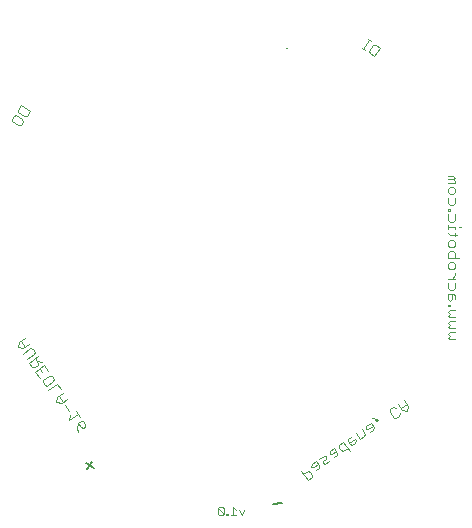
<source format=gbo>
G75*
%MOIN*%
%OFA0B0*%
%FSLAX24Y24*%
%IPPOS*%
%LPD*%
%AMOC8*
5,1,8,0,0,1.08239X$1,22.5*
%
%ADD10C,0.0040*%
%ADD11C,0.0050*%
%ADD12C,0.0030*%
%ADD13R,0.0337X0.0000*%
%ADD14R,0.0337X0.0000*%
%ADD15R,0.0344X0.0001*%
%ADD16R,0.0348X0.0000*%
%ADD17R,0.0347X0.0000*%
%ADD18R,0.0350X0.0000*%
%ADD19R,0.0350X0.0000*%
%ADD20R,0.0352X0.0001*%
%ADD21R,0.0355X0.0000*%
%ADD22R,0.0354X0.0000*%
%ADD23R,0.0356X0.0001*%
%ADD24R,0.0359X0.0000*%
%ADD25R,0.0360X0.0000*%
%ADD26R,0.0361X0.0001*%
%ADD27R,0.0363X0.0000*%
%ADD28R,0.0362X0.0000*%
%ADD29R,0.0365X0.0001*%
%ADD30R,0.0364X0.0001*%
%ADD31R,0.0365X0.0000*%
%ADD32R,0.0366X0.0000*%
%ADD33R,0.0366X0.0000*%
%ADD34R,0.0367X0.0001*%
%ADD35R,0.0369X0.0000*%
%ADD36R,0.0370X0.0001*%
%ADD37R,0.0369X0.0001*%
%ADD38R,0.0370X0.0000*%
%ADD39R,0.0371X0.0000*%
%ADD40R,0.0371X0.0000*%
%ADD41R,0.0372X0.0001*%
%ADD42R,0.0372X0.0001*%
%ADD43R,0.0373X0.0000*%
%ADD44R,0.0373X0.0000*%
%ADD45R,0.0374X0.0001*%
%ADD46R,0.0374X0.0001*%
%ADD47R,0.0375X0.0000*%
%ADD48R,0.0374X0.0000*%
%ADD49R,0.0375X0.0000*%
%ADD50R,0.0375X0.0000*%
%ADD51R,0.0375X0.0001*%
%ADD52R,0.0376X0.0001*%
%ADD53R,0.0376X0.0000*%
%ADD54R,0.0377X0.0001*%
%ADD55R,0.0376X0.0001*%
%ADD56R,0.0377X0.0000*%
%ADD57R,0.0378X0.0000*%
%ADD58R,0.0378X0.0000*%
%ADD59R,0.0379X0.0001*%
%ADD60R,0.0379X0.0000*%
%ADD61R,0.0379X0.0000*%
%ADD62R,0.0380X0.0001*%
%ADD63R,0.0379X0.0001*%
%ADD64R,0.0380X0.0000*%
%ADD65R,0.0379X0.0000*%
%ADD66R,0.0380X0.0000*%
%ADD67R,0.0380X0.0000*%
%ADD68R,0.0380X0.0001*%
%ADD69R,0.0381X0.0001*%
%ADD70R,0.0381X0.0000*%
%ADD71R,0.0381X0.0001*%
%ADD72R,0.0381X0.0001*%
%ADD73R,0.0381X0.0000*%
%ADD74R,0.0382X0.0001*%
%ADD75R,0.0381X0.0001*%
%ADD76R,0.0382X0.0000*%
%ADD77R,0.0382X0.0000*%
%ADD78R,0.0382X0.0001*%
%ADD79R,0.0382X0.0000*%
%ADD80R,0.0383X0.0000*%
%ADD81R,0.0383X0.0001*%
%ADD82R,0.0383X0.0001*%
%ADD83R,0.0383X0.0000*%
%ADD84R,0.0382X0.0001*%
%ADD85R,0.0379X0.0001*%
%ADD86R,0.0381X0.0000*%
%ADD87R,0.0378X0.0001*%
%ADD88R,0.0377X0.0000*%
%ADD89R,0.0376X0.0000*%
%ADD90R,0.0374X0.0000*%
%ADD91R,0.0377X0.0001*%
%ADD92R,0.0372X0.0000*%
%ADD93R,0.0371X0.0001*%
%ADD94R,0.0376X0.0001*%
%ADD95R,0.0371X0.0000*%
%ADD96R,0.0376X0.0000*%
%ADD97R,0.0370X0.0000*%
%ADD98R,0.0369X0.0001*%
%ADD99R,0.0374X0.0001*%
%ADD100R,0.0368X0.0000*%
%ADD101R,0.0374X0.0000*%
%ADD102R,0.0367X0.0001*%
%ADD103R,0.0373X0.0001*%
%ADD104R,0.0366X0.0000*%
%ADD105R,0.0372X0.0000*%
%ADD106R,0.0365X0.0000*%
%ADD107R,0.0371X0.0000*%
%ADD108R,0.0364X0.0001*%
%ADD109R,0.0371X0.0001*%
%ADD110R,0.0362X0.0000*%
%ADD111R,0.0369X0.0000*%
%ADD112R,0.0360X0.0001*%
%ADD113R,0.0369X0.0001*%
%ADD114R,0.0359X0.0000*%
%ADD115R,0.0367X0.0000*%
%ADD116R,0.0357X0.0000*%
%ADD117R,0.0355X0.0001*%
%ADD118R,0.0365X0.0001*%
%ADD119R,0.0354X0.0000*%
%ADD120R,0.0364X0.0000*%
%ADD121R,0.0351X0.0001*%
%ADD122R,0.0363X0.0001*%
%ADD123R,0.0348X0.0000*%
%ADD124R,0.0361X0.0000*%
%ADD125R,0.0345X0.0000*%
%ADD126R,0.0340X0.0001*%
%ADD127R,0.0359X0.0001*%
%ADD128R,0.0258X0.0000*%
%ADD129R,0.0356X0.0000*%
%ADD130R,0.0257X0.0001*%
%ADD131R,0.0354X0.0001*%
%ADD132R,0.0257X0.0000*%
%ADD133R,0.0352X0.0000*%
%ADD134R,0.0347X0.0001*%
%ADD135R,0.0257X0.0000*%
%ADD136R,0.0344X0.0000*%
%ADD137R,0.0257X0.0001*%
%ADD138R,0.0338X0.0001*%
%ADD139R,0.0239X0.0000*%
%ADD140R,0.0256X0.0000*%
%ADD141R,0.0256X0.0001*%
%ADD142R,0.0239X0.0001*%
%ADD143R,0.0239X0.0001*%
%ADD144R,0.0256X0.0000*%
%ADD145R,0.0239X0.0000*%
%ADD146R,0.0256X0.0001*%
%ADD147R,0.0255X0.0000*%
%ADD148R,0.0238X0.0000*%
%ADD149R,0.0255X0.0001*%
%ADD150R,0.0238X0.0001*%
%ADD151R,0.0255X0.0000*%
%ADD152R,0.0255X0.0001*%
%ADD153R,0.0238X0.0001*%
%ADD154R,0.0238X0.0000*%
%ADD155R,0.0255X0.0000*%
%ADD156R,0.0238X0.0000*%
%ADD157R,0.0255X0.0001*%
%ADD158R,0.0238X0.0001*%
%ADD159R,0.0254X0.0000*%
%ADD160R,0.0254X0.0001*%
%ADD161R,0.0237X0.0000*%
%ADD162R,0.0254X0.0001*%
%ADD163R,0.0237X0.0001*%
%ADD164R,0.0254X0.0000*%
%ADD165R,0.0253X0.0000*%
%ADD166R,0.0236X0.0000*%
%ADD167R,0.0253X0.0001*%
%ADD168R,0.0236X0.0001*%
%ADD169R,0.0253X0.0000*%
%ADD170R,0.0253X0.0001*%
%ADD171R,0.0236X0.0001*%
%ADD172R,0.0236X0.0000*%
%ADD173R,0.0252X0.0001*%
%ADD174R,0.0252X0.0000*%
%ADD175R,0.0235X0.0000*%
%ADD176R,0.0235X0.0001*%
%ADD177R,0.0251X0.0000*%
%ADD178R,0.0251X0.0001*%
%ADD179R,0.0235X0.0001*%
%ADD180R,0.0235X0.0000*%
%ADD181R,0.0251X0.0001*%
%ADD182R,0.0251X0.0000*%
%ADD183R,0.0234X0.0000*%
%ADD184R,0.0250X0.0001*%
%ADD185R,0.0234X0.0001*%
%ADD186R,0.0250X0.0000*%
%ADD187R,0.0250X0.0000*%
%ADD188R,0.0234X0.0000*%
%ADD189R,0.0250X0.0001*%
%ADD190R,0.0234X0.0001*%
%ADD191R,0.0250X0.0001*%
%ADD192R,0.0250X0.0000*%
%ADD193R,0.0233X0.0000*%
%ADD194R,0.0249X0.0001*%
%ADD195R,0.0233X0.0001*%
%ADD196R,0.0249X0.0000*%
%ADD197R,0.0233X0.0001*%
%ADD198R,0.0233X0.0000*%
%ADD199R,0.0249X0.0000*%
%ADD200R,0.0249X0.0001*%
%ADD201R,0.0232X0.0000*%
%ADD202R,0.0248X0.0001*%
%ADD203R,0.0232X0.0001*%
%ADD204R,0.0248X0.0000*%
%ADD205R,0.0248X0.0001*%
%ADD206R,0.0232X0.0001*%
%ADD207R,0.0248X0.0000*%
%ADD208R,0.0232X0.0000*%
%ADD209R,0.0247X0.0000*%
%ADD210R,0.0231X0.0000*%
%ADD211R,0.0247X0.0001*%
%ADD212R,0.0231X0.0001*%
%ADD213R,0.0246X0.0001*%
%ADD214R,0.0246X0.0000*%
%ADD215R,0.0231X0.0000*%
%ADD216R,0.0231X0.0001*%
%ADD217R,0.0246X0.0000*%
%ADD218R,0.0246X0.0001*%
%ADD219R,0.0230X0.0000*%
%ADD220R,0.0245X0.0000*%
%ADD221R,0.0245X0.0001*%
%ADD222R,0.0230X0.0001*%
%ADD223R,0.0245X0.0001*%
%ADD224R,0.0230X0.0001*%
%ADD225R,0.0245X0.0000*%
%ADD226R,0.0230X0.0000*%
%ADD227R,0.0245X0.0000*%
%ADD228R,0.0229X0.0000*%
%ADD229R,0.0245X0.0001*%
%ADD230R,0.0229X0.0001*%
%ADD231R,0.0244X0.0000*%
%ADD232R,0.0244X0.0001*%
%ADD233R,0.0229X0.0001*%
%ADD234R,0.0229X0.0000*%
%ADD235R,0.0244X0.0000*%
%ADD236R,0.0228X0.0000*%
%ADD237R,0.0244X0.0001*%
%ADD238R,0.0228X0.0001*%
%ADD239R,0.0243X0.0000*%
%ADD240R,0.0243X0.0001*%
%ADD241R,0.0243X0.0000*%
%ADD242R,0.0228X0.0000*%
%ADD243R,0.0243X0.0001*%
%ADD244R,0.0228X0.0001*%
%ADD245R,0.0242X0.0000*%
%ADD246R,0.0227X0.0000*%
%ADD247R,0.0242X0.0001*%
%ADD248R,0.0227X0.0001*%
%ADD249R,0.0241X0.0000*%
%ADD250R,0.0241X0.0001*%
%ADD251R,0.0227X0.0001*%
%ADD252R,0.0227X0.0000*%
%ADD253R,0.0241X0.0001*%
%ADD254R,0.0241X0.0000*%
%ADD255R,0.0226X0.0000*%
%ADD256R,0.0226X0.0001*%
%ADD257R,0.0240X0.0000*%
%ADD258R,0.0240X0.0001*%
%ADD259R,0.0226X0.0001*%
%ADD260R,0.0240X0.0000*%
%ADD261R,0.0226X0.0000*%
%ADD262R,0.0240X0.0001*%
%ADD263R,0.0225X0.0000*%
%ADD264R,0.0240X0.0001*%
%ADD265R,0.0225X0.0001*%
%ADD266R,0.0240X0.0000*%
%ADD267R,0.0225X0.0000*%
%ADD268R,0.0225X0.0001*%
%ADD269R,0.0239X0.0001*%
%ADD270R,0.0239X0.0000*%
%ADD271R,0.0224X0.0000*%
%ADD272R,0.0224X0.0001*%
%ADD273R,0.0224X0.0001*%
%ADD274R,0.0224X0.0000*%
%ADD275R,0.0223X0.0000*%
%ADD276R,0.0237X0.0001*%
%ADD277R,0.0223X0.0001*%
%ADD278R,0.0237X0.0000*%
%ADD279R,0.0223X0.0001*%
%ADD280R,0.0223X0.0000*%
%ADD281R,0.0236X0.0000*%
%ADD282R,0.0222X0.0000*%
%ADD283R,0.0236X0.0001*%
%ADD284R,0.0222X0.0001*%
%ADD285R,0.0222X0.0000*%
%ADD286R,0.0222X0.0001*%
%ADD287R,0.0221X0.0000*%
%ADD288R,0.0235X0.0000*%
%ADD289R,0.0235X0.0001*%
%ADD290R,0.0221X0.0001*%
%ADD291R,0.0221X0.0001*%
%ADD292R,0.0221X0.0000*%
%ADD293R,0.0234X0.0000*%
%ADD294R,0.0220X0.0000*%
%ADD295R,0.0234X0.0001*%
%ADD296R,0.0220X0.0001*%
%ADD297R,0.0220X0.0001*%
%ADD298R,0.0220X0.0000*%
%ADD299R,0.0219X0.0000*%
%ADD300R,0.0219X0.0001*%
%ADD301R,0.0232X0.0000*%
%ADD302R,0.0232X0.0001*%
%ADD303R,0.0219X0.0000*%
%ADD304R,0.0219X0.0001*%
%ADD305R,0.0231X0.0000*%
%ADD306R,0.0218X0.0000*%
%ADD307R,0.0231X0.0001*%
%ADD308R,0.0218X0.0001*%
%ADD309R,0.0218X0.0001*%
%ADD310R,0.0218X0.0000*%
%ADD311R,0.0217X0.0000*%
%ADD312R,0.0217X0.0001*%
%ADD313R,0.0230X0.0000*%
%ADD314R,0.0230X0.0001*%
%ADD315R,0.0217X0.0001*%
%ADD316R,0.0217X0.0000*%
%ADD317R,0.0216X0.0000*%
%ADD318R,0.0229X0.0001*%
%ADD319R,0.0216X0.0001*%
%ADD320R,0.0229X0.0000*%
%ADD321R,0.0216X0.0000*%
%ADD322R,0.0216X0.0001*%
%ADD323R,0.0215X0.0000*%
%ADD324R,0.0227X0.0001*%
%ADD325R,0.0215X0.0001*%
%ADD326R,0.0227X0.0000*%
%ADD327R,0.0215X0.0001*%
%ADD328R,0.0215X0.0000*%
%ADD329R,0.0214X0.0000*%
%ADD330R,0.0226X0.0001*%
%ADD331R,0.0214X0.0001*%
%ADD332R,0.0226X0.0000*%
%ADD333R,0.0214X0.0001*%
%ADD334R,0.0214X0.0000*%
%ADD335R,0.0213X0.0000*%
%ADD336R,0.0213X0.0001*%
%ADD337R,0.0225X0.0001*%
%ADD338R,0.0225X0.0000*%
%ADD339R,0.0213X0.0000*%
%ADD340R,0.0213X0.0001*%
%ADD341R,0.0213X0.0000*%
%ADD342R,0.0224X0.0000*%
%ADD343R,0.0224X0.0001*%
%ADD344R,0.0213X0.0001*%
%ADD345R,0.0212X0.0001*%
%ADD346R,0.0212X0.0000*%
%ADD347R,0.0211X0.0000*%
%ADD348R,0.0211X0.0001*%
%ADD349R,0.0222X0.0000*%
%ADD350R,0.0222X0.0001*%
%ADD351R,0.0211X0.0001*%
%ADD352R,0.0211X0.0000*%
%ADD353R,0.0210X0.0000*%
%ADD354R,0.0210X0.0001*%
%ADD355R,0.0221X0.0000*%
%ADD356R,0.0221X0.0001*%
%ADD357R,0.0210X0.0000*%
%ADD358R,0.0210X0.0001*%
%ADD359R,0.0209X0.0000*%
%ADD360R,0.0209X0.0001*%
%ADD361R,0.0220X0.0000*%
%ADD362R,0.0220X0.0001*%
%ADD363R,0.0209X0.0001*%
%ADD364R,0.0209X0.0000*%
%ADD365R,0.0208X0.0000*%
%ADD366R,0.0208X0.0001*%
%ADD367R,0.0219X0.0000*%
%ADD368R,0.0219X0.0001*%
%ADD369R,0.0208X0.0001*%
%ADD370R,0.0208X0.0000*%
%ADD371R,0.0208X0.0000*%
%ADD372R,0.0208X0.0001*%
%ADD373R,0.0217X0.0000*%
%ADD374R,0.0207X0.0000*%
%ADD375R,0.0217X0.0001*%
%ADD376R,0.0207X0.0001*%
%ADD377R,0.0206X0.0000*%
%ADD378R,0.0216X0.0001*%
%ADD379R,0.0206X0.0001*%
%ADD380R,0.0216X0.0000*%
%ADD381R,0.0206X0.0001*%
%ADD382R,0.0206X0.0000*%
%ADD383R,0.0205X0.0000*%
%ADD384R,0.0205X0.0001*%
%ADD385R,0.0215X0.0001*%
%ADD386R,0.0205X0.0001*%
%ADD387R,0.0215X0.0000*%
%ADD388R,0.0205X0.0000*%
%ADD389R,0.0204X0.0000*%
%ADD390R,0.0204X0.0001*%
%ADD391R,0.0214X0.0001*%
%ADD392R,0.0214X0.0000*%
%ADD393R,0.0204X0.0000*%
%ADD394R,0.0204X0.0001*%
%ADD395R,0.0203X0.0000*%
%ADD396R,0.0203X0.0001*%
%ADD397R,0.0212X0.0001*%
%ADD398R,0.0203X0.0001*%
%ADD399R,0.0212X0.0000*%
%ADD400R,0.0203X0.0000*%
%ADD401R,0.0203X0.0000*%
%ADD402R,0.0203X0.0001*%
%ADD403R,0.0211X0.0000*%
%ADD404R,0.0211X0.0001*%
%ADD405R,0.0202X0.0001*%
%ADD406R,0.0202X0.0000*%
%ADD407R,0.0201X0.0000*%
%ADD408R,0.0201X0.0001*%
%ADD409R,0.0210X0.0000*%
%ADD410R,0.0201X0.0000*%
%ADD411R,0.0210X0.0001*%
%ADD412R,0.0201X0.0001*%
%ADD413R,0.0200X0.0000*%
%ADD414R,0.0200X0.0001*%
%ADD415R,0.0209X0.0000*%
%ADD416R,0.0209X0.0001*%
%ADD417R,0.0200X0.0001*%
%ADD418R,0.0200X0.0000*%
%ADD419R,0.0199X0.0000*%
%ADD420R,0.0199X0.0001*%
%ADD421R,0.0199X0.0001*%
%ADD422R,0.0207X0.0000*%
%ADD423R,0.0199X0.0000*%
%ADD424R,0.0207X0.0001*%
%ADD425R,0.0198X0.0000*%
%ADD426R,0.0198X0.0001*%
%ADD427R,0.0206X0.0000*%
%ADD428R,0.0198X0.0000*%
%ADD429R,0.0206X0.0001*%
%ADD430R,0.0198X0.0001*%
%ADD431R,0.0198X0.0000*%
%ADD432R,0.0198X0.0001*%
%ADD433R,0.0197X0.0001*%
%ADD434R,0.0205X0.0000*%
%ADD435R,0.0197X0.0000*%
%ADD436R,0.0205X0.0001*%
%ADD437R,0.0196X0.0000*%
%ADD438R,0.0196X0.0001*%
%ADD439R,0.0204X0.0001*%
%ADD440R,0.0196X0.0001*%
%ADD441R,0.0204X0.0000*%
%ADD442R,0.0196X0.0000*%
%ADD443R,0.0195X0.0000*%
%ADD444R,0.0195X0.0001*%
%ADD445R,0.0195X0.0000*%
%ADD446R,0.0202X0.0001*%
%ADD447R,0.0195X0.0001*%
%ADD448R,0.0202X0.0000*%
%ADD449R,0.0194X0.0000*%
%ADD450R,0.0194X0.0001*%
%ADD451R,0.0201X0.0001*%
%ADD452R,0.0194X0.0001*%
%ADD453R,0.0201X0.0000*%
%ADD454R,0.0194X0.0000*%
%ADD455R,0.0193X0.0000*%
%ADD456R,0.0193X0.0001*%
%ADD457R,0.0193X0.0001*%
%ADD458R,0.0193X0.0000*%
%ADD459R,0.0200X0.0001*%
%ADD460R,0.0200X0.0000*%
%ADD461R,0.0192X0.0000*%
%ADD462R,0.0192X0.0001*%
%ADD463R,0.0199X0.0000*%
%ADD464R,0.0192X0.0000*%
%ADD465R,0.0199X0.0001*%
%ADD466R,0.0192X0.0001*%
%ADD467R,0.0191X0.0000*%
%ADD468R,0.0191X0.0001*%
%ADD469R,0.0191X0.0001*%
%ADD470R,0.0191X0.0000*%
%ADD471R,0.0197X0.0000*%
%ADD472R,0.0197X0.0001*%
%ADD473R,0.0190X0.0000*%
%ADD474R,0.0190X0.0001*%
%ADD475R,0.0190X0.0001*%
%ADD476R,0.0196X0.0000*%
%ADD477R,0.0190X0.0000*%
%ADD478R,0.0196X0.0001*%
%ADD479R,0.0189X0.0000*%
%ADD480R,0.0189X0.0001*%
%ADD481R,0.0189X0.0000*%
%ADD482R,0.0189X0.0001*%
%ADD483R,0.0195X0.0000*%
%ADD484R,0.0195X0.0001*%
%ADD485R,0.0188X0.0000*%
%ADD486R,0.0188X0.0001*%
%ADD487R,0.0188X0.0001*%
%ADD488R,0.0194X0.0000*%
%ADD489R,0.0188X0.0000*%
%ADD490R,0.0194X0.0001*%
%ADD491R,0.0187X0.0000*%
%ADD492R,0.0187X0.0001*%
%ADD493R,0.0187X0.0001*%
%ADD494R,0.0187X0.0000*%
%ADD495R,0.0192X0.0000*%
%ADD496R,0.0186X0.0000*%
%ADD497R,0.0192X0.0001*%
%ADD498R,0.0186X0.0001*%
%ADD499R,0.0186X0.0000*%
%ADD500R,0.0191X0.0001*%
%ADD501R,0.0186X0.0001*%
%ADD502R,0.0191X0.0000*%
%ADD503R,0.0185X0.0000*%
%ADD504R,0.0185X0.0001*%
%ADD505R,0.0185X0.0001*%
%ADD506R,0.0185X0.0000*%
%ADD507R,0.0190X0.0001*%
%ADD508R,0.0190X0.0000*%
%ADD509R,0.0184X0.0000*%
%ADD510R,0.0184X0.0001*%
%ADD511R,0.0184X0.0001*%
%ADD512R,0.0184X0.0000*%
%ADD513R,0.0189X0.0001*%
%ADD514R,0.0189X0.0000*%
%ADD515R,0.0183X0.0000*%
%ADD516R,0.0183X0.0001*%
%ADD517R,0.0183X0.0000*%
%ADD518R,0.0183X0.0001*%
%ADD519R,0.0187X0.0001*%
%ADD520R,0.0187X0.0000*%
%ADD521R,0.0182X0.0000*%
%ADD522R,0.0182X0.0001*%
%ADD523R,0.0182X0.0001*%
%ADD524R,0.0182X0.0000*%
%ADD525R,0.0186X0.0000*%
%ADD526R,0.0186X0.0001*%
%ADD527R,0.0181X0.0000*%
%ADD528R,0.0181X0.0001*%
%ADD529R,0.0181X0.0001*%
%ADD530R,0.0181X0.0000*%
%ADD531R,0.0185X0.0000*%
%ADD532R,0.0180X0.0000*%
%ADD533R,0.0185X0.0001*%
%ADD534R,0.0180X0.0001*%
%ADD535R,0.0180X0.0000*%
%ADD536R,0.0180X0.0001*%
%ADD537R,0.0184X0.0000*%
%ADD538R,0.0184X0.0001*%
%ADD539R,0.0179X0.0000*%
%ADD540R,0.0179X0.0001*%
%ADD541R,0.0179X0.0001*%
%ADD542R,0.0179X0.0000*%
%ADD543R,0.0182X0.0000*%
%ADD544R,0.0178X0.0000*%
%ADD545R,0.0182X0.0001*%
%ADD546R,0.0178X0.0001*%
%ADD547R,0.0178X0.0001*%
%ADD548R,0.0178X0.0000*%
%ADD549R,0.0181X0.0000*%
%ADD550R,0.0177X0.0000*%
%ADD551R,0.0181X0.0001*%
%ADD552R,0.0177X0.0001*%
%ADD553R,0.0177X0.0000*%
%ADD554R,0.0177X0.0001*%
%ADD555R,0.0180X0.0000*%
%ADD556R,0.0176X0.0000*%
%ADD557R,0.0180X0.0001*%
%ADD558R,0.0176X0.0001*%
%ADD559R,0.0176X0.0001*%
%ADD560R,0.0176X0.0000*%
%ADD561R,0.0179X0.0001*%
%ADD562R,0.0179X0.0000*%
%ADD563R,0.0175X0.0000*%
%ADD564R,0.0175X0.0001*%
%ADD565R,0.0175X0.0001*%
%ADD566R,0.0175X0.0000*%
%ADD567R,0.0174X0.0000*%
%ADD568R,0.0177X0.0001*%
%ADD569R,0.0174X0.0001*%
%ADD570R,0.0177X0.0000*%
%ADD571R,0.0174X0.0000*%
%ADD572R,0.0174X0.0001*%
%ADD573R,0.0176X0.0001*%
%ADD574R,0.0176X0.0000*%
%ADD575R,0.0173X0.0000*%
%ADD576R,0.0173X0.0001*%
%ADD577R,0.0173X0.0001*%
%ADD578R,0.0173X0.0000*%
%ADD579R,0.0173X0.0000*%
%ADD580R,0.0175X0.0001*%
%ADD581R,0.0173X0.0001*%
%ADD582R,0.0175X0.0000*%
%ADD583R,0.0172X0.0001*%
%ADD584R,0.0172X0.0000*%
%ADD585R,0.0174X0.0000*%
%ADD586R,0.0171X0.0000*%
%ADD587R,0.0174X0.0001*%
%ADD588R,0.0171X0.0001*%
%ADD589R,0.0171X0.0000*%
%ADD590R,0.0171X0.0001*%
%ADD591R,0.0170X0.0000*%
%ADD592R,0.0172X0.0000*%
%ADD593R,0.0172X0.0001*%
%ADD594R,0.0170X0.0001*%
%ADD595R,0.0170X0.0001*%
%ADD596R,0.0170X0.0000*%
%ADD597R,0.0171X0.0000*%
%ADD598R,0.0169X0.0000*%
%ADD599R,0.0171X0.0001*%
%ADD600R,0.0169X0.0001*%
%ADD601R,0.0169X0.0001*%
%ADD602R,0.0169X0.0000*%
%ADD603R,0.0168X0.0000*%
%ADD604R,0.0168X0.0001*%
%ADD605R,0.0170X0.0000*%
%ADD606R,0.0170X0.0001*%
%ADD607R,0.0168X0.0000*%
%ADD608R,0.0168X0.0001*%
%ADD609R,0.0169X0.0000*%
%ADD610R,0.0168X0.0000*%
%ADD611R,0.0169X0.0001*%
%ADD612R,0.0168X0.0001*%
%ADD613R,0.0167X0.0001*%
%ADD614R,0.0167X0.0000*%
%ADD615R,0.0166X0.0000*%
%ADD616R,0.0166X0.0001*%
%ADD617R,0.0167X0.0000*%
%ADD618R,0.0167X0.0001*%
%ADD619R,0.0166X0.0001*%
%ADD620R,0.0166X0.0000*%
%ADD621R,0.0165X0.0000*%
%ADD622R,0.0166X0.0001*%
%ADD623R,0.0165X0.0001*%
%ADD624R,0.0166X0.0000*%
%ADD625R,0.0165X0.0000*%
%ADD626R,0.0165X0.0001*%
%ADD627R,0.0164X0.0000*%
%ADD628R,0.0165X0.0001*%
%ADD629R,0.0164X0.0001*%
%ADD630R,0.0165X0.0000*%
%ADD631R,0.0164X0.0001*%
%ADD632R,0.0164X0.0000*%
%ADD633R,0.0163X0.0000*%
%ADD634R,0.0164X0.0001*%
%ADD635R,0.0163X0.0001*%
%ADD636R,0.0164X0.0000*%
%ADD637R,0.0163X0.0001*%
%ADD638R,0.0163X0.0000*%
%ADD639R,0.0163X0.0000*%
%ADD640R,0.0163X0.0001*%
%ADD641R,0.0162X0.0001*%
%ADD642R,0.0162X0.0000*%
%ADD643R,0.0162X0.0000*%
%ADD644R,0.0161X0.0001*%
%ADD645R,0.0162X0.0001*%
%ADD646R,0.0161X0.0000*%
%ADD647R,0.0161X0.0000*%
%ADD648R,0.0161X0.0001*%
%ADD649R,0.0160X0.0001*%
%ADD650R,0.0161X0.0001*%
%ADD651R,0.0160X0.0000*%
%ADD652R,0.0161X0.0000*%
%ADD653R,0.0160X0.0000*%
%ADD654R,0.0160X0.0001*%
%ADD655R,0.0160X0.0000*%
%ADD656R,0.0160X0.0001*%
%ADD657R,0.0159X0.0001*%
%ADD658R,0.0159X0.0000*%
%ADD659R,0.0159X0.0000*%
%ADD660R,0.0159X0.0001*%
%ADD661R,0.0159X0.0000*%
%ADD662R,0.0159X0.0001*%
%ADD663R,0.0158X0.0000*%
%ADD664R,0.0158X0.0001*%
%ADD665R,0.0158X0.0000*%
%ADD666R,0.0158X0.0000*%
%ADD667R,0.0158X0.0001*%
%ADD668R,0.0158X0.0001*%
%ADD669R,0.0157X0.0000*%
%ADD670R,0.0157X0.0001*%
%ADD671R,0.0156X0.0000*%
%ADD672R,0.0156X0.0001*%
%ADD673R,0.0156X0.0000*%
%ADD674R,0.0156X0.0001*%
%ADD675R,0.0157X0.0001*%
%ADD676R,0.0155X0.0000*%
%ADD677R,0.0157X0.0000*%
%ADD678R,0.0155X0.0001*%
%ADD679R,0.0155X0.0001*%
%ADD680R,0.0155X0.0000*%
%ADD681R,0.0155X0.0000*%
%ADD682R,0.0156X0.0000*%
%ADD683R,0.0155X0.0001*%
%ADD684R,0.0156X0.0001*%
%ADD685R,0.0154X0.0000*%
%ADD686R,0.0154X0.0001*%
%ADD687R,0.0154X0.0001*%
%ADD688R,0.0154X0.0000*%
%ADD689R,0.0153X0.0000*%
%ADD690R,0.0153X0.0001*%
%ADD691R,0.0154X0.0000*%
%ADD692R,0.0152X0.0001*%
%ADD693R,0.0154X0.0001*%
%ADD694R,0.0152X0.0000*%
%ADD695R,0.0152X0.0001*%
%ADD696R,0.0152X0.0000*%
%ADD697R,0.0151X0.0000*%
%ADD698R,0.0153X0.0000*%
%ADD699R,0.0151X0.0001*%
%ADD700R,0.0153X0.0001*%
%ADD701R,0.0151X0.0001*%
%ADD702R,0.0151X0.0000*%
%ADD703R,0.0150X0.0001*%
%ADD704R,0.0150X0.0000*%
%ADD705R,0.0150X0.0000*%
%ADD706R,0.0150X0.0001*%
%ADD707R,0.0150X0.0001*%
%ADD708R,0.0152X0.0001*%
%ADD709R,0.0150X0.0000*%
%ADD710R,0.0152X0.0000*%
%ADD711R,0.0149X0.0000*%
%ADD712R,0.0149X0.0001*%
%ADD713R,0.0149X0.0000*%
%ADD714R,0.0149X0.0001*%
%ADD715R,0.0151X0.0001*%
%ADD716R,0.0151X0.0000*%
%ADD717R,0.0148X0.0001*%
%ADD718R,0.0148X0.0000*%
%ADD719R,0.0260X0.0000*%
%ADD720R,0.0259X0.0000*%
%ADD721R,0.0260X0.0001*%
%ADD722R,0.0259X0.0001*%
%ADD723R,0.0868X0.0000*%
%ADD724R,0.0868X0.0001*%
%ADD725R,0.0321X0.0000*%
%ADD726R,0.0305X0.0000*%
%ADD727R,0.0321X0.0001*%
%ADD728R,0.0305X0.0001*%
%ADD729R,0.0867X0.0000*%
%ADD730R,0.0867X0.0001*%
%ADD731R,0.0867X0.0000*%
%ADD732R,0.0867X0.0001*%
%ADD733R,0.0866X0.0000*%
%ADD734R,0.0866X0.0000*%
%ADD735R,0.0866X0.0001*%
%ADD736R,0.0866X0.0000*%
%ADD737R,0.0866X0.0001*%
%ADD738R,0.0865X0.0000*%
%ADD739R,0.0865X0.0001*%
%ADD740R,0.0864X0.0001*%
%ADD741R,0.0864X0.0000*%
%ADD742R,0.0864X0.0001*%
%ADD743R,0.0864X0.0000*%
%ADD744R,0.0864X0.0001*%
%ADD745R,0.0864X0.0000*%
%ADD746R,0.0863X0.0001*%
%ADD747R,0.0863X0.0000*%
%ADD748R,0.0862X0.0001*%
%ADD749R,0.0862X0.0000*%
%ADD750R,0.0862X0.0001*%
%ADD751R,0.0862X0.0000*%
%ADD752R,0.0861X0.0001*%
%ADD753R,0.0861X0.0000*%
%ADD754R,0.0861X0.0001*%
%ADD755R,0.0860X0.0001*%
%ADD756R,0.0860X0.0000*%
%ADD757R,0.0859X0.0000*%
%ADD758R,0.0859X0.0001*%
%ADD759R,0.0858X0.0000*%
%ADD760R,0.0858X0.0001*%
%ADD761R,0.0857X0.0001*%
%ADD762R,0.0857X0.0000*%
%ADD763R,0.0856X0.0000*%
%ADD764R,0.0856X0.0001*%
%ADD765R,0.0855X0.0000*%
%ADD766R,0.0855X0.0001*%
%ADD767R,0.0855X0.0000*%
%ADD768R,0.0855X0.0001*%
%ADD769R,0.0854X0.0000*%
%ADD770R,0.0854X0.0001*%
%ADD771R,0.0853X0.0000*%
%ADD772R,0.0853X0.0001*%
%ADD773R,0.0853X0.0000*%
%ADD774R,0.0853X0.0000*%
%ADD775R,0.0852X0.0001*%
%ADD776R,0.0852X0.0000*%
%ADD777R,0.0852X0.0001*%
%ADD778R,0.0851X0.0000*%
%ADD779R,0.0850X0.0001*%
%ADD780R,0.0850X0.0000*%
%ADD781R,0.0850X0.0001*%
%ADD782R,0.0849X0.0000*%
%ADD783R,0.0848X0.0001*%
%ADD784R,0.0848X0.0000*%
%ADD785R,0.0848X0.0001*%
%ADD786R,0.0848X0.0000*%
%ADD787R,0.0847X0.0000*%
%ADD788R,0.0847X0.0001*%
%ADD789R,0.0846X0.0000*%
%ADD790R,0.0846X0.0001*%
%ADD791R,0.0845X0.0000*%
%ADD792R,0.0845X0.0000*%
%ADD793R,0.0845X0.0001*%
%ADD794R,0.0843X0.0000*%
%ADD795R,0.0843X0.0001*%
%ADD796R,0.0841X0.0000*%
%ADD797R,0.0840X0.0000*%
%ADD798R,0.0839X0.0001*%
%ADD799R,0.0838X0.0000*%
%ADD800R,0.0837X0.0001*%
%ADD801R,0.0836X0.0000*%
%ADD802R,0.0835X0.0000*%
%ADD803R,0.0834X0.0001*%
%ADD804R,0.0833X0.0000*%
%ADD805R,0.0832X0.0001*%
%ADD806R,0.0831X0.0000*%
%ADD807R,0.0830X0.0000*%
%ADD808R,0.0829X0.0001*%
%ADD809R,0.0828X0.0000*%
%ADD810R,0.0827X0.0001*%
%ADD811R,0.0826X0.0000*%
%ADD812R,0.0825X0.0000*%
%ADD813R,0.0824X0.0001*%
%ADD814R,0.0823X0.0000*%
%ADD815R,0.0822X0.0001*%
%ADD816R,0.0821X0.0000*%
%ADD817R,0.0820X0.0000*%
%ADD818R,0.0819X0.0001*%
%ADD819R,0.0818X0.0000*%
%ADD820R,0.0817X0.0001*%
%ADD821R,0.0816X0.0000*%
%ADD822R,0.0815X0.0000*%
%ADD823R,0.0814X0.0001*%
%ADD824R,0.0813X0.0000*%
%ADD825R,0.0812X0.0001*%
%ADD826R,0.0811X0.0000*%
%ADD827R,0.0810X0.0000*%
%ADD828R,0.0808X0.0001*%
%ADD829R,0.0808X0.0000*%
%ADD830R,0.0807X0.0001*%
%ADD831R,0.0805X0.0000*%
%ADD832R,0.0805X0.0000*%
%ADD833R,0.0803X0.0001*%
%ADD834R,0.0803X0.0000*%
%ADD835R,0.0802X0.0001*%
%ADD836R,0.0800X0.0000*%
%ADD837R,0.0800X0.0000*%
%ADD838R,0.0798X0.0001*%
%ADD839R,0.0798X0.0000*%
%ADD840R,0.0797X0.0001*%
%ADD841R,0.0795X0.0000*%
%ADD842R,0.0795X0.0000*%
%ADD843R,0.0793X0.0001*%
%ADD844R,0.0793X0.0000*%
%ADD845R,0.0791X0.0001*%
%ADD846R,0.0790X0.0000*%
%ADD847R,0.0789X0.0000*%
%ADD848R,0.0788X0.0001*%
%ADD849R,0.0787X0.0000*%
%ADD850R,0.0786X0.0001*%
%ADD851R,0.0785X0.0000*%
%ADD852R,0.0784X0.0000*%
%ADD853R,0.0783X0.0001*%
%ADD854R,0.0782X0.0000*%
%ADD855R,0.0781X0.0001*%
%ADD856R,0.0780X0.0000*%
%ADD857R,0.0779X0.0000*%
%ADD858R,0.0778X0.0001*%
%ADD859R,0.0777X0.0000*%
%ADD860R,0.0776X0.0001*%
%ADD861R,0.0775X0.0000*%
%ADD862R,0.0774X0.0000*%
%ADD863R,0.0773X0.0001*%
%ADD864R,0.0772X0.0000*%
%ADD865R,0.0771X0.0001*%
%ADD866R,0.0770X0.0000*%
%ADD867R,0.0769X0.0000*%
%ADD868R,0.0768X0.0001*%
%ADD869R,0.0767X0.0000*%
%ADD870R,0.0766X0.0001*%
%ADD871R,0.0765X0.0000*%
%ADD872R,0.0764X0.0000*%
%ADD873R,0.0763X0.0001*%
%ADD874R,0.0762X0.0000*%
%ADD875R,0.0761X0.0001*%
%ADD876R,0.0760X0.0000*%
%ADD877R,0.0758X0.0000*%
%ADD878R,0.0757X0.0001*%
%ADD879R,0.0757X0.0000*%
%ADD880R,0.0755X0.0001*%
%ADD881R,0.0755X0.0000*%
%ADD882R,0.0753X0.0000*%
%ADD883R,0.0752X0.0001*%
%ADD884R,0.0752X0.0000*%
%ADD885R,0.0750X0.0001*%
%ADD886R,0.0750X0.0000*%
%ADD887R,0.0748X0.0000*%
%ADD888R,0.0747X0.0001*%
%ADD889R,0.0747X0.0000*%
%ADD890R,0.0745X0.0001*%
%ADD891R,0.0745X0.0000*%
%ADD892R,0.0743X0.0000*%
%ADD893R,0.0742X0.0001*%
%ADD894R,0.0741X0.0000*%
%ADD895R,0.0740X0.0001*%
%ADD896R,0.0739X0.0000*%
%ADD897R,0.0738X0.0000*%
%ADD898R,0.0737X0.0001*%
%ADD899R,0.0736X0.0000*%
%ADD900R,0.0735X0.0001*%
%ADD901R,0.0734X0.0000*%
%ADD902R,0.0733X0.0000*%
%ADD903R,0.0732X0.0001*%
%ADD904R,0.0731X0.0000*%
%ADD905R,0.0730X0.0001*%
%ADD906R,0.0729X0.0000*%
%ADD907R,0.0728X0.0000*%
%ADD908R,0.0727X0.0001*%
%ADD909R,0.0726X0.0000*%
%ADD910R,0.0725X0.0001*%
%ADD911R,0.0724X0.0000*%
%ADD912R,0.0723X0.0000*%
%ADD913R,0.0722X0.0001*%
%ADD914R,0.0721X0.0000*%
%ADD915R,0.0720X0.0001*%
%ADD916R,0.0719X0.0000*%
%ADD917R,0.0718X0.0000*%
%ADD918R,0.0717X0.0001*%
%ADD919R,0.0716X0.0000*%
%ADD920R,0.0715X0.0001*%
%ADD921R,0.0714X0.0000*%
%ADD922R,0.0713X0.0000*%
%ADD923R,0.0712X0.0001*%
%ADD924R,0.0711X0.0000*%
%ADD925R,0.0710X0.0001*%
%ADD926R,0.0709X0.0000*%
%ADD927R,0.0707X0.0000*%
%ADD928R,0.0707X0.0001*%
%ADD929R,0.0705X0.0000*%
%ADD930R,0.0705X0.0001*%
%ADD931R,0.0703X0.0000*%
%ADD932R,0.0703X0.0000*%
%ADD933R,0.0702X0.0001*%
%ADD934R,0.0700X0.0000*%
%ADD935R,0.0700X0.0001*%
%ADD936R,0.0698X0.0000*%
%ADD937R,0.0698X0.0000*%
%ADD938R,0.0697X0.0001*%
%ADD939R,0.0695X0.0000*%
%ADD940R,0.0695X0.0001*%
%ADD941R,0.0693X0.0000*%
%ADD942R,0.0692X0.0000*%
%ADD943R,0.0691X0.0001*%
%ADD944R,0.0690X0.0000*%
%ADD945R,0.0689X0.0001*%
%ADD946R,0.0688X0.0000*%
%ADD947R,0.0687X0.0000*%
%ADD948R,0.0686X0.0001*%
%ADD949R,0.0685X0.0000*%
%ADD950R,0.0684X0.0001*%
%ADD951R,0.0683X0.0000*%
%ADD952R,0.0682X0.0000*%
%ADD953R,0.0681X0.0001*%
%ADD954R,0.0680X0.0000*%
%ADD955R,0.0679X0.0001*%
%ADD956R,0.0678X0.0000*%
%ADD957R,0.0677X0.0000*%
%ADD958R,0.0676X0.0001*%
%ADD959R,0.0675X0.0000*%
%ADD960R,0.0674X0.0001*%
%ADD961R,0.0673X0.0000*%
%ADD962R,0.0672X0.0000*%
%ADD963R,0.0671X0.0001*%
%ADD964R,0.0670X0.0000*%
%ADD965R,0.0669X0.0001*%
%ADD966R,0.0668X0.0000*%
%ADD967R,0.0667X0.0000*%
%ADD968R,0.0666X0.0001*%
%ADD969R,0.0665X0.0000*%
%ADD970R,0.0664X0.0001*%
%ADD971R,0.0663X0.0000*%
%ADD972R,0.0662X0.0000*%
%ADD973R,0.0661X0.0001*%
%ADD974R,0.0660X0.0000*%
%ADD975R,0.0659X0.0001*%
%ADD976R,0.0658X0.0000*%
%ADD977R,0.0657X0.0000*%
%ADD978R,0.0655X0.0001*%
%ADD979R,0.0655X0.0000*%
%ADD980R,0.0653X0.0001*%
%ADD981R,0.0653X0.0000*%
%ADD982R,0.0652X0.0000*%
%ADD983R,0.0650X0.0001*%
%ADD984R,0.0650X0.0000*%
%ADD985R,0.0648X0.0001*%
%ADD986R,0.0648X0.0000*%
%ADD987R,0.0647X0.0000*%
%ADD988R,0.0645X0.0001*%
%ADD989R,0.0645X0.0000*%
%ADD990R,0.0643X0.0001*%
%ADD991R,0.0642X0.0000*%
%ADD992R,0.0641X0.0000*%
%ADD993R,0.0640X0.0001*%
%ADD994R,0.0639X0.0000*%
%ADD995R,0.0638X0.0001*%
%ADD996R,0.0637X0.0000*%
%ADD997R,0.0636X0.0000*%
%ADD998R,0.0635X0.0001*%
%ADD999R,0.0634X0.0000*%
%ADD1000R,0.0633X0.0001*%
%ADD1001R,0.0632X0.0000*%
%ADD1002R,0.0631X0.0000*%
%ADD1003R,0.0630X0.0001*%
%ADD1004R,0.0629X0.0000*%
%ADD1005R,0.0628X0.0001*%
%ADD1006R,0.0627X0.0000*%
%ADD1007R,0.0626X0.0000*%
%ADD1008R,0.0625X0.0001*%
%ADD1009R,0.0624X0.0000*%
%ADD1010R,0.0623X0.0001*%
%ADD1011R,0.0622X0.0000*%
%ADD1012R,0.0621X0.0000*%
%ADD1013R,0.0620X0.0001*%
%ADD1014R,0.0619X0.0000*%
%ADD1015R,0.0618X0.0001*%
%ADD1016R,0.0617X0.0000*%
%ADD1017R,0.0616X0.0000*%
%ADD1018R,0.0615X0.0001*%
%ADD1019R,0.0614X0.0000*%
%ADD1020R,0.0613X0.0001*%
%ADD1021R,0.0612X0.0000*%
%ADD1022R,0.0611X0.0000*%
%ADD1023R,0.0610X0.0001*%
%ADD1024R,0.0609X0.0000*%
%ADD1025R,0.0607X0.0001*%
%ADD1026R,0.0607X0.0000*%
%ADD1027R,0.0605X0.0000*%
%ADD1028R,0.0605X0.0001*%
%ADD1029R,0.0603X0.0000*%
%ADD1030R,0.0602X0.0001*%
%ADD1031R,0.0602X0.0000*%
%ADD1032R,0.0600X0.0000*%
%ADD1033R,0.0600X0.0001*%
%ADD1034R,0.0598X0.0000*%
%ADD1035R,0.0597X0.0001*%
%ADD1036R,0.0597X0.0000*%
%ADD1037R,0.0595X0.0000*%
%ADD1038R,0.0595X0.0001*%
%ADD1039R,0.0593X0.0000*%
%ADD1040R,0.0592X0.0001*%
%ADD1041R,0.0591X0.0000*%
%ADD1042R,0.0590X0.0000*%
%ADD1043R,0.0589X0.0001*%
%ADD1044R,0.0588X0.0000*%
%ADD1045R,0.0587X0.0001*%
%ADD1046R,0.0586X0.0000*%
%ADD1047R,0.0585X0.0000*%
%ADD1048R,0.0584X0.0001*%
%ADD1049R,0.0583X0.0000*%
%ADD1050R,0.0582X0.0001*%
%ADD1051R,0.0581X0.0000*%
%ADD1052R,0.0580X0.0000*%
%ADD1053R,0.0579X0.0001*%
%ADD1054R,0.0578X0.0000*%
%ADD1055R,0.0577X0.0001*%
%ADD1056R,0.0576X0.0000*%
%ADD1057R,0.0575X0.0000*%
%ADD1058R,0.0574X0.0001*%
%ADD1059R,0.0573X0.0000*%
%ADD1060R,0.0571X0.0001*%
%ADD1061R,0.0568X0.0000*%
%ADD1062R,0.0565X0.0000*%
%ADD1063R,0.0563X0.0001*%
%ADD1064R,0.0560X0.0000*%
%ADD1065R,0.0557X0.0001*%
%ADD1066R,0.0554X0.0000*%
%ADD1067R,0.0551X0.0000*%
%ADD1068R,0.0548X0.0001*%
%ADD1069R,0.0545X0.0000*%
%ADD1070R,0.0542X0.0001*%
%ADD1071R,0.0537X0.0000*%
%ADD1072R,0.0533X0.0000*%
%ADD1073R,0.0530X0.0001*%
%ADD1074R,0.0526X0.0000*%
%ADD1075R,0.0522X0.0001*%
%ADD1076R,0.0518X0.0000*%
%ADD1077R,0.0513X0.0000*%
%ADD1078R,0.0508X0.0001*%
%ADD1079R,0.0503X0.0000*%
%ADD1080R,0.0496X0.0001*%
%ADD1081R,0.0489X0.0000*%
%ADD1082R,0.0477X0.0000*%
%ADD1083C,0.0000*%
D10*
X003554Y003485D02*
X003849Y003691D01*
X003918Y003593D02*
X003780Y003790D01*
X003584Y003652D02*
X003554Y003485D01*
X003559Y003791D02*
X003421Y003988D01*
X003348Y004093D02*
X003210Y004290D01*
X003161Y004255D02*
X003358Y004393D01*
X003284Y004498D02*
X003146Y004695D01*
X002851Y004488D01*
X002827Y004628D02*
X003024Y004765D01*
X003039Y004849D01*
X002970Y004947D01*
X002886Y004962D01*
X002689Y004824D01*
X002675Y004741D01*
X002743Y004642D01*
X002827Y004628D01*
X002567Y004895D02*
X002429Y005092D01*
X002724Y005298D01*
X002862Y005102D01*
X002645Y005097D02*
X002576Y005195D01*
X002503Y005300D02*
X002518Y005384D01*
X002414Y005531D01*
X002483Y005433D02*
X002650Y005403D01*
X002503Y005300D02*
X002405Y005231D01*
X002321Y005246D01*
X002218Y005393D01*
X002513Y005600D01*
X002390Y005670D02*
X002405Y005754D01*
X002336Y005853D01*
X002252Y005867D01*
X002006Y005695D01*
X002031Y005869D02*
X002228Y006007D01*
X002080Y005903D02*
X001943Y006100D01*
X001893Y006066D02*
X001864Y005898D01*
X002031Y005869D01*
X001893Y006066D02*
X002090Y006203D01*
X002390Y005670D02*
X002144Y005498D01*
X003161Y004255D02*
X003131Y004088D01*
X003299Y004059D01*
X003496Y004196D01*
X003942Y003454D02*
X004026Y003439D01*
X004095Y003340D01*
X004080Y003257D01*
X004031Y003222D01*
X003947Y003237D01*
X003844Y003385D01*
X003942Y003454D01*
X003844Y003385D02*
X003814Y003217D01*
X003834Y003085D01*
X011293Y001766D02*
X011500Y001471D01*
X011647Y001575D01*
X011662Y001658D01*
X011593Y001757D01*
X011509Y001771D01*
X011362Y001668D01*
X011629Y001928D02*
X011644Y002012D01*
X011791Y002115D01*
X011895Y001968D01*
X011880Y001884D01*
X011782Y001815D01*
X011713Y001914D02*
X011860Y002017D01*
X012000Y002041D02*
X012083Y002027D01*
X012231Y002130D01*
X012113Y002194D02*
X012014Y002125D01*
X012000Y002041D01*
X011896Y002189D02*
X012044Y002292D01*
X012128Y002277D01*
X012113Y002194D01*
X012233Y002351D02*
X012316Y002336D01*
X012464Y002440D01*
X012498Y002390D02*
X012395Y002538D01*
X012247Y002435D01*
X012233Y002351D01*
X012385Y002238D02*
X012483Y002307D01*
X012498Y002390D01*
X012603Y002464D02*
X012687Y002449D01*
X012834Y002552D01*
X012903Y002454D02*
X012697Y002749D01*
X012549Y002646D01*
X012534Y002562D01*
X012603Y002464D01*
X012905Y002675D02*
X012836Y002773D01*
X012851Y002857D01*
X012949Y002926D01*
X013067Y002862D02*
X012870Y002724D01*
X012905Y002675D02*
X012988Y002660D01*
X013087Y002729D01*
X013102Y002813D01*
X013067Y002862D01*
X013103Y003034D02*
X013241Y002837D01*
X013389Y002940D01*
X013403Y003024D01*
X013300Y003172D01*
X013439Y003196D02*
X013454Y003280D01*
X013602Y003383D01*
X013705Y003235D01*
X013690Y003152D01*
X013592Y003083D01*
X013523Y003181D02*
X013671Y003285D01*
X013523Y003181D02*
X013439Y003196D01*
X013638Y003555D02*
X013805Y003525D01*
X013756Y003491D01*
X013790Y003442D01*
X013839Y003476D01*
X013805Y003525D01*
X014244Y003759D02*
X014382Y003563D01*
X014465Y003548D01*
X014564Y003617D01*
X014578Y003700D01*
X014649Y003823D02*
X014816Y003793D01*
X014846Y003961D01*
X014708Y004158D01*
X014811Y004010D02*
X014615Y003872D01*
X014649Y003823D02*
X014511Y004020D01*
X014441Y003897D02*
X014357Y003912D01*
X014259Y003843D01*
X014244Y003759D01*
X016245Y006165D02*
X016185Y006225D01*
X016245Y006285D01*
X016185Y006345D01*
X016245Y006405D01*
X016425Y006405D01*
X016425Y006533D02*
X016245Y006533D01*
X016185Y006594D01*
X016245Y006654D01*
X016185Y006714D01*
X016245Y006774D01*
X016425Y006774D01*
X016425Y006902D02*
X016245Y006902D01*
X016185Y006962D01*
X016245Y007022D01*
X016185Y007082D01*
X016245Y007142D01*
X016425Y007142D01*
X016245Y007270D02*
X016245Y007330D01*
X016185Y007330D01*
X016185Y007270D01*
X016245Y007270D01*
X016245Y007454D02*
X016305Y007514D01*
X016305Y007694D01*
X016365Y007694D02*
X016185Y007694D01*
X016185Y007514D01*
X016245Y007454D01*
X016425Y007514D02*
X016425Y007634D01*
X016365Y007694D01*
X016365Y007823D02*
X016245Y007823D01*
X016185Y007883D01*
X016185Y008063D01*
X016185Y008191D02*
X016425Y008191D01*
X016305Y008191D02*
X016425Y008311D01*
X016425Y008371D01*
X016365Y008498D02*
X016245Y008498D01*
X016185Y008558D01*
X016185Y008678D01*
X016245Y008738D01*
X016365Y008738D01*
X016425Y008678D01*
X016425Y008558D01*
X016365Y008498D01*
X016425Y008866D02*
X016425Y009046D01*
X016365Y009106D01*
X016245Y009106D01*
X016185Y009046D01*
X016185Y008866D01*
X016545Y008866D01*
X016365Y009234D02*
X016245Y009234D01*
X016185Y009294D01*
X016185Y009415D01*
X016245Y009475D01*
X016365Y009475D01*
X016425Y009415D01*
X016425Y009294D01*
X016365Y009234D01*
X016425Y009603D02*
X016425Y009723D01*
X016485Y009663D02*
X016245Y009663D01*
X016185Y009723D01*
X016185Y009848D02*
X016185Y009968D01*
X016185Y009908D02*
X016425Y009908D01*
X016425Y009848D01*
X016545Y009908D02*
X016605Y009908D01*
X016365Y010094D02*
X016425Y010154D01*
X016425Y010334D01*
X016245Y010462D02*
X016245Y010522D01*
X016185Y010522D01*
X016185Y010462D01*
X016245Y010462D01*
X016185Y010334D02*
X016185Y010154D01*
X016245Y010094D01*
X016365Y010094D01*
X016365Y010646D02*
X016245Y010646D01*
X016185Y010706D01*
X016185Y010887D01*
X016245Y011015D02*
X016185Y011075D01*
X016185Y011195D01*
X016245Y011255D01*
X016365Y011255D01*
X016425Y011195D01*
X016425Y011075D01*
X016365Y011015D01*
X016245Y011015D01*
X016425Y010887D02*
X016425Y010706D01*
X016365Y010646D01*
X016425Y011383D02*
X016185Y011383D01*
X016185Y011503D02*
X016365Y011503D01*
X016425Y011563D01*
X016365Y011623D01*
X016185Y011623D01*
X016365Y011503D02*
X016425Y011443D01*
X016425Y011383D01*
X016425Y008063D02*
X016425Y007883D01*
X016365Y007823D01*
X016425Y006165D02*
X016245Y006165D01*
X011713Y001914D02*
X011629Y001928D01*
X001944Y013318D02*
X001861Y013302D01*
X001661Y013435D01*
X001644Y013518D01*
X001711Y013618D01*
X001794Y013635D01*
X001994Y013501D01*
X002011Y013418D01*
X001944Y013318D01*
X002065Y013608D02*
X001865Y013741D01*
X001849Y013824D01*
X001949Y013974D01*
X002248Y013774D01*
X002148Y013625D01*
X002065Y013608D01*
X013314Y015869D02*
X013414Y015802D01*
X013364Y015835D02*
X013564Y016135D01*
X013614Y016102D02*
X013514Y016168D01*
X013687Y015981D02*
X013771Y015997D01*
X013921Y015897D01*
X013721Y015598D01*
X013571Y015698D01*
X013554Y015781D01*
X013687Y015981D01*
D11*
X004326Y002089D02*
X004159Y001839D01*
X004367Y001881D02*
X004118Y002047D01*
X010348Y000672D02*
X010643Y000730D01*
D12*
X009391Y000495D02*
X009301Y000315D01*
X009211Y000495D01*
X009115Y000495D02*
X009025Y000585D01*
X009025Y000315D01*
X009115Y000315D02*
X008935Y000315D01*
X008839Y000315D02*
X008839Y000360D01*
X008794Y000360D01*
X008794Y000315D01*
X008839Y000315D01*
X008701Y000360D02*
X008520Y000540D01*
X008520Y000360D01*
X008565Y000315D01*
X008656Y000315D01*
X008701Y000360D01*
X008701Y000540D01*
X008656Y000585D01*
X008565Y000585D01*
X008520Y000540D01*
D13*
G36*
X010428Y015983D02*
X010756Y015919D01*
X010756Y015919D01*
X010428Y015983D01*
X010428Y015983D01*
G37*
D14*
G36*
X009823Y016103D02*
X010151Y016039D01*
X010151Y016039D01*
X009823Y016103D01*
X009823Y016103D01*
G37*
D15*
G36*
X009819Y016104D02*
X010155Y016038D01*
X010155Y016038D01*
X009819Y016104D01*
X009819Y016104D01*
G37*
G36*
X010424Y015984D02*
X010760Y015918D01*
X010760Y015918D01*
X010424Y015984D01*
X010424Y015984D01*
G37*
D16*
G36*
X010422Y015985D02*
X010762Y015919D01*
X010762Y015919D01*
X010422Y015985D01*
X010422Y015985D01*
G37*
D17*
G36*
X009818Y016105D02*
X010156Y016039D01*
X010156Y016039D01*
X009818Y016105D01*
X009818Y016105D01*
G37*
D18*
G36*
X010421Y015985D02*
X010763Y015919D01*
X010763Y015919D01*
X010421Y015985D01*
X010421Y015985D01*
G37*
D19*
G36*
X009816Y016105D02*
X010158Y016039D01*
X010158Y016039D01*
X009816Y016105D01*
X009816Y016105D01*
G37*
G36*
X009865Y016350D02*
X010207Y016284D01*
X010207Y016284D01*
X009865Y016350D01*
X009865Y016350D01*
G37*
D20*
G36*
X009816Y016107D02*
X010160Y016039D01*
X010160Y016039D01*
X009816Y016107D01*
X009816Y016107D01*
G37*
G36*
X010420Y015987D02*
X010764Y015919D01*
X010764Y015919D01*
X010420Y015987D01*
X010420Y015987D01*
G37*
D21*
G36*
X010420Y015987D02*
X010766Y015919D01*
X010766Y015919D01*
X010420Y015987D01*
X010420Y015987D01*
G37*
D22*
G36*
X009815Y016107D02*
X010161Y016039D01*
X010161Y016039D01*
X009815Y016107D01*
X009815Y016107D01*
G37*
D23*
G36*
X009814Y016108D02*
X010162Y016040D01*
X010162Y016040D01*
X009814Y016108D01*
X009814Y016108D01*
G37*
G36*
X010419Y015988D02*
X010767Y015920D01*
X010767Y015920D01*
X010419Y015988D01*
X010419Y015988D01*
G37*
D24*
G36*
X010418Y015988D02*
X010768Y015920D01*
X010768Y015920D01*
X010418Y015988D01*
X010418Y015988D01*
G37*
G36*
X009813Y016108D02*
X010163Y016040D01*
X010163Y016040D01*
X009813Y016108D01*
X009813Y016108D01*
G37*
D25*
G36*
X009812Y016109D02*
X010164Y016041D01*
X010164Y016041D01*
X009812Y016109D01*
X009812Y016109D01*
G37*
G36*
X009859Y016349D02*
X010211Y016281D01*
X010211Y016281D01*
X009859Y016349D01*
X009859Y016349D01*
G37*
G36*
X010417Y015989D02*
X010769Y015921D01*
X010769Y015921D01*
X010417Y015989D01*
X010417Y015989D01*
G37*
D26*
G36*
X010417Y015989D02*
X010769Y015921D01*
X010769Y015921D01*
X010417Y015989D01*
X010417Y015989D01*
G37*
G36*
X009812Y016109D02*
X010164Y016041D01*
X010164Y016041D01*
X009812Y016109D01*
X009812Y016109D01*
G37*
D27*
G36*
X010416Y015991D02*
X010770Y015921D01*
X010770Y015921D01*
X010416Y015991D01*
X010416Y015991D01*
G37*
D28*
G36*
X009811Y016111D02*
X010165Y016041D01*
X010165Y016041D01*
X009811Y016111D01*
X009811Y016111D01*
G37*
D29*
G36*
X010415Y015991D02*
X010771Y015921D01*
X010771Y015921D01*
X010415Y015991D01*
X010415Y015991D01*
G37*
D30*
G36*
X009810Y016111D02*
X010166Y016041D01*
X010166Y016041D01*
X009810Y016111D01*
X009810Y016111D01*
G37*
D31*
G36*
X010415Y015992D02*
X010771Y015922D01*
X010771Y015922D01*
X010415Y015992D01*
X010415Y015992D01*
G37*
D32*
G36*
X009809Y016112D02*
X010167Y016042D01*
X010167Y016042D01*
X009809Y016112D01*
X009809Y016112D01*
G37*
D33*
G36*
X009810Y016112D02*
X010168Y016042D01*
X010168Y016042D01*
X009810Y016112D01*
X009810Y016112D01*
G37*
G36*
X009856Y016348D02*
X010214Y016278D01*
X010214Y016278D01*
X009856Y016348D01*
X009856Y016348D01*
G37*
G36*
X010414Y015992D02*
X010772Y015922D01*
X010772Y015922D01*
X010414Y015992D01*
X010414Y015992D01*
G37*
D34*
G36*
X010413Y015993D02*
X010773Y015923D01*
X010773Y015923D01*
X010413Y015993D01*
X010413Y015993D01*
G37*
G36*
X009809Y016113D02*
X010169Y016043D01*
X010169Y016043D01*
X009809Y016113D01*
X009809Y016113D01*
G37*
D35*
G36*
X009809Y016113D02*
X010169Y016043D01*
X010169Y016043D01*
X009809Y016113D01*
X009809Y016113D01*
G37*
G36*
X010414Y015993D02*
X010774Y015923D01*
X010774Y015923D01*
X010414Y015993D01*
X010414Y015993D01*
G37*
D36*
G36*
X010413Y015994D02*
X010775Y015924D01*
X010775Y015924D01*
X010413Y015994D01*
X010413Y015994D01*
G37*
D37*
G36*
X009809Y016114D02*
X010169Y016044D01*
X010169Y016044D01*
X009809Y016114D01*
X009809Y016114D01*
G37*
D38*
G36*
X010413Y015994D02*
X010775Y015924D01*
X010775Y015924D01*
X010413Y015994D01*
X010413Y015994D01*
G37*
D39*
G36*
X009808Y016114D02*
X010170Y016044D01*
X010170Y016044D01*
X009808Y016114D01*
X009808Y016114D01*
G37*
D40*
G36*
X009808Y016115D02*
X010170Y016045D01*
X010170Y016045D01*
X009808Y016115D01*
X009808Y016115D01*
G37*
G36*
X010413Y015995D02*
X010775Y015925D01*
X010775Y015925D01*
X010413Y015995D01*
X010413Y015995D01*
G37*
D41*
G36*
X010412Y015996D02*
X010776Y015924D01*
X010776Y015924D01*
X010412Y015996D01*
X010412Y015996D01*
G37*
D42*
G36*
X009807Y016116D02*
X010171Y016044D01*
X010171Y016044D01*
X009807Y016116D01*
X009807Y016116D01*
G37*
D43*
G36*
X010412Y015997D02*
X010776Y015925D01*
X010776Y015925D01*
X010412Y015997D01*
X010412Y015997D01*
G37*
D44*
G36*
X009807Y016117D02*
X010171Y016045D01*
X010171Y016045D01*
X009807Y016117D01*
X009807Y016117D01*
G37*
D45*
G36*
X010411Y015997D02*
X010777Y015925D01*
X010777Y015925D01*
X010411Y015997D01*
X010411Y015997D01*
G37*
D46*
G36*
X010456Y016222D02*
X010822Y016150D01*
X010822Y016150D01*
X010456Y016222D01*
X010456Y016222D01*
G37*
G36*
X009806Y016117D02*
X010172Y016045D01*
X010172Y016045D01*
X009806Y016117D01*
X009806Y016117D01*
G37*
D47*
G36*
X010411Y015998D02*
X010777Y015926D01*
X010777Y015926D01*
X010411Y015998D01*
X010411Y015998D01*
G37*
G36*
X010455Y016221D02*
X010821Y016149D01*
X010821Y016149D01*
X010455Y016221D01*
X010455Y016221D01*
G37*
D48*
G36*
X009806Y016118D02*
X010172Y016046D01*
X010172Y016046D01*
X009806Y016118D01*
X009806Y016118D01*
G37*
D49*
G36*
X010411Y015998D02*
X010777Y015926D01*
X010777Y015926D01*
X010411Y015998D01*
X010411Y015998D01*
G37*
D50*
G36*
X009806Y016118D02*
X010172Y016046D01*
X010172Y016046D01*
X009806Y016118D01*
X009806Y016118D01*
G37*
G36*
X009851Y016344D02*
X010217Y016272D01*
X010217Y016272D01*
X009851Y016344D01*
X009851Y016344D01*
G37*
D51*
G36*
X010455Y016220D02*
X010821Y016148D01*
X010821Y016148D01*
X010455Y016220D01*
X010455Y016220D01*
G37*
G36*
X010411Y015999D02*
X010777Y015927D01*
X010777Y015927D01*
X010411Y015999D01*
X010411Y015999D01*
G37*
D52*
G36*
X009806Y016119D02*
X010174Y016047D01*
X010174Y016047D01*
X009806Y016119D01*
X009806Y016119D01*
G37*
D53*
G36*
X009806Y016119D02*
X010174Y016047D01*
X010174Y016047D01*
X009806Y016119D01*
X009806Y016119D01*
G37*
G36*
X009850Y016342D02*
X010218Y016270D01*
X010218Y016270D01*
X009850Y016342D01*
X009850Y016342D01*
G37*
G36*
X010411Y015999D02*
X010779Y015927D01*
X010779Y015927D01*
X010411Y015999D01*
X010411Y015999D01*
G37*
D54*
G36*
X010411Y016000D02*
X010779Y015928D01*
X010779Y015928D01*
X010411Y016000D01*
X010411Y016000D01*
G37*
D55*
G36*
X010454Y016219D02*
X010822Y016147D01*
X010822Y016147D01*
X010454Y016219D01*
X010454Y016219D01*
G37*
G36*
X009806Y016119D02*
X010174Y016047D01*
X010174Y016047D01*
X009806Y016119D01*
X009806Y016119D01*
G37*
D56*
G36*
X009805Y016120D02*
X010175Y016048D01*
X010175Y016048D01*
X009805Y016120D01*
X009805Y016120D01*
G37*
G36*
X010410Y016000D02*
X010780Y015928D01*
X010780Y015928D01*
X010410Y016000D01*
X010410Y016000D01*
G37*
G36*
X010453Y016218D02*
X010823Y016146D01*
X010823Y016146D01*
X010453Y016218D01*
X010453Y016218D01*
G37*
D57*
G36*
X010410Y016001D02*
X010780Y015929D01*
X010780Y015929D01*
X010410Y016001D01*
X010410Y016001D01*
G37*
D58*
G36*
X009805Y016121D02*
X010175Y016049D01*
X010175Y016049D01*
X009805Y016121D01*
X009805Y016121D01*
G37*
G36*
X009849Y016341D02*
X010219Y016269D01*
X010219Y016269D01*
X009849Y016341D01*
X009849Y016341D01*
G37*
D59*
G36*
X009849Y016340D02*
X010219Y016268D01*
X010219Y016268D01*
X009849Y016340D01*
X009849Y016340D01*
G37*
G36*
X009805Y016121D02*
X010175Y016049D01*
X010175Y016049D01*
X009805Y016121D01*
X009805Y016121D01*
G37*
G36*
X010410Y016001D02*
X010780Y015929D01*
X010780Y015929D01*
X010410Y016001D01*
X010410Y016001D01*
G37*
D60*
G36*
X010410Y016002D02*
X010780Y015930D01*
X010780Y015930D01*
X010410Y016002D01*
X010410Y016002D01*
G37*
D61*
G36*
X010453Y016218D02*
X010823Y016146D01*
X010823Y016146D01*
X010453Y016218D01*
X010453Y016218D01*
G37*
G36*
X009849Y016341D02*
X010219Y016269D01*
X010219Y016269D01*
X009849Y016341D01*
X009849Y016341D01*
G37*
G36*
X009805Y016121D02*
X010175Y016049D01*
X010175Y016049D01*
X009805Y016121D01*
X009805Y016121D01*
G37*
D62*
G36*
X010409Y016002D02*
X010781Y015930D01*
X010781Y015930D01*
X010409Y016002D01*
X010409Y016002D01*
G37*
D63*
G36*
X009805Y016122D02*
X010175Y016050D01*
X010175Y016050D01*
X009805Y016122D01*
X009805Y016122D01*
G37*
G36*
X009848Y016339D02*
X010218Y016267D01*
X010218Y016267D01*
X009848Y016339D01*
X009848Y016339D01*
G37*
D64*
G36*
X010452Y016217D02*
X010824Y016145D01*
X010824Y016145D01*
X010452Y016217D01*
X010452Y016217D01*
G37*
G36*
X010409Y016003D02*
X010781Y015931D01*
X010781Y015931D01*
X010409Y016003D01*
X010409Y016003D01*
G37*
D65*
G36*
X009805Y016122D02*
X010175Y016050D01*
X010175Y016050D01*
X009805Y016122D01*
X009805Y016122D01*
G37*
G36*
X009848Y016340D02*
X010218Y016268D01*
X010218Y016268D01*
X009848Y016340D01*
X009848Y016340D01*
G37*
D66*
G36*
X010451Y016215D02*
X010823Y016143D01*
X010823Y016143D01*
X010451Y016215D01*
X010451Y016215D01*
G37*
G36*
X010409Y016004D02*
X010781Y015932D01*
X010781Y015932D01*
X010409Y016004D01*
X010409Y016004D01*
G37*
G36*
X010409Y016003D02*
X010781Y015931D01*
X010781Y015931D01*
X010409Y016003D01*
X010409Y016003D01*
G37*
D67*
G36*
X010452Y016216D02*
X010824Y016144D01*
X010824Y016144D01*
X010452Y016216D01*
X010452Y016216D01*
G37*
G36*
X009847Y016339D02*
X010219Y016267D01*
X010219Y016267D01*
X009847Y016339D01*
X009847Y016339D01*
G37*
G36*
X009804Y016123D02*
X010176Y016051D01*
X010176Y016051D01*
X009804Y016123D01*
X009804Y016123D01*
G37*
D68*
G36*
X010409Y016004D02*
X010781Y015932D01*
X010781Y015932D01*
X010409Y016004D01*
X010409Y016004D01*
G37*
G36*
X010451Y016216D02*
X010823Y016144D01*
X010823Y016144D01*
X010451Y016216D01*
X010451Y016216D01*
G37*
D69*
G36*
X009847Y016338D02*
X010219Y016266D01*
X010219Y016266D01*
X009847Y016338D01*
X009847Y016338D01*
G37*
G36*
X009805Y016123D02*
X010177Y016051D01*
X010177Y016051D01*
X009805Y016123D01*
X009805Y016123D01*
G37*
D70*
G36*
X009805Y016124D02*
X010177Y016052D01*
X010177Y016052D01*
X009805Y016124D01*
X009805Y016124D01*
G37*
G36*
X009847Y016338D02*
X010219Y016266D01*
X010219Y016266D01*
X009847Y016338D01*
X009847Y016338D01*
G37*
D71*
G36*
X010451Y016215D02*
X010823Y016143D01*
X010823Y016143D01*
X010451Y016215D01*
X010451Y016215D01*
G37*
G36*
X010410Y016005D02*
X010782Y015933D01*
X010782Y015933D01*
X010410Y016005D01*
X010410Y016005D01*
G37*
D72*
G36*
X009805Y016124D02*
X010177Y016052D01*
X010177Y016052D01*
X009805Y016124D01*
X009805Y016124D01*
G37*
D73*
G36*
X009805Y016125D02*
X010177Y016053D01*
X010177Y016053D01*
X009805Y016125D01*
X009805Y016125D01*
G37*
G36*
X009805Y016125D02*
X010177Y016053D01*
X010177Y016053D01*
X009805Y016125D01*
X009805Y016125D01*
G37*
G36*
X009847Y016336D02*
X010219Y016264D01*
X010219Y016264D01*
X009847Y016336D01*
X009847Y016336D01*
G37*
G36*
X009847Y016336D02*
X010219Y016264D01*
X010219Y016264D01*
X009847Y016336D01*
X009847Y016336D01*
G37*
G36*
X010451Y016214D02*
X010823Y016142D01*
X010823Y016142D01*
X010451Y016214D01*
X010451Y016214D01*
G37*
G36*
X010451Y016214D02*
X010823Y016142D01*
X010823Y016142D01*
X010451Y016214D01*
X010451Y016214D01*
G37*
G36*
X010410Y016006D02*
X010782Y015934D01*
X010782Y015934D01*
X010410Y016006D01*
X010410Y016006D01*
G37*
G36*
X010410Y016005D02*
X010782Y015933D01*
X010782Y015933D01*
X010410Y016005D01*
X010410Y016005D01*
G37*
D74*
G36*
X010409Y016007D02*
X010783Y015933D01*
X010783Y015933D01*
X010409Y016007D01*
X010409Y016007D01*
G37*
D75*
G36*
X010451Y016213D02*
X010823Y016141D01*
X010823Y016141D01*
X010451Y016213D01*
X010451Y016213D01*
G37*
G36*
X009847Y016337D02*
X010219Y016265D01*
X010219Y016265D01*
X009847Y016337D01*
X009847Y016337D01*
G37*
G36*
X009805Y016126D02*
X010177Y016054D01*
X010177Y016054D01*
X009805Y016126D01*
X009805Y016126D01*
G37*
D76*
G36*
X010409Y016008D02*
X010783Y015934D01*
X010783Y015934D01*
X010409Y016008D01*
X010409Y016008D01*
G37*
G36*
X010450Y016214D02*
X010824Y016140D01*
X010824Y016140D01*
X010450Y016214D01*
X010450Y016214D01*
G37*
D77*
G36*
X009804Y016127D02*
X010178Y016053D01*
X010178Y016053D01*
X009804Y016127D01*
X009804Y016127D01*
G37*
D78*
G36*
X009804Y016128D02*
X010178Y016054D01*
X010178Y016054D01*
X009804Y016128D01*
X009804Y016128D01*
G37*
G36*
X009805Y016129D02*
X010179Y016055D01*
X010179Y016055D01*
X009805Y016129D01*
X009805Y016129D01*
G37*
G36*
X009845Y016334D02*
X010219Y016260D01*
X010219Y016260D01*
X009845Y016334D01*
X009845Y016334D01*
G37*
G36*
X009845Y016335D02*
X010219Y016261D01*
X010219Y016261D01*
X009845Y016335D01*
X009845Y016335D01*
G37*
G36*
X010450Y016213D02*
X010824Y016139D01*
X010824Y016139D01*
X010450Y016213D01*
X010450Y016213D01*
G37*
G36*
X010449Y016212D02*
X010823Y016138D01*
X010823Y016138D01*
X010449Y016212D01*
X010449Y016212D01*
G37*
G36*
X010409Y016010D02*
X010783Y015936D01*
X010783Y015936D01*
X010409Y016010D01*
X010409Y016010D01*
G37*
G36*
X010409Y016008D02*
X010783Y015934D01*
X010783Y015934D01*
X010409Y016008D01*
X010409Y016008D01*
G37*
D79*
G36*
X010409Y016009D02*
X010783Y015935D01*
X010783Y015935D01*
X010409Y016009D01*
X010409Y016009D01*
G37*
G36*
X010409Y016009D02*
X010783Y015935D01*
X010783Y015935D01*
X010409Y016009D01*
X010409Y016009D01*
G37*
G36*
X010449Y016211D02*
X010823Y016137D01*
X010823Y016137D01*
X010449Y016211D01*
X010449Y016211D01*
G37*
G36*
X010449Y016212D02*
X010823Y016138D01*
X010823Y016138D01*
X010449Y016212D01*
X010449Y016212D01*
G37*
G36*
X010450Y016213D02*
X010824Y016139D01*
X010824Y016139D01*
X010450Y016213D01*
X010450Y016213D01*
G37*
G36*
X009845Y016334D02*
X010219Y016260D01*
X010219Y016260D01*
X009845Y016334D01*
X009845Y016334D01*
G37*
G36*
X009845Y016335D02*
X010219Y016261D01*
X010219Y016261D01*
X009845Y016335D01*
X009845Y016335D01*
G37*
G36*
X009845Y016336D02*
X010219Y016262D01*
X010219Y016262D01*
X009845Y016336D01*
X009845Y016336D01*
G37*
G36*
X009805Y016130D02*
X010179Y016056D01*
X010179Y016056D01*
X009805Y016130D01*
X009805Y016130D01*
G37*
G36*
X009805Y016129D02*
X010179Y016055D01*
X010179Y016055D01*
X009805Y016129D01*
X009805Y016129D01*
G37*
G36*
X009804Y016128D02*
X010178Y016054D01*
X010178Y016054D01*
X009804Y016128D01*
X009804Y016128D01*
G37*
D80*
G36*
X010410Y016010D02*
X010784Y015936D01*
X010784Y015936D01*
X010410Y016010D01*
X010410Y016010D01*
G37*
G36*
X010410Y016011D02*
X010784Y015937D01*
X010784Y015937D01*
X010410Y016011D01*
X010410Y016011D01*
G37*
G36*
X010410Y016011D02*
X010784Y015937D01*
X010784Y015937D01*
X010410Y016011D01*
X010410Y016011D01*
G37*
G36*
X010410Y016012D02*
X010784Y015938D01*
X010784Y015938D01*
X010410Y016012D01*
X010410Y016012D01*
G37*
G36*
X010410Y016013D02*
X010784Y015939D01*
X010784Y015939D01*
X010410Y016013D01*
X010410Y016013D01*
G37*
G36*
X010410Y016014D02*
X010784Y015940D01*
X010784Y015940D01*
X010410Y016014D01*
X010410Y016014D01*
G37*
G36*
X010411Y016015D02*
X010785Y015941D01*
X010785Y015941D01*
X010411Y016015D01*
X010411Y016015D01*
G37*
G36*
X010411Y016016D02*
X010785Y015942D01*
X010785Y015942D01*
X010411Y016016D01*
X010411Y016016D01*
G37*
G36*
X010411Y016016D02*
X010785Y015942D01*
X010785Y015942D01*
X010411Y016016D01*
X010411Y016016D01*
G37*
G36*
X010411Y016017D02*
X010785Y015943D01*
X010785Y015943D01*
X010411Y016017D01*
X010411Y016017D01*
G37*
G36*
X010411Y016018D02*
X010785Y015944D01*
X010785Y015944D01*
X010411Y016018D01*
X010411Y016018D01*
G37*
G36*
X010411Y016019D02*
X010785Y015945D01*
X010785Y015945D01*
X010411Y016019D01*
X010411Y016019D01*
G37*
G36*
X010412Y016020D02*
X010786Y015946D01*
X010786Y015946D01*
X010412Y016020D01*
X010412Y016020D01*
G37*
G36*
X010412Y016021D02*
X010786Y015947D01*
X010786Y015947D01*
X010412Y016021D01*
X010412Y016021D01*
G37*
G36*
X010412Y016021D02*
X010786Y015947D01*
X010786Y015947D01*
X010412Y016021D01*
X010412Y016021D01*
G37*
G36*
X010412Y016022D02*
X010786Y015948D01*
X010786Y015948D01*
X010412Y016022D01*
X010412Y016022D01*
G37*
G36*
X010412Y016023D02*
X010786Y015949D01*
X010786Y015949D01*
X010412Y016023D01*
X010412Y016023D01*
G37*
G36*
X010412Y016024D02*
X010786Y015950D01*
X010786Y015950D01*
X010412Y016024D01*
X010412Y016024D01*
G37*
G36*
X010413Y016025D02*
X010787Y015951D01*
X010787Y015951D01*
X010413Y016025D01*
X010413Y016025D01*
G37*
G36*
X010413Y016026D02*
X010787Y015952D01*
X010787Y015952D01*
X010413Y016026D01*
X010413Y016026D01*
G37*
G36*
X010413Y016026D02*
X010787Y015952D01*
X010787Y015952D01*
X010413Y016026D01*
X010413Y016026D01*
G37*
G36*
X010413Y016027D02*
X010787Y015953D01*
X010787Y015953D01*
X010413Y016027D01*
X010413Y016027D01*
G37*
G36*
X010413Y016028D02*
X010787Y015954D01*
X010787Y015954D01*
X010413Y016028D01*
X010413Y016028D01*
G37*
G36*
X010413Y016029D02*
X010787Y015955D01*
X010787Y015955D01*
X010413Y016029D01*
X010413Y016029D01*
G37*
G36*
X010414Y016030D02*
X010788Y015956D01*
X010788Y015956D01*
X010414Y016030D01*
X010414Y016030D01*
G37*
G36*
X010414Y016031D02*
X010788Y015957D01*
X010788Y015957D01*
X010414Y016031D01*
X010414Y016031D01*
G37*
G36*
X010414Y016031D02*
X010788Y015957D01*
X010788Y015957D01*
X010414Y016031D01*
X010414Y016031D01*
G37*
G36*
X010414Y016032D02*
X010788Y015958D01*
X010788Y015958D01*
X010414Y016032D01*
X010414Y016032D01*
G37*
G36*
X010414Y016033D02*
X010788Y015959D01*
X010788Y015959D01*
X010414Y016033D01*
X010414Y016033D01*
G37*
G36*
X010414Y016034D02*
X010788Y015960D01*
X010788Y015960D01*
X010414Y016034D01*
X010414Y016034D01*
G37*
G36*
X010415Y016035D02*
X010789Y015961D01*
X010789Y015961D01*
X010415Y016035D01*
X010415Y016035D01*
G37*
G36*
X010415Y016036D02*
X010789Y015962D01*
X010789Y015962D01*
X010415Y016036D01*
X010415Y016036D01*
G37*
G36*
X010415Y016036D02*
X010789Y015962D01*
X010789Y015962D01*
X010415Y016036D01*
X010415Y016036D01*
G37*
G36*
X010415Y016037D02*
X010789Y015963D01*
X010789Y015963D01*
X010415Y016037D01*
X010415Y016037D01*
G37*
G36*
X010415Y016038D02*
X010789Y015964D01*
X010789Y015964D01*
X010415Y016038D01*
X010415Y016038D01*
G37*
G36*
X010415Y016038D02*
X010789Y015964D01*
X010789Y015964D01*
X010415Y016038D01*
X010415Y016038D01*
G37*
G36*
X010416Y016039D02*
X010790Y015965D01*
X010790Y015965D01*
X010416Y016039D01*
X010416Y016039D01*
G37*
G36*
X010416Y016040D02*
X010790Y015966D01*
X010790Y015966D01*
X010416Y016040D01*
X010416Y016040D01*
G37*
G36*
X010416Y016041D02*
X010790Y015967D01*
X010790Y015967D01*
X010416Y016041D01*
X010416Y016041D01*
G37*
G36*
X010416Y016042D02*
X010790Y015968D01*
X010790Y015968D01*
X010416Y016042D01*
X010416Y016042D01*
G37*
G36*
X010416Y016043D02*
X010790Y015969D01*
X010790Y015969D01*
X010416Y016043D01*
X010416Y016043D01*
G37*
G36*
X010416Y016043D02*
X010790Y015969D01*
X010790Y015969D01*
X010416Y016043D01*
X010416Y016043D01*
G37*
G36*
X010417Y016044D02*
X010791Y015970D01*
X010791Y015970D01*
X010417Y016044D01*
X010417Y016044D01*
G37*
G36*
X010417Y016045D02*
X010791Y015971D01*
X010791Y015971D01*
X010417Y016045D01*
X010417Y016045D01*
G37*
G36*
X010417Y016046D02*
X010791Y015972D01*
X010791Y015972D01*
X010417Y016046D01*
X010417Y016046D01*
G37*
G36*
X010417Y016047D02*
X010791Y015973D01*
X010791Y015973D01*
X010417Y016047D01*
X010417Y016047D01*
G37*
G36*
X010417Y016048D02*
X010791Y015974D01*
X010791Y015974D01*
X010417Y016048D01*
X010417Y016048D01*
G37*
G36*
X010417Y016048D02*
X010791Y015974D01*
X010791Y015974D01*
X010417Y016048D01*
X010417Y016048D01*
G37*
G36*
X010417Y016049D02*
X010791Y015975D01*
X010791Y015975D01*
X010417Y016049D01*
X010417Y016049D01*
G37*
G36*
X010418Y016050D02*
X010792Y015976D01*
X010792Y015976D01*
X010418Y016050D01*
X010418Y016050D01*
G37*
G36*
X010418Y016051D02*
X010792Y015977D01*
X010792Y015977D01*
X010418Y016051D01*
X010418Y016051D01*
G37*
G36*
X010418Y016052D02*
X010792Y015978D01*
X010792Y015978D01*
X010418Y016052D01*
X010418Y016052D01*
G37*
G36*
X010418Y016053D02*
X010792Y015979D01*
X010792Y015979D01*
X010418Y016053D01*
X010418Y016053D01*
G37*
G36*
X010418Y016053D02*
X010792Y015979D01*
X010792Y015979D01*
X010418Y016053D01*
X010418Y016053D01*
G37*
G36*
X010418Y016054D02*
X010792Y015980D01*
X010792Y015980D01*
X010418Y016054D01*
X010418Y016054D01*
G37*
G36*
X010419Y016055D02*
X010793Y015981D01*
X010793Y015981D01*
X010419Y016055D01*
X010419Y016055D01*
G37*
G36*
X010419Y016056D02*
X010793Y015982D01*
X010793Y015982D01*
X010419Y016056D01*
X010419Y016056D01*
G37*
G36*
X010419Y016057D02*
X010793Y015983D01*
X010793Y015983D01*
X010419Y016057D01*
X010419Y016057D01*
G37*
G36*
X010419Y016058D02*
X010793Y015984D01*
X010793Y015984D01*
X010419Y016058D01*
X010419Y016058D01*
G37*
G36*
X010419Y016058D02*
X010793Y015984D01*
X010793Y015984D01*
X010419Y016058D01*
X010419Y016058D01*
G37*
G36*
X010419Y016059D02*
X010793Y015985D01*
X010793Y015985D01*
X010419Y016059D01*
X010419Y016059D01*
G37*
G36*
X010420Y016060D02*
X010794Y015986D01*
X010794Y015986D01*
X010420Y016060D01*
X010420Y016060D01*
G37*
G36*
X010420Y016061D02*
X010794Y015987D01*
X010794Y015987D01*
X010420Y016061D01*
X010420Y016061D01*
G37*
G36*
X010420Y016062D02*
X010794Y015988D01*
X010794Y015988D01*
X010420Y016062D01*
X010420Y016062D01*
G37*
G36*
X010420Y016062D02*
X010794Y015988D01*
X010794Y015988D01*
X010420Y016062D01*
X010420Y016062D01*
G37*
G36*
X010420Y016063D02*
X010794Y015989D01*
X010794Y015989D01*
X010420Y016063D01*
X010420Y016063D01*
G37*
G36*
X010420Y016064D02*
X010794Y015990D01*
X010794Y015990D01*
X010420Y016064D01*
X010420Y016064D01*
G37*
G36*
X010421Y016065D02*
X010795Y015991D01*
X010795Y015991D01*
X010421Y016065D01*
X010421Y016065D01*
G37*
G36*
X010421Y016065D02*
X010795Y015991D01*
X010795Y015991D01*
X010421Y016065D01*
X010421Y016065D01*
G37*
G36*
X010421Y016066D02*
X010795Y015992D01*
X010795Y015992D01*
X010421Y016066D01*
X010421Y016066D01*
G37*
G36*
X010421Y016067D02*
X010795Y015993D01*
X010795Y015993D01*
X010421Y016067D01*
X010421Y016067D01*
G37*
G36*
X010421Y016068D02*
X010795Y015994D01*
X010795Y015994D01*
X010421Y016068D01*
X010421Y016068D01*
G37*
G36*
X010421Y016069D02*
X010795Y015995D01*
X010795Y015995D01*
X010421Y016069D01*
X010421Y016069D01*
G37*
G36*
X010422Y016070D02*
X010796Y015996D01*
X010796Y015996D01*
X010422Y016070D01*
X010422Y016070D01*
G37*
G36*
X010422Y016070D02*
X010796Y015996D01*
X010796Y015996D01*
X010422Y016070D01*
X010422Y016070D01*
G37*
G36*
X010422Y016071D02*
X010796Y015997D01*
X010796Y015997D01*
X010422Y016071D01*
X010422Y016071D01*
G37*
G36*
X010422Y016072D02*
X010796Y015998D01*
X010796Y015998D01*
X010422Y016072D01*
X010422Y016072D01*
G37*
G36*
X010422Y016073D02*
X010796Y015999D01*
X010796Y015999D01*
X010422Y016073D01*
X010422Y016073D01*
G37*
G36*
X010422Y016074D02*
X010796Y016000D01*
X010796Y016000D01*
X010422Y016074D01*
X010422Y016074D01*
G37*
G36*
X010423Y016075D02*
X010797Y016001D01*
X010797Y016001D01*
X010423Y016075D01*
X010423Y016075D01*
G37*
G36*
X010423Y016075D02*
X010797Y016001D01*
X010797Y016001D01*
X010423Y016075D01*
X010423Y016075D01*
G37*
G36*
X010423Y016076D02*
X010797Y016002D01*
X010797Y016002D01*
X010423Y016076D01*
X010423Y016076D01*
G37*
G36*
X010423Y016077D02*
X010797Y016003D01*
X010797Y016003D01*
X010423Y016077D01*
X010423Y016077D01*
G37*
G36*
X010423Y016078D02*
X010797Y016004D01*
X010797Y016004D01*
X010423Y016078D01*
X010423Y016078D01*
G37*
G36*
X010423Y016079D02*
X010797Y016005D01*
X010797Y016005D01*
X010423Y016079D01*
X010423Y016079D01*
G37*
G36*
X010423Y016080D02*
X010797Y016006D01*
X010797Y016006D01*
X010423Y016080D01*
X010423Y016080D01*
G37*
G36*
X010424Y016080D02*
X010798Y016006D01*
X010798Y016006D01*
X010424Y016080D01*
X010424Y016080D01*
G37*
G36*
X010424Y016081D02*
X010798Y016007D01*
X010798Y016007D01*
X010424Y016081D01*
X010424Y016081D01*
G37*
G36*
X010424Y016082D02*
X010798Y016008D01*
X010798Y016008D01*
X010424Y016082D01*
X010424Y016082D01*
G37*
G36*
X010424Y016083D02*
X010798Y016009D01*
X010798Y016009D01*
X010424Y016083D01*
X010424Y016083D01*
G37*
G36*
X010424Y016084D02*
X010798Y016010D01*
X010798Y016010D01*
X010424Y016084D01*
X010424Y016084D01*
G37*
G36*
X010424Y016085D02*
X010798Y016011D01*
X010798Y016011D01*
X010424Y016085D01*
X010424Y016085D01*
G37*
G36*
X010425Y016085D02*
X010799Y016011D01*
X010799Y016011D01*
X010425Y016085D01*
X010425Y016085D01*
G37*
G36*
X010425Y016086D02*
X010799Y016012D01*
X010799Y016012D01*
X010425Y016086D01*
X010425Y016086D01*
G37*
G36*
X010425Y016087D02*
X010799Y016013D01*
X010799Y016013D01*
X010425Y016087D01*
X010425Y016087D01*
G37*
G36*
X010425Y016088D02*
X010799Y016014D01*
X010799Y016014D01*
X010425Y016088D01*
X010425Y016088D01*
G37*
G36*
X010425Y016088D02*
X010799Y016014D01*
X010799Y016014D01*
X010425Y016088D01*
X010425Y016088D01*
G37*
G36*
X010425Y016089D02*
X010799Y016015D01*
X010799Y016015D01*
X010425Y016089D01*
X010425Y016089D01*
G37*
G36*
X010426Y016090D02*
X010800Y016016D01*
X010800Y016016D01*
X010426Y016090D01*
X010426Y016090D01*
G37*
G36*
X010426Y016091D02*
X010800Y016017D01*
X010800Y016017D01*
X010426Y016091D01*
X010426Y016091D01*
G37*
G36*
X010426Y016092D02*
X010800Y016018D01*
X010800Y016018D01*
X010426Y016092D01*
X010426Y016092D01*
G37*
G36*
X010426Y016092D02*
X010800Y016018D01*
X010800Y016018D01*
X010426Y016092D01*
X010426Y016092D01*
G37*
G36*
X010426Y016093D02*
X010800Y016019D01*
X010800Y016019D01*
X010426Y016093D01*
X010426Y016093D01*
G37*
G36*
X010426Y016094D02*
X010800Y016020D01*
X010800Y016020D01*
X010426Y016094D01*
X010426Y016094D01*
G37*
G36*
X010427Y016095D02*
X010801Y016021D01*
X010801Y016021D01*
X010427Y016095D01*
X010427Y016095D01*
G37*
G36*
X010427Y016096D02*
X010801Y016022D01*
X010801Y016022D01*
X010427Y016096D01*
X010427Y016096D01*
G37*
G36*
X010427Y016097D02*
X010801Y016023D01*
X010801Y016023D01*
X010427Y016097D01*
X010427Y016097D01*
G37*
G36*
X010427Y016097D02*
X010801Y016023D01*
X010801Y016023D01*
X010427Y016097D01*
X010427Y016097D01*
G37*
G36*
X010427Y016098D02*
X010801Y016024D01*
X010801Y016024D01*
X010427Y016098D01*
X010427Y016098D01*
G37*
G36*
X010427Y016099D02*
X010801Y016025D01*
X010801Y016025D01*
X010427Y016099D01*
X010427Y016099D01*
G37*
G36*
X010427Y016100D02*
X010801Y016026D01*
X010801Y016026D01*
X010427Y016100D01*
X010427Y016100D01*
G37*
G36*
X010428Y016101D02*
X010802Y016027D01*
X010802Y016027D01*
X010428Y016101D01*
X010428Y016101D01*
G37*
G36*
X010428Y016102D02*
X010802Y016028D01*
X010802Y016028D01*
X010428Y016102D01*
X010428Y016102D01*
G37*
G36*
X010428Y016102D02*
X010802Y016028D01*
X010802Y016028D01*
X010428Y016102D01*
X010428Y016102D01*
G37*
G36*
X010428Y016103D02*
X010802Y016029D01*
X010802Y016029D01*
X010428Y016103D01*
X010428Y016103D01*
G37*
G36*
X010428Y016104D02*
X010802Y016030D01*
X010802Y016030D01*
X010428Y016104D01*
X010428Y016104D01*
G37*
G36*
X010428Y016105D02*
X010802Y016031D01*
X010802Y016031D01*
X010428Y016105D01*
X010428Y016105D01*
G37*
G36*
X010429Y016106D02*
X010803Y016032D01*
X010803Y016032D01*
X010429Y016106D01*
X010429Y016106D01*
G37*
G36*
X010429Y016107D02*
X010803Y016033D01*
X010803Y016033D01*
X010429Y016107D01*
X010429Y016107D01*
G37*
G36*
X010429Y016107D02*
X010803Y016033D01*
X010803Y016033D01*
X010429Y016107D01*
X010429Y016107D01*
G37*
G36*
X010429Y016108D02*
X010803Y016034D01*
X010803Y016034D01*
X010429Y016108D01*
X010429Y016108D01*
G37*
G36*
X010429Y016109D02*
X010803Y016035D01*
X010803Y016035D01*
X010429Y016109D01*
X010429Y016109D01*
G37*
G36*
X010429Y016110D02*
X010803Y016036D01*
X010803Y016036D01*
X010429Y016110D01*
X010429Y016110D01*
G37*
G36*
X010430Y016111D02*
X010804Y016037D01*
X010804Y016037D01*
X010430Y016111D01*
X010430Y016111D01*
G37*
G36*
X010430Y016112D02*
X010804Y016038D01*
X010804Y016038D01*
X010430Y016112D01*
X010430Y016112D01*
G37*
G36*
X010430Y016112D02*
X010804Y016038D01*
X010804Y016038D01*
X010430Y016112D01*
X010430Y016112D01*
G37*
G36*
X010430Y016113D02*
X010804Y016039D01*
X010804Y016039D01*
X010430Y016113D01*
X010430Y016113D01*
G37*
G36*
X010430Y016114D02*
X010804Y016040D01*
X010804Y016040D01*
X010430Y016114D01*
X010430Y016114D01*
G37*
G36*
X010430Y016114D02*
X010804Y016040D01*
X010804Y016040D01*
X010430Y016114D01*
X010430Y016114D01*
G37*
G36*
X010431Y016115D02*
X010805Y016041D01*
X010805Y016041D01*
X010431Y016115D01*
X010431Y016115D01*
G37*
G36*
X010431Y016116D02*
X010805Y016042D01*
X010805Y016042D01*
X010431Y016116D01*
X010431Y016116D01*
G37*
G36*
X010431Y016117D02*
X010805Y016043D01*
X010805Y016043D01*
X010431Y016117D01*
X010431Y016117D01*
G37*
G36*
X010431Y016118D02*
X010805Y016044D01*
X010805Y016044D01*
X010431Y016118D01*
X010431Y016118D01*
G37*
G36*
X010431Y016119D02*
X010805Y016045D01*
X010805Y016045D01*
X010431Y016119D01*
X010431Y016119D01*
G37*
G36*
X010431Y016119D02*
X010805Y016045D01*
X010805Y016045D01*
X010431Y016119D01*
X010431Y016119D01*
G37*
G36*
X010432Y016120D02*
X010806Y016046D01*
X010806Y016046D01*
X010432Y016120D01*
X010432Y016120D01*
G37*
G36*
X010432Y016121D02*
X010806Y016047D01*
X010806Y016047D01*
X010432Y016121D01*
X010432Y016121D01*
G37*
G36*
X010432Y016122D02*
X010806Y016048D01*
X010806Y016048D01*
X010432Y016122D01*
X010432Y016122D01*
G37*
G36*
X010432Y016123D02*
X010806Y016049D01*
X010806Y016049D01*
X010432Y016123D01*
X010432Y016123D01*
G37*
G36*
X010432Y016124D02*
X010806Y016050D01*
X010806Y016050D01*
X010432Y016124D01*
X010432Y016124D01*
G37*
G36*
X010432Y016124D02*
X010806Y016050D01*
X010806Y016050D01*
X010432Y016124D01*
X010432Y016124D01*
G37*
G36*
X010433Y016125D02*
X010807Y016051D01*
X010807Y016051D01*
X010433Y016125D01*
X010433Y016125D01*
G37*
G36*
X010433Y016126D02*
X010807Y016052D01*
X010807Y016052D01*
X010433Y016126D01*
X010433Y016126D01*
G37*
G36*
X010433Y016127D02*
X010807Y016053D01*
X010807Y016053D01*
X010433Y016127D01*
X010433Y016127D01*
G37*
G36*
X010433Y016128D02*
X010807Y016054D01*
X010807Y016054D01*
X010433Y016128D01*
X010433Y016128D01*
G37*
G36*
X010433Y016129D02*
X010807Y016055D01*
X010807Y016055D01*
X010433Y016129D01*
X010433Y016129D01*
G37*
G36*
X010433Y016129D02*
X010807Y016055D01*
X010807Y016055D01*
X010433Y016129D01*
X010433Y016129D01*
G37*
G36*
X010433Y016130D02*
X010807Y016056D01*
X010807Y016056D01*
X010433Y016130D01*
X010433Y016130D01*
G37*
G36*
X010434Y016131D02*
X010808Y016057D01*
X010808Y016057D01*
X010434Y016131D01*
X010434Y016131D01*
G37*
G36*
X010434Y016132D02*
X010808Y016058D01*
X010808Y016058D01*
X010434Y016132D01*
X010434Y016132D01*
G37*
G36*
X010434Y016133D02*
X010808Y016059D01*
X010808Y016059D01*
X010434Y016133D01*
X010434Y016133D01*
G37*
G36*
X010434Y016134D02*
X010808Y016060D01*
X010808Y016060D01*
X010434Y016134D01*
X010434Y016134D01*
G37*
G36*
X010434Y016134D02*
X010808Y016060D01*
X010808Y016060D01*
X010434Y016134D01*
X010434Y016134D01*
G37*
G36*
X010434Y016135D02*
X010808Y016061D01*
X010808Y016061D01*
X010434Y016135D01*
X010434Y016135D01*
G37*
G36*
X010435Y016136D02*
X010809Y016062D01*
X010809Y016062D01*
X010435Y016136D01*
X010435Y016136D01*
G37*
G36*
X010435Y016137D02*
X010809Y016063D01*
X010809Y016063D01*
X010435Y016137D01*
X010435Y016137D01*
G37*
G36*
X010435Y016138D02*
X010809Y016064D01*
X010809Y016064D01*
X010435Y016138D01*
X010435Y016138D01*
G37*
G36*
X010435Y016139D02*
X010809Y016065D01*
X010809Y016065D01*
X010435Y016139D01*
X010435Y016139D01*
G37*
G36*
X010435Y016139D02*
X010809Y016065D01*
X010809Y016065D01*
X010435Y016139D01*
X010435Y016139D01*
G37*
G36*
X010435Y016140D02*
X010809Y016066D01*
X010809Y016066D01*
X010435Y016140D01*
X010435Y016140D01*
G37*
G36*
X010436Y016141D02*
X010810Y016067D01*
X010810Y016067D01*
X010436Y016141D01*
X010436Y016141D01*
G37*
G36*
X010436Y016141D02*
X010810Y016067D01*
X010810Y016067D01*
X010436Y016141D01*
X010436Y016141D01*
G37*
G36*
X010436Y016142D02*
X010810Y016068D01*
X010810Y016068D01*
X010436Y016142D01*
X010436Y016142D01*
G37*
G36*
X010436Y016143D02*
X010810Y016069D01*
X010810Y016069D01*
X010436Y016143D01*
X010436Y016143D01*
G37*
G36*
X010436Y016144D02*
X010810Y016070D01*
X010810Y016070D01*
X010436Y016144D01*
X010436Y016144D01*
G37*
G36*
X010436Y016145D02*
X010810Y016071D01*
X010810Y016071D01*
X010436Y016145D01*
X010436Y016145D01*
G37*
G36*
X010437Y016146D02*
X010811Y016072D01*
X010811Y016072D01*
X010437Y016146D01*
X010437Y016146D01*
G37*
G36*
X010437Y016146D02*
X010811Y016072D01*
X010811Y016072D01*
X010437Y016146D01*
X010437Y016146D01*
G37*
G36*
X010437Y016147D02*
X010811Y016073D01*
X010811Y016073D01*
X010437Y016147D01*
X010437Y016147D01*
G37*
G36*
X010437Y016148D02*
X010811Y016074D01*
X010811Y016074D01*
X010437Y016148D01*
X010437Y016148D01*
G37*
G36*
X010437Y016149D02*
X010811Y016075D01*
X010811Y016075D01*
X010437Y016149D01*
X010437Y016149D01*
G37*
G36*
X010437Y016150D02*
X010811Y016076D01*
X010811Y016076D01*
X010437Y016150D01*
X010437Y016150D01*
G37*
G36*
X010438Y016151D02*
X010812Y016077D01*
X010812Y016077D01*
X010438Y016151D01*
X010438Y016151D01*
G37*
G36*
X010438Y016151D02*
X010812Y016077D01*
X010812Y016077D01*
X010438Y016151D01*
X010438Y016151D01*
G37*
G36*
X010438Y016152D02*
X010812Y016078D01*
X010812Y016078D01*
X010438Y016152D01*
X010438Y016152D01*
G37*
G36*
X010438Y016153D02*
X010812Y016079D01*
X010812Y016079D01*
X010438Y016153D01*
X010438Y016153D01*
G37*
G36*
X010438Y016154D02*
X010812Y016080D01*
X010812Y016080D01*
X010438Y016154D01*
X010438Y016154D01*
G37*
G36*
X010438Y016155D02*
X010812Y016081D01*
X010812Y016081D01*
X010438Y016155D01*
X010438Y016155D01*
G37*
G36*
X010439Y016156D02*
X010813Y016082D01*
X010813Y016082D01*
X010439Y016156D01*
X010439Y016156D01*
G37*
G36*
X010439Y016156D02*
X010813Y016082D01*
X010813Y016082D01*
X010439Y016156D01*
X010439Y016156D01*
G37*
G36*
X010439Y016157D02*
X010813Y016083D01*
X010813Y016083D01*
X010439Y016157D01*
X010439Y016157D01*
G37*
G36*
X010439Y016158D02*
X010813Y016084D01*
X010813Y016084D01*
X010439Y016158D01*
X010439Y016158D01*
G37*
G36*
X010439Y016159D02*
X010813Y016085D01*
X010813Y016085D01*
X010439Y016159D01*
X010439Y016159D01*
G37*
G36*
X010439Y016160D02*
X010813Y016086D01*
X010813Y016086D01*
X010439Y016160D01*
X010439Y016160D01*
G37*
G36*
X010440Y016161D02*
X010814Y016087D01*
X010814Y016087D01*
X010440Y016161D01*
X010440Y016161D01*
G37*
G36*
X010440Y016161D02*
X010814Y016087D01*
X010814Y016087D01*
X010440Y016161D01*
X010440Y016161D01*
G37*
G36*
X010440Y016162D02*
X010814Y016088D01*
X010814Y016088D01*
X010440Y016162D01*
X010440Y016162D01*
G37*
G36*
X010440Y016163D02*
X010814Y016089D01*
X010814Y016089D01*
X010440Y016163D01*
X010440Y016163D01*
G37*
G36*
X010440Y016164D02*
X010814Y016090D01*
X010814Y016090D01*
X010440Y016164D01*
X010440Y016164D01*
G37*
G36*
X010440Y016165D02*
X010814Y016091D01*
X010814Y016091D01*
X010440Y016165D01*
X010440Y016165D01*
G37*
G36*
X010440Y016165D02*
X010814Y016091D01*
X010814Y016091D01*
X010440Y016165D01*
X010440Y016165D01*
G37*
G36*
X010441Y016166D02*
X010815Y016092D01*
X010815Y016092D01*
X010441Y016166D01*
X010441Y016166D01*
G37*
G36*
X010441Y016167D02*
X010815Y016093D01*
X010815Y016093D01*
X010441Y016167D01*
X010441Y016167D01*
G37*
G36*
X010441Y016168D02*
X010815Y016094D01*
X010815Y016094D01*
X010441Y016168D01*
X010441Y016168D01*
G37*
G36*
X010441Y016168D02*
X010815Y016094D01*
X010815Y016094D01*
X010441Y016168D01*
X010441Y016168D01*
G37*
G36*
X010441Y016169D02*
X010815Y016095D01*
X010815Y016095D01*
X010441Y016169D01*
X010441Y016169D01*
G37*
G36*
X010441Y016170D02*
X010815Y016096D01*
X010815Y016096D01*
X010441Y016170D01*
X010441Y016170D01*
G37*
G36*
X010442Y016171D02*
X010816Y016097D01*
X010816Y016097D01*
X010442Y016171D01*
X010442Y016171D01*
G37*
G36*
X010442Y016172D02*
X010816Y016098D01*
X010816Y016098D01*
X010442Y016172D01*
X010442Y016172D01*
G37*
G36*
X010442Y016173D02*
X010816Y016099D01*
X010816Y016099D01*
X010442Y016173D01*
X010442Y016173D01*
G37*
G36*
X010442Y016173D02*
X010816Y016099D01*
X010816Y016099D01*
X010442Y016173D01*
X010442Y016173D01*
G37*
G36*
X010442Y016174D02*
X010816Y016100D01*
X010816Y016100D01*
X010442Y016174D01*
X010442Y016174D01*
G37*
G36*
X010442Y016175D02*
X010816Y016101D01*
X010816Y016101D01*
X010442Y016175D01*
X010442Y016175D01*
G37*
G36*
X010443Y016176D02*
X010817Y016102D01*
X010817Y016102D01*
X010443Y016176D01*
X010443Y016176D01*
G37*
G36*
X010443Y016177D02*
X010817Y016103D01*
X010817Y016103D01*
X010443Y016177D01*
X010443Y016177D01*
G37*
G36*
X010443Y016178D02*
X010817Y016104D01*
X010817Y016104D01*
X010443Y016178D01*
X010443Y016178D01*
G37*
G36*
X010443Y016178D02*
X010817Y016104D01*
X010817Y016104D01*
X010443Y016178D01*
X010443Y016178D01*
G37*
G36*
X010443Y016179D02*
X010817Y016105D01*
X010817Y016105D01*
X010443Y016179D01*
X010443Y016179D01*
G37*
G36*
X010443Y016180D02*
X010817Y016106D01*
X010817Y016106D01*
X010443Y016180D01*
X010443Y016180D01*
G37*
G36*
X010443Y016181D02*
X010817Y016107D01*
X010817Y016107D01*
X010443Y016181D01*
X010443Y016181D01*
G37*
G36*
X010444Y016182D02*
X010818Y016108D01*
X010818Y016108D01*
X010444Y016182D01*
X010444Y016182D01*
G37*
G36*
X010444Y016183D02*
X010818Y016109D01*
X010818Y016109D01*
X010444Y016183D01*
X010444Y016183D01*
G37*
G36*
X010444Y016183D02*
X010818Y016109D01*
X010818Y016109D01*
X010444Y016183D01*
X010444Y016183D01*
G37*
G36*
X010444Y016184D02*
X010818Y016110D01*
X010818Y016110D01*
X010444Y016184D01*
X010444Y016184D01*
G37*
G36*
X010444Y016185D02*
X010818Y016111D01*
X010818Y016111D01*
X010444Y016185D01*
X010444Y016185D01*
G37*
G36*
X010444Y016186D02*
X010818Y016112D01*
X010818Y016112D01*
X010444Y016186D01*
X010444Y016186D01*
G37*
G36*
X010445Y016187D02*
X010819Y016113D01*
X010819Y016113D01*
X010445Y016187D01*
X010445Y016187D01*
G37*
G36*
X010445Y016188D02*
X010819Y016114D01*
X010819Y016114D01*
X010445Y016188D01*
X010445Y016188D01*
G37*
G36*
X010445Y016188D02*
X010819Y016114D01*
X010819Y016114D01*
X010445Y016188D01*
X010445Y016188D01*
G37*
G36*
X010445Y016189D02*
X010819Y016115D01*
X010819Y016115D01*
X010445Y016189D01*
X010445Y016189D01*
G37*
G36*
X010445Y016190D02*
X010819Y016116D01*
X010819Y016116D01*
X010445Y016190D01*
X010445Y016190D01*
G37*
G36*
X010445Y016191D02*
X010819Y016117D01*
X010819Y016117D01*
X010445Y016191D01*
X010445Y016191D01*
G37*
G36*
X010446Y016191D02*
X010820Y016117D01*
X010820Y016117D01*
X010446Y016191D01*
X010446Y016191D01*
G37*
G36*
X010446Y016192D02*
X010820Y016118D01*
X010820Y016118D01*
X010446Y016192D01*
X010446Y016192D01*
G37*
G36*
X010446Y016193D02*
X010820Y016119D01*
X010820Y016119D01*
X010446Y016193D01*
X010446Y016193D01*
G37*
G36*
X010446Y016194D02*
X010820Y016120D01*
X010820Y016120D01*
X010446Y016194D01*
X010446Y016194D01*
G37*
G36*
X010446Y016195D02*
X010820Y016121D01*
X010820Y016121D01*
X010446Y016195D01*
X010446Y016195D01*
G37*
G36*
X010446Y016195D02*
X010820Y016121D01*
X010820Y016121D01*
X010446Y016195D01*
X010446Y016195D01*
G37*
G36*
X010447Y016196D02*
X010821Y016122D01*
X010821Y016122D01*
X010447Y016196D01*
X010447Y016196D01*
G37*
G36*
X010447Y016197D02*
X010821Y016123D01*
X010821Y016123D01*
X010447Y016197D01*
X010447Y016197D01*
G37*
G36*
X010447Y016198D02*
X010821Y016124D01*
X010821Y016124D01*
X010447Y016198D01*
X010447Y016198D01*
G37*
G36*
X010447Y016199D02*
X010821Y016125D01*
X010821Y016125D01*
X010447Y016199D01*
X010447Y016199D01*
G37*
G36*
X010447Y016200D02*
X010821Y016126D01*
X010821Y016126D01*
X010447Y016200D01*
X010447Y016200D01*
G37*
G36*
X010447Y016200D02*
X010821Y016126D01*
X010821Y016126D01*
X010447Y016200D01*
X010447Y016200D01*
G37*
G36*
X010448Y016201D02*
X010822Y016127D01*
X010822Y016127D01*
X010448Y016201D01*
X010448Y016201D01*
G37*
G36*
X010448Y016202D02*
X010822Y016128D01*
X010822Y016128D01*
X010448Y016202D01*
X010448Y016202D01*
G37*
G36*
X010448Y016203D02*
X010822Y016129D01*
X010822Y016129D01*
X010448Y016203D01*
X010448Y016203D01*
G37*
G36*
X010448Y016204D02*
X010822Y016130D01*
X010822Y016130D01*
X010448Y016204D01*
X010448Y016204D01*
G37*
G36*
X010448Y016205D02*
X010822Y016131D01*
X010822Y016131D01*
X010448Y016205D01*
X010448Y016205D01*
G37*
G36*
X010448Y016205D02*
X010822Y016131D01*
X010822Y016131D01*
X010448Y016205D01*
X010448Y016205D01*
G37*
G36*
X010449Y016206D02*
X010823Y016132D01*
X010823Y016132D01*
X010449Y016206D01*
X010449Y016206D01*
G37*
G36*
X010449Y016207D02*
X010823Y016133D01*
X010823Y016133D01*
X010449Y016207D01*
X010449Y016207D01*
G37*
G36*
X010449Y016208D02*
X010823Y016134D01*
X010823Y016134D01*
X010449Y016208D01*
X010449Y016208D01*
G37*
G36*
X010449Y016209D02*
X010823Y016135D01*
X010823Y016135D01*
X010449Y016209D01*
X010449Y016209D01*
G37*
G36*
X010449Y016210D02*
X010823Y016136D01*
X010823Y016136D01*
X010449Y016210D01*
X010449Y016210D01*
G37*
G36*
X010449Y016210D02*
X010823Y016136D01*
X010823Y016136D01*
X010449Y016210D01*
X010449Y016210D01*
G37*
D81*
G36*
X010449Y016211D02*
X010823Y016137D01*
X010823Y016137D01*
X010449Y016211D01*
X010449Y016211D01*
G37*
G36*
X010449Y016209D02*
X010823Y016135D01*
X010823Y016135D01*
X010449Y016209D01*
X010449Y016209D01*
G37*
G36*
X010449Y016208D02*
X010823Y016134D01*
X010823Y016134D01*
X010449Y016208D01*
X010449Y016208D01*
G37*
G36*
X010449Y016207D02*
X010823Y016133D01*
X010823Y016133D01*
X010449Y016207D01*
X010449Y016207D01*
G37*
G36*
X010448Y016206D02*
X010822Y016132D01*
X010822Y016132D01*
X010448Y016206D01*
X010448Y016206D01*
G37*
G36*
X010448Y016204D02*
X010822Y016130D01*
X010822Y016130D01*
X010448Y016204D01*
X010448Y016204D01*
G37*
G36*
X010448Y016203D02*
X010822Y016129D01*
X010822Y016129D01*
X010448Y016203D01*
X010448Y016203D01*
G37*
G36*
X010448Y016202D02*
X010822Y016128D01*
X010822Y016128D01*
X010448Y016202D01*
X010448Y016202D01*
G37*
G36*
X010447Y016201D02*
X010821Y016127D01*
X010821Y016127D01*
X010447Y016201D01*
X010447Y016201D01*
G37*
G36*
X010447Y016199D02*
X010821Y016125D01*
X010821Y016125D01*
X010447Y016199D01*
X010447Y016199D01*
G37*
G36*
X010447Y016198D02*
X010821Y016124D01*
X010821Y016124D01*
X010447Y016198D01*
X010447Y016198D01*
G37*
G36*
X010447Y016197D02*
X010821Y016123D01*
X010821Y016123D01*
X010447Y016197D01*
X010447Y016197D01*
G37*
G36*
X010447Y016196D02*
X010821Y016122D01*
X010821Y016122D01*
X010447Y016196D01*
X010447Y016196D01*
G37*
G36*
X010446Y016194D02*
X010820Y016120D01*
X010820Y016120D01*
X010446Y016194D01*
X010446Y016194D01*
G37*
G36*
X010446Y016193D02*
X010820Y016119D01*
X010820Y016119D01*
X010446Y016193D01*
X010446Y016193D01*
G37*
G36*
X010446Y016192D02*
X010820Y016118D01*
X010820Y016118D01*
X010446Y016192D01*
X010446Y016192D01*
G37*
G36*
X010446Y016191D02*
X010820Y016117D01*
X010820Y016117D01*
X010446Y016191D01*
X010446Y016191D01*
G37*
G36*
X010445Y016190D02*
X010819Y016116D01*
X010819Y016116D01*
X010445Y016190D01*
X010445Y016190D01*
G37*
G36*
X010445Y016189D02*
X010819Y016115D01*
X010819Y016115D01*
X010445Y016189D01*
X010445Y016189D01*
G37*
G36*
X010445Y016187D02*
X010819Y016113D01*
X010819Y016113D01*
X010445Y016187D01*
X010445Y016187D01*
G37*
G36*
X010445Y016186D02*
X010819Y016112D01*
X010819Y016112D01*
X010445Y016186D01*
X010445Y016186D01*
G37*
G36*
X010444Y016185D02*
X010818Y016111D01*
X010818Y016111D01*
X010444Y016185D01*
X010444Y016185D01*
G37*
G36*
X010444Y016184D02*
X010818Y016110D01*
X010818Y016110D01*
X010444Y016184D01*
X010444Y016184D01*
G37*
G36*
X010444Y016182D02*
X010818Y016108D01*
X010818Y016108D01*
X010444Y016182D01*
X010444Y016182D01*
G37*
G36*
X010444Y016181D02*
X010818Y016107D01*
X010818Y016107D01*
X010444Y016181D01*
X010444Y016181D01*
G37*
G36*
X010443Y016180D02*
X010817Y016106D01*
X010817Y016106D01*
X010443Y016180D01*
X010443Y016180D01*
G37*
G36*
X010443Y016179D02*
X010817Y016105D01*
X010817Y016105D01*
X010443Y016179D01*
X010443Y016179D01*
G37*
G36*
X010443Y016177D02*
X010817Y016103D01*
X010817Y016103D01*
X010443Y016177D01*
X010443Y016177D01*
G37*
G36*
X010443Y016176D02*
X010817Y016102D01*
X010817Y016102D01*
X010443Y016176D01*
X010443Y016176D01*
G37*
G36*
X010442Y016175D02*
X010816Y016101D01*
X010816Y016101D01*
X010442Y016175D01*
X010442Y016175D01*
G37*
G36*
X010442Y016174D02*
X010816Y016100D01*
X010816Y016100D01*
X010442Y016174D01*
X010442Y016174D01*
G37*
G36*
X010442Y016172D02*
X010816Y016098D01*
X010816Y016098D01*
X010442Y016172D01*
X010442Y016172D01*
G37*
G36*
X010442Y016171D02*
X010816Y016097D01*
X010816Y016097D01*
X010442Y016171D01*
X010442Y016171D01*
G37*
G36*
X010441Y016170D02*
X010815Y016096D01*
X010815Y016096D01*
X010441Y016170D01*
X010441Y016170D01*
G37*
G36*
X010441Y016169D02*
X010815Y016095D01*
X010815Y016095D01*
X010441Y016169D01*
X010441Y016169D01*
G37*
G36*
X010441Y016167D02*
X010815Y016093D01*
X010815Y016093D01*
X010441Y016167D01*
X010441Y016167D01*
G37*
G36*
X010441Y016166D02*
X010815Y016092D01*
X010815Y016092D01*
X010441Y016166D01*
X010441Y016166D01*
G37*
G36*
X010440Y016165D02*
X010814Y016091D01*
X010814Y016091D01*
X010440Y016165D01*
X010440Y016165D01*
G37*
G36*
X010440Y016164D02*
X010814Y016090D01*
X010814Y016090D01*
X010440Y016164D01*
X010440Y016164D01*
G37*
G36*
X010440Y016163D02*
X010814Y016089D01*
X010814Y016089D01*
X010440Y016163D01*
X010440Y016163D01*
G37*
G36*
X010440Y016162D02*
X010814Y016088D01*
X010814Y016088D01*
X010440Y016162D01*
X010440Y016162D01*
G37*
G36*
X010439Y016160D02*
X010813Y016086D01*
X010813Y016086D01*
X010439Y016160D01*
X010439Y016160D01*
G37*
G36*
X010439Y016159D02*
X010813Y016085D01*
X010813Y016085D01*
X010439Y016159D01*
X010439Y016159D01*
G37*
G36*
X010439Y016158D02*
X010813Y016084D01*
X010813Y016084D01*
X010439Y016158D01*
X010439Y016158D01*
G37*
G36*
X010439Y016157D02*
X010813Y016083D01*
X010813Y016083D01*
X010439Y016157D01*
X010439Y016157D01*
G37*
G36*
X010438Y016155D02*
X010812Y016081D01*
X010812Y016081D01*
X010438Y016155D01*
X010438Y016155D01*
G37*
G36*
X010438Y016154D02*
X010812Y016080D01*
X010812Y016080D01*
X010438Y016154D01*
X010438Y016154D01*
G37*
G36*
X010438Y016153D02*
X010812Y016079D01*
X010812Y016079D01*
X010438Y016153D01*
X010438Y016153D01*
G37*
G36*
X010438Y016152D02*
X010812Y016078D01*
X010812Y016078D01*
X010438Y016152D01*
X010438Y016152D01*
G37*
G36*
X010437Y016150D02*
X010811Y016076D01*
X010811Y016076D01*
X010437Y016150D01*
X010437Y016150D01*
G37*
G36*
X010437Y016149D02*
X010811Y016075D01*
X010811Y016075D01*
X010437Y016149D01*
X010437Y016149D01*
G37*
G36*
X010437Y016148D02*
X010811Y016074D01*
X010811Y016074D01*
X010437Y016148D01*
X010437Y016148D01*
G37*
G36*
X010437Y016147D02*
X010811Y016073D01*
X010811Y016073D01*
X010437Y016147D01*
X010437Y016147D01*
G37*
G36*
X010437Y016145D02*
X010811Y016071D01*
X010811Y016071D01*
X010437Y016145D01*
X010437Y016145D01*
G37*
G36*
X010436Y016144D02*
X010810Y016070D01*
X010810Y016070D01*
X010436Y016144D01*
X010436Y016144D01*
G37*
G36*
X010436Y016143D02*
X010810Y016069D01*
X010810Y016069D01*
X010436Y016143D01*
X010436Y016143D01*
G37*
G36*
X010436Y016142D02*
X010810Y016068D01*
X010810Y016068D01*
X010436Y016142D01*
X010436Y016142D01*
G37*
G36*
X010436Y016140D02*
X010810Y016066D01*
X010810Y016066D01*
X010436Y016140D01*
X010436Y016140D01*
G37*
G36*
X010435Y016139D02*
X010809Y016065D01*
X010809Y016065D01*
X010435Y016139D01*
X010435Y016139D01*
G37*
G36*
X010435Y016138D02*
X010809Y016064D01*
X010809Y016064D01*
X010435Y016138D01*
X010435Y016138D01*
G37*
G36*
X010435Y016137D02*
X010809Y016063D01*
X010809Y016063D01*
X010435Y016137D01*
X010435Y016137D01*
G37*
G36*
X010435Y016136D02*
X010809Y016062D01*
X010809Y016062D01*
X010435Y016136D01*
X010435Y016136D01*
G37*
G36*
X010434Y016135D02*
X010808Y016061D01*
X010808Y016061D01*
X010434Y016135D01*
X010434Y016135D01*
G37*
G36*
X010434Y016133D02*
X010808Y016059D01*
X010808Y016059D01*
X010434Y016133D01*
X010434Y016133D01*
G37*
G36*
X010434Y016132D02*
X010808Y016058D01*
X010808Y016058D01*
X010434Y016132D01*
X010434Y016132D01*
G37*
G36*
X010434Y016131D02*
X010808Y016057D01*
X010808Y016057D01*
X010434Y016131D01*
X010434Y016131D01*
G37*
G36*
X010433Y016130D02*
X010807Y016056D01*
X010807Y016056D01*
X010433Y016130D01*
X010433Y016130D01*
G37*
G36*
X010433Y016128D02*
X010807Y016054D01*
X010807Y016054D01*
X010433Y016128D01*
X010433Y016128D01*
G37*
G36*
X010433Y016127D02*
X010807Y016053D01*
X010807Y016053D01*
X010433Y016127D01*
X010433Y016127D01*
G37*
G36*
X010433Y016126D02*
X010807Y016052D01*
X010807Y016052D01*
X010433Y016126D01*
X010433Y016126D01*
G37*
G36*
X010432Y016125D02*
X010806Y016051D01*
X010806Y016051D01*
X010432Y016125D01*
X010432Y016125D01*
G37*
G36*
X010432Y016123D02*
X010806Y016049D01*
X010806Y016049D01*
X010432Y016123D01*
X010432Y016123D01*
G37*
G36*
X010432Y016122D02*
X010806Y016048D01*
X010806Y016048D01*
X010432Y016122D01*
X010432Y016122D01*
G37*
G36*
X010432Y016121D02*
X010806Y016047D01*
X010806Y016047D01*
X010432Y016121D01*
X010432Y016121D01*
G37*
G36*
X010431Y016120D02*
X010805Y016046D01*
X010805Y016046D01*
X010431Y016120D01*
X010431Y016120D01*
G37*
G36*
X010431Y016118D02*
X010805Y016044D01*
X010805Y016044D01*
X010431Y016118D01*
X010431Y016118D01*
G37*
G36*
X010431Y016117D02*
X010805Y016043D01*
X010805Y016043D01*
X010431Y016117D01*
X010431Y016117D01*
G37*
G36*
X010431Y016116D02*
X010805Y016042D01*
X010805Y016042D01*
X010431Y016116D01*
X010431Y016116D01*
G37*
G36*
X010430Y016115D02*
X010804Y016041D01*
X010804Y016041D01*
X010430Y016115D01*
X010430Y016115D01*
G37*
G36*
X010430Y016113D02*
X010804Y016039D01*
X010804Y016039D01*
X010430Y016113D01*
X010430Y016113D01*
G37*
G36*
X010430Y016113D02*
X010804Y016039D01*
X010804Y016039D01*
X010430Y016113D01*
X010430Y016113D01*
G37*
G36*
X010430Y016111D02*
X010804Y016037D01*
X010804Y016037D01*
X010430Y016111D01*
X010430Y016111D01*
G37*
G36*
X010430Y016110D02*
X010804Y016036D01*
X010804Y016036D01*
X010430Y016110D01*
X010430Y016110D01*
G37*
G36*
X010429Y016109D02*
X010803Y016035D01*
X010803Y016035D01*
X010429Y016109D01*
X010429Y016109D01*
G37*
G36*
X010429Y016108D02*
X010803Y016034D01*
X010803Y016034D01*
X010429Y016108D01*
X010429Y016108D01*
G37*
G36*
X010429Y016106D02*
X010803Y016032D01*
X010803Y016032D01*
X010429Y016106D01*
X010429Y016106D01*
G37*
G36*
X010429Y016105D02*
X010803Y016031D01*
X010803Y016031D01*
X010429Y016105D01*
X010429Y016105D01*
G37*
G36*
X010428Y016104D02*
X010802Y016030D01*
X010802Y016030D01*
X010428Y016104D01*
X010428Y016104D01*
G37*
G36*
X010428Y016103D02*
X010802Y016029D01*
X010802Y016029D01*
X010428Y016103D01*
X010428Y016103D01*
G37*
G36*
X010428Y016101D02*
X010802Y016027D01*
X010802Y016027D01*
X010428Y016101D01*
X010428Y016101D01*
G37*
G36*
X010428Y016100D02*
X010802Y016026D01*
X010802Y016026D01*
X010428Y016100D01*
X010428Y016100D01*
G37*
G36*
X010427Y016099D02*
X010801Y016025D01*
X010801Y016025D01*
X010427Y016099D01*
X010427Y016099D01*
G37*
G36*
X010427Y016098D02*
X010801Y016024D01*
X010801Y016024D01*
X010427Y016098D01*
X010427Y016098D01*
G37*
G36*
X010427Y016096D02*
X010801Y016022D01*
X010801Y016022D01*
X010427Y016096D01*
X010427Y016096D01*
G37*
G36*
X010427Y016095D02*
X010801Y016021D01*
X010801Y016021D01*
X010427Y016095D01*
X010427Y016095D01*
G37*
G36*
X010426Y016094D02*
X010800Y016020D01*
X010800Y016020D01*
X010426Y016094D01*
X010426Y016094D01*
G37*
G36*
X010426Y016093D02*
X010800Y016019D01*
X010800Y016019D01*
X010426Y016093D01*
X010426Y016093D01*
G37*
G36*
X010426Y016091D02*
X010800Y016017D01*
X010800Y016017D01*
X010426Y016091D01*
X010426Y016091D01*
G37*
G36*
X010426Y016090D02*
X010800Y016016D01*
X010800Y016016D01*
X010426Y016090D01*
X010426Y016090D01*
G37*
G36*
X010425Y016089D02*
X010799Y016015D01*
X010799Y016015D01*
X010425Y016089D01*
X010425Y016089D01*
G37*
G36*
X010425Y016088D02*
X010799Y016014D01*
X010799Y016014D01*
X010425Y016088D01*
X010425Y016088D01*
G37*
G36*
X010425Y016087D02*
X010799Y016013D01*
X010799Y016013D01*
X010425Y016087D01*
X010425Y016087D01*
G37*
G36*
X010425Y016086D02*
X010799Y016012D01*
X010799Y016012D01*
X010425Y016086D01*
X010425Y016086D01*
G37*
G36*
X010424Y016084D02*
X010798Y016010D01*
X010798Y016010D01*
X010424Y016084D01*
X010424Y016084D01*
G37*
G36*
X010424Y016083D02*
X010798Y016009D01*
X010798Y016009D01*
X010424Y016083D01*
X010424Y016083D01*
G37*
G36*
X010424Y016082D02*
X010798Y016008D01*
X010798Y016008D01*
X010424Y016082D01*
X010424Y016082D01*
G37*
G36*
X010424Y016081D02*
X010798Y016007D01*
X010798Y016007D01*
X010424Y016081D01*
X010424Y016081D01*
G37*
G36*
X010423Y016079D02*
X010797Y016005D01*
X010797Y016005D01*
X010423Y016079D01*
X010423Y016079D01*
G37*
G36*
X010423Y016078D02*
X010797Y016004D01*
X010797Y016004D01*
X010423Y016078D01*
X010423Y016078D01*
G37*
G36*
X010423Y016077D02*
X010797Y016003D01*
X010797Y016003D01*
X010423Y016077D01*
X010423Y016077D01*
G37*
G36*
X010423Y016076D02*
X010797Y016002D01*
X010797Y016002D01*
X010423Y016076D01*
X010423Y016076D01*
G37*
G36*
X010422Y016074D02*
X010796Y016000D01*
X010796Y016000D01*
X010422Y016074D01*
X010422Y016074D01*
G37*
G36*
X010422Y016073D02*
X010796Y015999D01*
X010796Y015999D01*
X010422Y016073D01*
X010422Y016073D01*
G37*
G36*
X010422Y016072D02*
X010796Y015998D01*
X010796Y015998D01*
X010422Y016072D01*
X010422Y016072D01*
G37*
G36*
X010422Y016071D02*
X010796Y015997D01*
X010796Y015997D01*
X010422Y016071D01*
X010422Y016071D01*
G37*
G36*
X010421Y016069D02*
X010795Y015995D01*
X010795Y015995D01*
X010421Y016069D01*
X010421Y016069D01*
G37*
G36*
X010421Y016068D02*
X010795Y015994D01*
X010795Y015994D01*
X010421Y016068D01*
X010421Y016068D01*
G37*
G36*
X010421Y016067D02*
X010795Y015993D01*
X010795Y015993D01*
X010421Y016067D01*
X010421Y016067D01*
G37*
G36*
X010421Y016066D02*
X010795Y015992D01*
X010795Y015992D01*
X010421Y016066D01*
X010421Y016066D01*
G37*
G36*
X010420Y016064D02*
X010794Y015990D01*
X010794Y015990D01*
X010420Y016064D01*
X010420Y016064D01*
G37*
G36*
X010420Y016063D02*
X010794Y015989D01*
X010794Y015989D01*
X010420Y016063D01*
X010420Y016063D01*
G37*
G36*
X010420Y016062D02*
X010794Y015988D01*
X010794Y015988D01*
X010420Y016062D01*
X010420Y016062D01*
G37*
G36*
X010420Y016061D02*
X010794Y015987D01*
X010794Y015987D01*
X010420Y016061D01*
X010420Y016061D01*
G37*
G36*
X010420Y016060D02*
X010794Y015986D01*
X010794Y015986D01*
X010420Y016060D01*
X010420Y016060D01*
G37*
G36*
X010419Y016059D02*
X010793Y015985D01*
X010793Y015985D01*
X010419Y016059D01*
X010419Y016059D01*
G37*
G36*
X010419Y016057D02*
X010793Y015983D01*
X010793Y015983D01*
X010419Y016057D01*
X010419Y016057D01*
G37*
G36*
X010419Y016056D02*
X010793Y015982D01*
X010793Y015982D01*
X010419Y016056D01*
X010419Y016056D01*
G37*
G36*
X010419Y016055D02*
X010793Y015981D01*
X010793Y015981D01*
X010419Y016055D01*
X010419Y016055D01*
G37*
G36*
X010418Y016054D02*
X010792Y015980D01*
X010792Y015980D01*
X010418Y016054D01*
X010418Y016054D01*
G37*
G36*
X010418Y016052D02*
X010792Y015978D01*
X010792Y015978D01*
X010418Y016052D01*
X010418Y016052D01*
G37*
G36*
X010418Y016051D02*
X010792Y015977D01*
X010792Y015977D01*
X010418Y016051D01*
X010418Y016051D01*
G37*
G36*
X010418Y016050D02*
X010792Y015976D01*
X010792Y015976D01*
X010418Y016050D01*
X010418Y016050D01*
G37*
G36*
X010417Y016049D02*
X010791Y015975D01*
X010791Y015975D01*
X010417Y016049D01*
X010417Y016049D01*
G37*
G36*
X010417Y016047D02*
X010791Y015973D01*
X010791Y015973D01*
X010417Y016047D01*
X010417Y016047D01*
G37*
G36*
X010417Y016046D02*
X010791Y015972D01*
X010791Y015972D01*
X010417Y016046D01*
X010417Y016046D01*
G37*
G36*
X010417Y016045D02*
X010791Y015971D01*
X010791Y015971D01*
X010417Y016045D01*
X010417Y016045D01*
G37*
G36*
X010416Y016044D02*
X010790Y015970D01*
X010790Y015970D01*
X010416Y016044D01*
X010416Y016044D01*
G37*
G36*
X010416Y016042D02*
X010790Y015968D01*
X010790Y015968D01*
X010416Y016042D01*
X010416Y016042D01*
G37*
G36*
X010416Y016041D02*
X010790Y015967D01*
X010790Y015967D01*
X010416Y016041D01*
X010416Y016041D01*
G37*
G36*
X010416Y016040D02*
X010790Y015966D01*
X010790Y015966D01*
X010416Y016040D01*
X010416Y016040D01*
G37*
G36*
X010415Y016039D02*
X010789Y015965D01*
X010789Y015965D01*
X010415Y016039D01*
X010415Y016039D01*
G37*
G36*
X010415Y016037D02*
X010789Y015963D01*
X010789Y015963D01*
X010415Y016037D01*
X010415Y016037D01*
G37*
G36*
X010415Y016036D02*
X010789Y015962D01*
X010789Y015962D01*
X010415Y016036D01*
X010415Y016036D01*
G37*
G36*
X010415Y016035D02*
X010789Y015961D01*
X010789Y015961D01*
X010415Y016035D01*
X010415Y016035D01*
G37*
G36*
X010414Y016034D02*
X010788Y015960D01*
X010788Y015960D01*
X010414Y016034D01*
X010414Y016034D01*
G37*
G36*
X010414Y016033D02*
X010788Y015959D01*
X010788Y015959D01*
X010414Y016033D01*
X010414Y016033D01*
G37*
G36*
X010414Y016032D02*
X010788Y015958D01*
X010788Y015958D01*
X010414Y016032D01*
X010414Y016032D01*
G37*
G36*
X010414Y016030D02*
X010788Y015956D01*
X010788Y015956D01*
X010414Y016030D01*
X010414Y016030D01*
G37*
G36*
X010413Y016029D02*
X010787Y015955D01*
X010787Y015955D01*
X010413Y016029D01*
X010413Y016029D01*
G37*
G36*
X010413Y016028D02*
X010787Y015954D01*
X010787Y015954D01*
X010413Y016028D01*
X010413Y016028D01*
G37*
G36*
X010413Y016027D02*
X010787Y015953D01*
X010787Y015953D01*
X010413Y016027D01*
X010413Y016027D01*
G37*
G36*
X010413Y016025D02*
X010787Y015951D01*
X010787Y015951D01*
X010413Y016025D01*
X010413Y016025D01*
G37*
G36*
X010413Y016024D02*
X010787Y015950D01*
X010787Y015950D01*
X010413Y016024D01*
X010413Y016024D01*
G37*
G36*
X010412Y016023D02*
X010786Y015949D01*
X010786Y015949D01*
X010412Y016023D01*
X010412Y016023D01*
G37*
G36*
X010412Y016022D02*
X010786Y015948D01*
X010786Y015948D01*
X010412Y016022D01*
X010412Y016022D01*
G37*
G36*
X010412Y016020D02*
X010786Y015946D01*
X010786Y015946D01*
X010412Y016020D01*
X010412Y016020D01*
G37*
G36*
X010412Y016019D02*
X010786Y015945D01*
X010786Y015945D01*
X010412Y016019D01*
X010412Y016019D01*
G37*
G36*
X010411Y016018D02*
X010785Y015944D01*
X010785Y015944D01*
X010411Y016018D01*
X010411Y016018D01*
G37*
G36*
X010411Y016017D02*
X010785Y015943D01*
X010785Y015943D01*
X010411Y016017D01*
X010411Y016017D01*
G37*
G36*
X010411Y016015D02*
X010785Y015941D01*
X010785Y015941D01*
X010411Y016015D01*
X010411Y016015D01*
G37*
G36*
X010411Y016014D02*
X010785Y015940D01*
X010785Y015940D01*
X010411Y016014D01*
X010411Y016014D01*
G37*
G36*
X010410Y016013D02*
X010784Y015939D01*
X010784Y015939D01*
X010410Y016013D01*
X010410Y016013D01*
G37*
G36*
X010410Y016012D02*
X010784Y015938D01*
X010784Y015938D01*
X010410Y016012D01*
X010410Y016012D01*
G37*
G36*
X010410Y016010D02*
X010784Y015936D01*
X010784Y015936D01*
X010410Y016010D01*
X010410Y016010D01*
G37*
D82*
G36*
X009805Y016130D02*
X010179Y016056D01*
X010179Y016056D01*
X009805Y016130D01*
X009805Y016130D01*
G37*
G36*
X009805Y016132D02*
X010179Y016058D01*
X010179Y016058D01*
X009805Y016132D01*
X009805Y016132D01*
G37*
G36*
X009805Y016133D02*
X010179Y016059D01*
X010179Y016059D01*
X009805Y016133D01*
X009805Y016133D01*
G37*
G36*
X009805Y016134D02*
X010179Y016060D01*
X010179Y016060D01*
X009805Y016134D01*
X009805Y016134D01*
G37*
G36*
X009806Y016135D02*
X010180Y016061D01*
X010180Y016061D01*
X009806Y016135D01*
X009806Y016135D01*
G37*
G36*
X009806Y016137D02*
X010180Y016063D01*
X010180Y016063D01*
X009806Y016137D01*
X009806Y016137D01*
G37*
G36*
X009806Y016138D02*
X010180Y016064D01*
X010180Y016064D01*
X009806Y016138D01*
X009806Y016138D01*
G37*
G36*
X009806Y016139D02*
X010180Y016065D01*
X010180Y016065D01*
X009806Y016139D01*
X009806Y016139D01*
G37*
G36*
X009806Y016140D02*
X010180Y016066D01*
X010180Y016066D01*
X009806Y016140D01*
X009806Y016140D01*
G37*
G36*
X009807Y016142D02*
X010181Y016068D01*
X010181Y016068D01*
X009807Y016142D01*
X009807Y016142D01*
G37*
G36*
X009807Y016143D02*
X010181Y016069D01*
X010181Y016069D01*
X009807Y016143D01*
X009807Y016143D01*
G37*
G36*
X009807Y016144D02*
X010181Y016070D01*
X010181Y016070D01*
X009807Y016144D01*
X009807Y016144D01*
G37*
G36*
X009807Y016145D02*
X010181Y016071D01*
X010181Y016071D01*
X009807Y016145D01*
X009807Y016145D01*
G37*
G36*
X009808Y016147D02*
X010182Y016073D01*
X010182Y016073D01*
X009808Y016147D01*
X009808Y016147D01*
G37*
G36*
X009808Y016148D02*
X010182Y016074D01*
X010182Y016074D01*
X009808Y016148D01*
X009808Y016148D01*
G37*
G36*
X009808Y016149D02*
X010182Y016075D01*
X010182Y016075D01*
X009808Y016149D01*
X009808Y016149D01*
G37*
G36*
X009808Y016150D02*
X010182Y016076D01*
X010182Y016076D01*
X009808Y016150D01*
X009808Y016150D01*
G37*
G36*
X009809Y016151D02*
X010183Y016077D01*
X010183Y016077D01*
X009809Y016151D01*
X009809Y016151D01*
G37*
G36*
X009809Y016152D02*
X010183Y016078D01*
X010183Y016078D01*
X009809Y016152D01*
X009809Y016152D01*
G37*
G36*
X009809Y016154D02*
X010183Y016080D01*
X010183Y016080D01*
X009809Y016154D01*
X009809Y016154D01*
G37*
G36*
X009809Y016155D02*
X010183Y016081D01*
X010183Y016081D01*
X009809Y016155D01*
X009809Y016155D01*
G37*
G36*
X009810Y016156D02*
X010184Y016082D01*
X010184Y016082D01*
X009810Y016156D01*
X009810Y016156D01*
G37*
G36*
X009810Y016157D02*
X010184Y016083D01*
X010184Y016083D01*
X009810Y016157D01*
X009810Y016157D01*
G37*
G36*
X009810Y016159D02*
X010184Y016085D01*
X010184Y016085D01*
X009810Y016159D01*
X009810Y016159D01*
G37*
G36*
X009810Y016160D02*
X010184Y016086D01*
X010184Y016086D01*
X009810Y016160D01*
X009810Y016160D01*
G37*
G36*
X009811Y016161D02*
X010185Y016087D01*
X010185Y016087D01*
X009811Y016161D01*
X009811Y016161D01*
G37*
G36*
X009811Y016162D02*
X010185Y016088D01*
X010185Y016088D01*
X009811Y016162D01*
X009811Y016162D01*
G37*
G36*
X009811Y016164D02*
X010185Y016090D01*
X010185Y016090D01*
X009811Y016164D01*
X009811Y016164D01*
G37*
G36*
X009811Y016165D02*
X010185Y016091D01*
X010185Y016091D01*
X009811Y016165D01*
X009811Y016165D01*
G37*
G36*
X009812Y016166D02*
X010186Y016092D01*
X010186Y016092D01*
X009812Y016166D01*
X009812Y016166D01*
G37*
G36*
X009812Y016167D02*
X010186Y016093D01*
X010186Y016093D01*
X009812Y016167D01*
X009812Y016167D01*
G37*
G36*
X009812Y016169D02*
X010186Y016095D01*
X010186Y016095D01*
X009812Y016169D01*
X009812Y016169D01*
G37*
G36*
X009812Y016170D02*
X010186Y016096D01*
X010186Y016096D01*
X009812Y016170D01*
X009812Y016170D01*
G37*
G36*
X009813Y016171D02*
X010187Y016097D01*
X010187Y016097D01*
X009813Y016171D01*
X009813Y016171D01*
G37*
G36*
X009813Y016172D02*
X010187Y016098D01*
X010187Y016098D01*
X009813Y016172D01*
X009813Y016172D01*
G37*
G36*
X009813Y016174D02*
X010187Y016100D01*
X010187Y016100D01*
X009813Y016174D01*
X009813Y016174D01*
G37*
G36*
X009813Y016174D02*
X010187Y016100D01*
X010187Y016100D01*
X009813Y016174D01*
X009813Y016174D01*
G37*
G36*
X009814Y016176D02*
X010188Y016102D01*
X010188Y016102D01*
X009814Y016176D01*
X009814Y016176D01*
G37*
G36*
X009814Y016177D02*
X010188Y016103D01*
X010188Y016103D01*
X009814Y016177D01*
X009814Y016177D01*
G37*
G36*
X009814Y016178D02*
X010188Y016104D01*
X010188Y016104D01*
X009814Y016178D01*
X009814Y016178D01*
G37*
G36*
X009814Y016179D02*
X010188Y016105D01*
X010188Y016105D01*
X009814Y016179D01*
X009814Y016179D01*
G37*
G36*
X009815Y016181D02*
X010189Y016107D01*
X010189Y016107D01*
X009815Y016181D01*
X009815Y016181D01*
G37*
G36*
X009815Y016182D02*
X010189Y016108D01*
X010189Y016108D01*
X009815Y016182D01*
X009815Y016182D01*
G37*
G36*
X009815Y016183D02*
X010189Y016109D01*
X010189Y016109D01*
X009815Y016183D01*
X009815Y016183D01*
G37*
G36*
X009815Y016184D02*
X010189Y016110D01*
X010189Y016110D01*
X009815Y016184D01*
X009815Y016184D01*
G37*
G36*
X009816Y016186D02*
X010190Y016112D01*
X010190Y016112D01*
X009816Y016186D01*
X009816Y016186D01*
G37*
G36*
X009816Y016187D02*
X010190Y016113D01*
X010190Y016113D01*
X009816Y016187D01*
X009816Y016187D01*
G37*
G36*
X009816Y016188D02*
X010190Y016114D01*
X010190Y016114D01*
X009816Y016188D01*
X009816Y016188D01*
G37*
G36*
X009816Y016189D02*
X010190Y016115D01*
X010190Y016115D01*
X009816Y016189D01*
X009816Y016189D01*
G37*
G36*
X009816Y016191D02*
X010190Y016117D01*
X010190Y016117D01*
X009816Y016191D01*
X009816Y016191D01*
G37*
G36*
X009817Y016192D02*
X010191Y016118D01*
X010191Y016118D01*
X009817Y016192D01*
X009817Y016192D01*
G37*
G36*
X009817Y016193D02*
X010191Y016119D01*
X010191Y016119D01*
X009817Y016193D01*
X009817Y016193D01*
G37*
G36*
X009817Y016194D02*
X010191Y016120D01*
X010191Y016120D01*
X009817Y016194D01*
X009817Y016194D01*
G37*
G36*
X009817Y016196D02*
X010191Y016122D01*
X010191Y016122D01*
X009817Y016196D01*
X009817Y016196D01*
G37*
G36*
X009818Y016197D02*
X010192Y016123D01*
X010192Y016123D01*
X009818Y016197D01*
X009818Y016197D01*
G37*
G36*
X009818Y016198D02*
X010192Y016124D01*
X010192Y016124D01*
X009818Y016198D01*
X009818Y016198D01*
G37*
G36*
X009818Y016199D02*
X010192Y016125D01*
X010192Y016125D01*
X009818Y016199D01*
X009818Y016199D01*
G37*
G36*
X009818Y016200D02*
X010192Y016126D01*
X010192Y016126D01*
X009818Y016200D01*
X009818Y016200D01*
G37*
G36*
X009819Y016201D02*
X010193Y016127D01*
X010193Y016127D01*
X009819Y016201D01*
X009819Y016201D01*
G37*
G36*
X009819Y016203D02*
X010193Y016129D01*
X010193Y016129D01*
X009819Y016203D01*
X009819Y016203D01*
G37*
G36*
X009819Y016204D02*
X010193Y016130D01*
X010193Y016130D01*
X009819Y016204D01*
X009819Y016204D01*
G37*
G36*
X009819Y016205D02*
X010193Y016131D01*
X010193Y016131D01*
X009819Y016205D01*
X009819Y016205D01*
G37*
G36*
X009820Y016206D02*
X010194Y016132D01*
X010194Y016132D01*
X009820Y016206D01*
X009820Y016206D01*
G37*
G36*
X009820Y016208D02*
X010194Y016134D01*
X010194Y016134D01*
X009820Y016208D01*
X009820Y016208D01*
G37*
G36*
X009820Y016209D02*
X010194Y016135D01*
X010194Y016135D01*
X009820Y016209D01*
X009820Y016209D01*
G37*
G36*
X009820Y016210D02*
X010194Y016136D01*
X010194Y016136D01*
X009820Y016210D01*
X009820Y016210D01*
G37*
G36*
X009821Y016211D02*
X010195Y016137D01*
X010195Y016137D01*
X009821Y016211D01*
X009821Y016211D01*
G37*
G36*
X009821Y016213D02*
X010195Y016139D01*
X010195Y016139D01*
X009821Y016213D01*
X009821Y016213D01*
G37*
G36*
X009821Y016214D02*
X010195Y016140D01*
X010195Y016140D01*
X009821Y016214D01*
X009821Y016214D01*
G37*
G36*
X009821Y016215D02*
X010195Y016141D01*
X010195Y016141D01*
X009821Y016215D01*
X009821Y016215D01*
G37*
G36*
X009822Y016216D02*
X010196Y016142D01*
X010196Y016142D01*
X009822Y016216D01*
X009822Y016216D01*
G37*
G36*
X009822Y016218D02*
X010196Y016144D01*
X010196Y016144D01*
X009822Y016218D01*
X009822Y016218D01*
G37*
G36*
X009822Y016219D02*
X010196Y016145D01*
X010196Y016145D01*
X009822Y016219D01*
X009822Y016219D01*
G37*
G36*
X009822Y016220D02*
X010196Y016146D01*
X010196Y016146D01*
X009822Y016220D01*
X009822Y016220D01*
G37*
G36*
X009823Y016221D02*
X010197Y016147D01*
X010197Y016147D01*
X009823Y016221D01*
X009823Y016221D01*
G37*
G36*
X009823Y016223D02*
X010197Y016149D01*
X010197Y016149D01*
X009823Y016223D01*
X009823Y016223D01*
G37*
G36*
X009823Y016224D02*
X010197Y016150D01*
X010197Y016150D01*
X009823Y016224D01*
X009823Y016224D01*
G37*
G36*
X009823Y016225D02*
X010197Y016151D01*
X010197Y016151D01*
X009823Y016225D01*
X009823Y016225D01*
G37*
G36*
X009823Y016226D02*
X010197Y016152D01*
X010197Y016152D01*
X009823Y016226D01*
X009823Y016226D01*
G37*
G36*
X009824Y016227D02*
X010198Y016153D01*
X010198Y016153D01*
X009824Y016227D01*
X009824Y016227D01*
G37*
G36*
X009824Y016228D02*
X010198Y016154D01*
X010198Y016154D01*
X009824Y016228D01*
X009824Y016228D01*
G37*
G36*
X009824Y016230D02*
X010198Y016156D01*
X010198Y016156D01*
X009824Y016230D01*
X009824Y016230D01*
G37*
G36*
X009824Y016231D02*
X010198Y016157D01*
X010198Y016157D01*
X009824Y016231D01*
X009824Y016231D01*
G37*
G36*
X009825Y016232D02*
X010199Y016158D01*
X010199Y016158D01*
X009825Y016232D01*
X009825Y016232D01*
G37*
G36*
X009825Y016233D02*
X010199Y016159D01*
X010199Y016159D01*
X009825Y016233D01*
X009825Y016233D01*
G37*
G36*
X009825Y016235D02*
X010199Y016161D01*
X010199Y016161D01*
X009825Y016235D01*
X009825Y016235D01*
G37*
G36*
X009825Y016236D02*
X010199Y016162D01*
X010199Y016162D01*
X009825Y016236D01*
X009825Y016236D01*
G37*
G36*
X009826Y016237D02*
X010200Y016163D01*
X010200Y016163D01*
X009826Y016237D01*
X009826Y016237D01*
G37*
G36*
X009826Y016238D02*
X010200Y016164D01*
X010200Y016164D01*
X009826Y016238D01*
X009826Y016238D01*
G37*
G36*
X009826Y016240D02*
X010200Y016166D01*
X010200Y016166D01*
X009826Y016240D01*
X009826Y016240D01*
G37*
G36*
X009826Y016241D02*
X010200Y016167D01*
X010200Y016167D01*
X009826Y016241D01*
X009826Y016241D01*
G37*
G36*
X009827Y016242D02*
X010201Y016168D01*
X010201Y016168D01*
X009827Y016242D01*
X009827Y016242D01*
G37*
G36*
X009827Y016243D02*
X010201Y016169D01*
X010201Y016169D01*
X009827Y016243D01*
X009827Y016243D01*
G37*
G36*
X009827Y016245D02*
X010201Y016171D01*
X010201Y016171D01*
X009827Y016245D01*
X009827Y016245D01*
G37*
G36*
X009827Y016246D02*
X010201Y016172D01*
X010201Y016172D01*
X009827Y016246D01*
X009827Y016246D01*
G37*
G36*
X009828Y016247D02*
X010202Y016173D01*
X010202Y016173D01*
X009828Y016247D01*
X009828Y016247D01*
G37*
G36*
X009828Y016248D02*
X010202Y016174D01*
X010202Y016174D01*
X009828Y016248D01*
X009828Y016248D01*
G37*
G36*
X009828Y016250D02*
X010202Y016176D01*
X010202Y016176D01*
X009828Y016250D01*
X009828Y016250D01*
G37*
G36*
X009828Y016251D02*
X010202Y016177D01*
X010202Y016177D01*
X009828Y016251D01*
X009828Y016251D01*
G37*
G36*
X009829Y016252D02*
X010203Y016178D01*
X010203Y016178D01*
X009829Y016252D01*
X009829Y016252D01*
G37*
G36*
X009829Y016253D02*
X010203Y016179D01*
X010203Y016179D01*
X009829Y016253D01*
X009829Y016253D01*
G37*
G36*
X009829Y016254D02*
X010203Y016180D01*
X010203Y016180D01*
X009829Y016254D01*
X009829Y016254D01*
G37*
G36*
X009829Y016255D02*
X010203Y016181D01*
X010203Y016181D01*
X009829Y016255D01*
X009829Y016255D01*
G37*
G36*
X009830Y016257D02*
X010204Y016183D01*
X010204Y016183D01*
X009830Y016257D01*
X009830Y016257D01*
G37*
G36*
X009830Y016258D02*
X010204Y016184D01*
X010204Y016184D01*
X009830Y016258D01*
X009830Y016258D01*
G37*
G36*
X009830Y016259D02*
X010204Y016185D01*
X010204Y016185D01*
X009830Y016259D01*
X009830Y016259D01*
G37*
G36*
X009830Y016260D02*
X010204Y016186D01*
X010204Y016186D01*
X009830Y016260D01*
X009830Y016260D01*
G37*
G36*
X009831Y016262D02*
X010205Y016188D01*
X010205Y016188D01*
X009831Y016262D01*
X009831Y016262D01*
G37*
G36*
X009831Y016263D02*
X010205Y016189D01*
X010205Y016189D01*
X009831Y016263D01*
X009831Y016263D01*
G37*
G36*
X009831Y016264D02*
X010205Y016190D01*
X010205Y016190D01*
X009831Y016264D01*
X009831Y016264D01*
G37*
G36*
X009831Y016265D02*
X010205Y016191D01*
X010205Y016191D01*
X009831Y016265D01*
X009831Y016265D01*
G37*
G36*
X009832Y016267D02*
X010206Y016193D01*
X010206Y016193D01*
X009832Y016267D01*
X009832Y016267D01*
G37*
G36*
X009832Y016268D02*
X010206Y016194D01*
X010206Y016194D01*
X009832Y016268D01*
X009832Y016268D01*
G37*
G36*
X009832Y016269D02*
X010206Y016195D01*
X010206Y016195D01*
X009832Y016269D01*
X009832Y016269D01*
G37*
G36*
X009832Y016270D02*
X010206Y016196D01*
X010206Y016196D01*
X009832Y016270D01*
X009832Y016270D01*
G37*
G36*
X009833Y016272D02*
X010207Y016198D01*
X010207Y016198D01*
X009833Y016272D01*
X009833Y016272D01*
G37*
G36*
X009833Y016273D02*
X010207Y016199D01*
X010207Y016199D01*
X009833Y016273D01*
X009833Y016273D01*
G37*
G36*
X009833Y016274D02*
X010207Y016200D01*
X010207Y016200D01*
X009833Y016274D01*
X009833Y016274D01*
G37*
G36*
X009833Y016275D02*
X010207Y016201D01*
X010207Y016201D01*
X009833Y016275D01*
X009833Y016275D01*
G37*
G36*
X009833Y016277D02*
X010207Y016203D01*
X010207Y016203D01*
X009833Y016277D01*
X009833Y016277D01*
G37*
G36*
X009834Y016277D02*
X010208Y016203D01*
X010208Y016203D01*
X009834Y016277D01*
X009834Y016277D01*
G37*
G36*
X009834Y016279D02*
X010208Y016205D01*
X010208Y016205D01*
X009834Y016279D01*
X009834Y016279D01*
G37*
G36*
X009834Y016280D02*
X010208Y016206D01*
X010208Y016206D01*
X009834Y016280D01*
X009834Y016280D01*
G37*
G36*
X009834Y016281D02*
X010208Y016207D01*
X010208Y016207D01*
X009834Y016281D01*
X009834Y016281D01*
G37*
G36*
X009835Y016282D02*
X010209Y016208D01*
X010209Y016208D01*
X009835Y016282D01*
X009835Y016282D01*
G37*
G36*
X009835Y016284D02*
X010209Y016210D01*
X010209Y016210D01*
X009835Y016284D01*
X009835Y016284D01*
G37*
G36*
X009835Y016285D02*
X010209Y016211D01*
X010209Y016211D01*
X009835Y016285D01*
X009835Y016285D01*
G37*
G36*
X009835Y016286D02*
X010209Y016212D01*
X010209Y016212D01*
X009835Y016286D01*
X009835Y016286D01*
G37*
G36*
X009836Y016287D02*
X010210Y016213D01*
X010210Y016213D01*
X009836Y016287D01*
X009836Y016287D01*
G37*
G36*
X009836Y016289D02*
X010210Y016215D01*
X010210Y016215D01*
X009836Y016289D01*
X009836Y016289D01*
G37*
G36*
X009836Y016290D02*
X010210Y016216D01*
X010210Y016216D01*
X009836Y016290D01*
X009836Y016290D01*
G37*
G36*
X009836Y016291D02*
X010210Y016217D01*
X010210Y016217D01*
X009836Y016291D01*
X009836Y016291D01*
G37*
G36*
X009837Y016292D02*
X010211Y016218D01*
X010211Y016218D01*
X009837Y016292D01*
X009837Y016292D01*
G37*
G36*
X009837Y016294D02*
X010211Y016220D01*
X010211Y016220D01*
X009837Y016294D01*
X009837Y016294D01*
G37*
G36*
X009837Y016295D02*
X010211Y016221D01*
X010211Y016221D01*
X009837Y016295D01*
X009837Y016295D01*
G37*
G36*
X009837Y016296D02*
X010211Y016222D01*
X010211Y016222D01*
X009837Y016296D01*
X009837Y016296D01*
G37*
G36*
X009838Y016297D02*
X010212Y016223D01*
X010212Y016223D01*
X009838Y016297D01*
X009838Y016297D01*
G37*
G36*
X009838Y016299D02*
X010212Y016225D01*
X010212Y016225D01*
X009838Y016299D01*
X009838Y016299D01*
G37*
G36*
X009838Y016300D02*
X010212Y016226D01*
X010212Y016226D01*
X009838Y016300D01*
X009838Y016300D01*
G37*
G36*
X009838Y016301D02*
X010212Y016227D01*
X010212Y016227D01*
X009838Y016301D01*
X009838Y016301D01*
G37*
G36*
X009839Y016302D02*
X010213Y016228D01*
X010213Y016228D01*
X009839Y016302D01*
X009839Y016302D01*
G37*
G36*
X009839Y016303D02*
X010213Y016229D01*
X010213Y016229D01*
X009839Y016303D01*
X009839Y016303D01*
G37*
G36*
X009839Y016304D02*
X010213Y016230D01*
X010213Y016230D01*
X009839Y016304D01*
X009839Y016304D01*
G37*
G36*
X009839Y016306D02*
X010213Y016232D01*
X010213Y016232D01*
X009839Y016306D01*
X009839Y016306D01*
G37*
G36*
X009840Y016307D02*
X010214Y016233D01*
X010214Y016233D01*
X009840Y016307D01*
X009840Y016307D01*
G37*
G36*
X009840Y016308D02*
X010214Y016234D01*
X010214Y016234D01*
X009840Y016308D01*
X009840Y016308D01*
G37*
G36*
X009840Y016309D02*
X010214Y016235D01*
X010214Y016235D01*
X009840Y016309D01*
X009840Y016309D01*
G37*
G36*
X009840Y016311D02*
X010214Y016237D01*
X010214Y016237D01*
X009840Y016311D01*
X009840Y016311D01*
G37*
G36*
X009840Y016312D02*
X010214Y016238D01*
X010214Y016238D01*
X009840Y016312D01*
X009840Y016312D01*
G37*
G36*
X009841Y016313D02*
X010215Y016239D01*
X010215Y016239D01*
X009841Y016313D01*
X009841Y016313D01*
G37*
G36*
X009841Y016314D02*
X010215Y016240D01*
X010215Y016240D01*
X009841Y016314D01*
X009841Y016314D01*
G37*
G36*
X009841Y016316D02*
X010215Y016242D01*
X010215Y016242D01*
X009841Y016316D01*
X009841Y016316D01*
G37*
G36*
X009841Y016317D02*
X010215Y016243D01*
X010215Y016243D01*
X009841Y016317D01*
X009841Y016317D01*
G37*
G36*
X009842Y016318D02*
X010216Y016244D01*
X010216Y016244D01*
X009842Y016318D01*
X009842Y016318D01*
G37*
G36*
X009842Y016319D02*
X010216Y016245D01*
X010216Y016245D01*
X009842Y016319D01*
X009842Y016319D01*
G37*
G36*
X009842Y016321D02*
X010216Y016247D01*
X010216Y016247D01*
X009842Y016321D01*
X009842Y016321D01*
G37*
G36*
X009842Y016322D02*
X010216Y016248D01*
X010216Y016248D01*
X009842Y016322D01*
X009842Y016322D01*
G37*
G36*
X009843Y016323D02*
X010217Y016249D01*
X010217Y016249D01*
X009843Y016323D01*
X009843Y016323D01*
G37*
G36*
X009843Y016324D02*
X010217Y016250D01*
X010217Y016250D01*
X009843Y016324D01*
X009843Y016324D01*
G37*
G36*
X009843Y016326D02*
X010217Y016252D01*
X010217Y016252D01*
X009843Y016326D01*
X009843Y016326D01*
G37*
G36*
X009843Y016327D02*
X010217Y016253D01*
X010217Y016253D01*
X009843Y016327D01*
X009843Y016327D01*
G37*
G36*
X009844Y016328D02*
X010218Y016254D01*
X010218Y016254D01*
X009844Y016328D01*
X009844Y016328D01*
G37*
G36*
X009844Y016329D02*
X010218Y016255D01*
X010218Y016255D01*
X009844Y016329D01*
X009844Y016329D01*
G37*
G36*
X009844Y016330D02*
X010218Y016256D01*
X010218Y016256D01*
X009844Y016330D01*
X009844Y016330D01*
G37*
G36*
X009844Y016331D02*
X010218Y016257D01*
X010218Y016257D01*
X009844Y016331D01*
X009844Y016331D01*
G37*
G36*
X009845Y016333D02*
X010219Y016259D01*
X010219Y016259D01*
X009845Y016333D01*
X009845Y016333D01*
G37*
D83*
G36*
X009845Y016333D02*
X010219Y016259D01*
X010219Y016259D01*
X009845Y016333D01*
X009845Y016333D01*
G37*
G36*
X009845Y016332D02*
X010219Y016258D01*
X010219Y016258D01*
X009845Y016332D01*
X009845Y016332D01*
G37*
G36*
X009844Y016332D02*
X010218Y016258D01*
X010218Y016258D01*
X009844Y016332D01*
X009844Y016332D01*
G37*
G36*
X009844Y016331D02*
X010218Y016257D01*
X010218Y016257D01*
X009844Y016331D01*
X009844Y016331D01*
G37*
G36*
X009844Y016330D02*
X010218Y016256D01*
X010218Y016256D01*
X009844Y016330D01*
X009844Y016330D01*
G37*
G36*
X009844Y016329D02*
X010218Y016255D01*
X010218Y016255D01*
X009844Y016329D01*
X009844Y016329D01*
G37*
G36*
X009844Y016328D02*
X010218Y016254D01*
X010218Y016254D01*
X009844Y016328D01*
X009844Y016328D01*
G37*
G36*
X009844Y016328D02*
X010218Y016254D01*
X010218Y016254D01*
X009844Y016328D01*
X009844Y016328D01*
G37*
G36*
X009843Y016327D02*
X010217Y016253D01*
X010217Y016253D01*
X009843Y016327D01*
X009843Y016327D01*
G37*
G36*
X009843Y016326D02*
X010217Y016252D01*
X010217Y016252D01*
X009843Y016326D01*
X009843Y016326D01*
G37*
G36*
X009843Y016325D02*
X010217Y016251D01*
X010217Y016251D01*
X009843Y016325D01*
X009843Y016325D01*
G37*
G36*
X009843Y016325D02*
X010217Y016251D01*
X010217Y016251D01*
X009843Y016325D01*
X009843Y016325D01*
G37*
G36*
X009843Y016324D02*
X010217Y016250D01*
X010217Y016250D01*
X009843Y016324D01*
X009843Y016324D01*
G37*
G36*
X009843Y016323D02*
X010217Y016249D01*
X010217Y016249D01*
X009843Y016323D01*
X009843Y016323D01*
G37*
G36*
X009843Y016322D02*
X010217Y016248D01*
X010217Y016248D01*
X009843Y016322D01*
X009843Y016322D01*
G37*
G36*
X009842Y016321D02*
X010216Y016247D01*
X010216Y016247D01*
X009842Y016321D01*
X009842Y016321D01*
G37*
G36*
X009842Y016320D02*
X010216Y016246D01*
X010216Y016246D01*
X009842Y016320D01*
X009842Y016320D01*
G37*
G36*
X009842Y016320D02*
X010216Y016246D01*
X010216Y016246D01*
X009842Y016320D01*
X009842Y016320D01*
G37*
G36*
X009842Y016319D02*
X010216Y016245D01*
X010216Y016245D01*
X009842Y016319D01*
X009842Y016319D01*
G37*
G36*
X009842Y016318D02*
X010216Y016244D01*
X010216Y016244D01*
X009842Y016318D01*
X009842Y016318D01*
G37*
G36*
X009842Y016317D02*
X010216Y016243D01*
X010216Y016243D01*
X009842Y016317D01*
X009842Y016317D01*
G37*
G36*
X009841Y016316D02*
X010215Y016242D01*
X010215Y016242D01*
X009841Y016316D01*
X009841Y016316D01*
G37*
G36*
X009841Y016315D02*
X010215Y016241D01*
X010215Y016241D01*
X009841Y016315D01*
X009841Y016315D01*
G37*
G36*
X009841Y016315D02*
X010215Y016241D01*
X010215Y016241D01*
X009841Y016315D01*
X009841Y016315D01*
G37*
G36*
X009841Y016314D02*
X010215Y016240D01*
X010215Y016240D01*
X009841Y016314D01*
X009841Y016314D01*
G37*
G36*
X009841Y016313D02*
X010215Y016239D01*
X010215Y016239D01*
X009841Y016313D01*
X009841Y016313D01*
G37*
G36*
X009841Y016312D02*
X010215Y016238D01*
X010215Y016238D01*
X009841Y016312D01*
X009841Y016312D01*
G37*
G36*
X009840Y016311D02*
X010214Y016237D01*
X010214Y016237D01*
X009840Y016311D01*
X009840Y016311D01*
G37*
G36*
X009840Y016310D02*
X010214Y016236D01*
X010214Y016236D01*
X009840Y016310D01*
X009840Y016310D01*
G37*
G36*
X009840Y016310D02*
X010214Y016236D01*
X010214Y016236D01*
X009840Y016310D01*
X009840Y016310D01*
G37*
G36*
X009840Y016309D02*
X010214Y016235D01*
X010214Y016235D01*
X009840Y016309D01*
X009840Y016309D01*
G37*
G36*
X009840Y016308D02*
X010214Y016234D01*
X010214Y016234D01*
X009840Y016308D01*
X009840Y016308D01*
G37*
G36*
X009840Y016307D02*
X010214Y016233D01*
X010214Y016233D01*
X009840Y016307D01*
X009840Y016307D01*
G37*
G36*
X009839Y016306D02*
X010213Y016232D01*
X010213Y016232D01*
X009839Y016306D01*
X009839Y016306D01*
G37*
G36*
X009839Y016305D02*
X010213Y016231D01*
X010213Y016231D01*
X009839Y016305D01*
X009839Y016305D01*
G37*
G36*
X009839Y016305D02*
X010213Y016231D01*
X010213Y016231D01*
X009839Y016305D01*
X009839Y016305D01*
G37*
G36*
X009839Y016304D02*
X010213Y016230D01*
X010213Y016230D01*
X009839Y016304D01*
X009839Y016304D01*
G37*
G36*
X009839Y016303D02*
X010213Y016229D01*
X010213Y016229D01*
X009839Y016303D01*
X009839Y016303D01*
G37*
G36*
X009839Y016302D02*
X010213Y016228D01*
X010213Y016228D01*
X009839Y016302D01*
X009839Y016302D01*
G37*
G36*
X009838Y016302D02*
X010212Y016228D01*
X010212Y016228D01*
X009838Y016302D01*
X009838Y016302D01*
G37*
G36*
X009838Y016301D02*
X010212Y016227D01*
X010212Y016227D01*
X009838Y016301D01*
X009838Y016301D01*
G37*
G36*
X009838Y016300D02*
X010212Y016226D01*
X010212Y016226D01*
X009838Y016300D01*
X009838Y016300D01*
G37*
G36*
X009838Y016299D02*
X010212Y016225D01*
X010212Y016225D01*
X009838Y016299D01*
X009838Y016299D01*
G37*
G36*
X009838Y016298D02*
X010212Y016224D01*
X010212Y016224D01*
X009838Y016298D01*
X009838Y016298D01*
G37*
G36*
X009838Y016298D02*
X010212Y016224D01*
X010212Y016224D01*
X009838Y016298D01*
X009838Y016298D01*
G37*
G36*
X009837Y016297D02*
X010211Y016223D01*
X010211Y016223D01*
X009837Y016297D01*
X009837Y016297D01*
G37*
G36*
X009837Y016296D02*
X010211Y016222D01*
X010211Y016222D01*
X009837Y016296D01*
X009837Y016296D01*
G37*
G36*
X009837Y016295D02*
X010211Y016221D01*
X010211Y016221D01*
X009837Y016295D01*
X009837Y016295D01*
G37*
G36*
X009837Y016294D02*
X010211Y016220D01*
X010211Y016220D01*
X009837Y016294D01*
X009837Y016294D01*
G37*
G36*
X009837Y016293D02*
X010211Y016219D01*
X010211Y016219D01*
X009837Y016293D01*
X009837Y016293D01*
G37*
G36*
X009837Y016293D02*
X010211Y016219D01*
X010211Y016219D01*
X009837Y016293D01*
X009837Y016293D01*
G37*
G36*
X009837Y016292D02*
X010211Y016218D01*
X010211Y016218D01*
X009837Y016292D01*
X009837Y016292D01*
G37*
G36*
X009836Y016291D02*
X010210Y016217D01*
X010210Y016217D01*
X009836Y016291D01*
X009836Y016291D01*
G37*
G36*
X009836Y016290D02*
X010210Y016216D01*
X010210Y016216D01*
X009836Y016290D01*
X009836Y016290D01*
G37*
G36*
X009836Y016289D02*
X010210Y016215D01*
X010210Y016215D01*
X009836Y016289D01*
X009836Y016289D01*
G37*
G36*
X009836Y016288D02*
X010210Y016214D01*
X010210Y016214D01*
X009836Y016288D01*
X009836Y016288D01*
G37*
G36*
X009836Y016288D02*
X010210Y016214D01*
X010210Y016214D01*
X009836Y016288D01*
X009836Y016288D01*
G37*
G36*
X009836Y016287D02*
X010210Y016213D01*
X010210Y016213D01*
X009836Y016287D01*
X009836Y016287D01*
G37*
G36*
X009835Y016286D02*
X010209Y016212D01*
X010209Y016212D01*
X009835Y016286D01*
X009835Y016286D01*
G37*
G36*
X009835Y016285D02*
X010209Y016211D01*
X010209Y016211D01*
X009835Y016285D01*
X009835Y016285D01*
G37*
G36*
X009835Y016284D02*
X010209Y016210D01*
X010209Y016210D01*
X009835Y016284D01*
X009835Y016284D01*
G37*
G36*
X009835Y016283D02*
X010209Y016209D01*
X010209Y016209D01*
X009835Y016283D01*
X009835Y016283D01*
G37*
G36*
X009835Y016283D02*
X010209Y016209D01*
X010209Y016209D01*
X009835Y016283D01*
X009835Y016283D01*
G37*
G36*
X009835Y016282D02*
X010209Y016208D01*
X010209Y016208D01*
X009835Y016282D01*
X009835Y016282D01*
G37*
G36*
X009834Y016281D02*
X010208Y016207D01*
X010208Y016207D01*
X009834Y016281D01*
X009834Y016281D01*
G37*
G36*
X009834Y016280D02*
X010208Y016206D01*
X010208Y016206D01*
X009834Y016280D01*
X009834Y016280D01*
G37*
G36*
X009834Y016279D02*
X010208Y016205D01*
X010208Y016205D01*
X009834Y016279D01*
X009834Y016279D01*
G37*
G36*
X009834Y016278D02*
X010208Y016204D01*
X010208Y016204D01*
X009834Y016278D01*
X009834Y016278D01*
G37*
G36*
X009834Y016278D02*
X010208Y016204D01*
X010208Y016204D01*
X009834Y016278D01*
X009834Y016278D01*
G37*
G36*
X009834Y016277D02*
X010208Y016203D01*
X010208Y016203D01*
X009834Y016277D01*
X009834Y016277D01*
G37*
G36*
X009833Y016276D02*
X010207Y016202D01*
X010207Y016202D01*
X009833Y016276D01*
X009833Y016276D01*
G37*
G36*
X009833Y016276D02*
X010207Y016202D01*
X010207Y016202D01*
X009833Y016276D01*
X009833Y016276D01*
G37*
G36*
X009833Y016275D02*
X010207Y016201D01*
X010207Y016201D01*
X009833Y016275D01*
X009833Y016275D01*
G37*
G36*
X009833Y016274D02*
X010207Y016200D01*
X010207Y016200D01*
X009833Y016274D01*
X009833Y016274D01*
G37*
G36*
X009833Y016273D02*
X010207Y016199D01*
X010207Y016199D01*
X009833Y016273D01*
X009833Y016273D01*
G37*
G36*
X009833Y016272D02*
X010207Y016198D01*
X010207Y016198D01*
X009833Y016272D01*
X009833Y016272D01*
G37*
G36*
X009832Y016271D02*
X010206Y016197D01*
X010206Y016197D01*
X009832Y016271D01*
X009832Y016271D01*
G37*
G36*
X009832Y016271D02*
X010206Y016197D01*
X010206Y016197D01*
X009832Y016271D01*
X009832Y016271D01*
G37*
G36*
X009832Y016270D02*
X010206Y016196D01*
X010206Y016196D01*
X009832Y016270D01*
X009832Y016270D01*
G37*
G36*
X009832Y016269D02*
X010206Y016195D01*
X010206Y016195D01*
X009832Y016269D01*
X009832Y016269D01*
G37*
G36*
X009832Y016268D02*
X010206Y016194D01*
X010206Y016194D01*
X009832Y016268D01*
X009832Y016268D01*
G37*
G36*
X009832Y016267D02*
X010206Y016193D01*
X010206Y016193D01*
X009832Y016267D01*
X009832Y016267D01*
G37*
G36*
X009831Y016266D02*
X010205Y016192D01*
X010205Y016192D01*
X009831Y016266D01*
X009831Y016266D01*
G37*
G36*
X009831Y016266D02*
X010205Y016192D01*
X010205Y016192D01*
X009831Y016266D01*
X009831Y016266D01*
G37*
G36*
X009831Y016265D02*
X010205Y016191D01*
X010205Y016191D01*
X009831Y016265D01*
X009831Y016265D01*
G37*
G36*
X009831Y016264D02*
X010205Y016190D01*
X010205Y016190D01*
X009831Y016264D01*
X009831Y016264D01*
G37*
G36*
X009831Y016263D02*
X010205Y016189D01*
X010205Y016189D01*
X009831Y016263D01*
X009831Y016263D01*
G37*
G36*
X009831Y016262D02*
X010205Y016188D01*
X010205Y016188D01*
X009831Y016262D01*
X009831Y016262D01*
G37*
G36*
X009830Y016261D02*
X010204Y016187D01*
X010204Y016187D01*
X009830Y016261D01*
X009830Y016261D01*
G37*
G36*
X009830Y016261D02*
X010204Y016187D01*
X010204Y016187D01*
X009830Y016261D01*
X009830Y016261D01*
G37*
G36*
X009830Y016260D02*
X010204Y016186D01*
X010204Y016186D01*
X009830Y016260D01*
X009830Y016260D01*
G37*
G36*
X009830Y016259D02*
X010204Y016185D01*
X010204Y016185D01*
X009830Y016259D01*
X009830Y016259D01*
G37*
G36*
X009830Y016258D02*
X010204Y016184D01*
X010204Y016184D01*
X009830Y016258D01*
X009830Y016258D01*
G37*
G36*
X009830Y016257D02*
X010204Y016183D01*
X010204Y016183D01*
X009830Y016257D01*
X009830Y016257D01*
G37*
G36*
X009830Y016256D02*
X010204Y016182D01*
X010204Y016182D01*
X009830Y016256D01*
X009830Y016256D01*
G37*
G36*
X009829Y016256D02*
X010203Y016182D01*
X010203Y016182D01*
X009829Y016256D01*
X009829Y016256D01*
G37*
G36*
X009829Y016255D02*
X010203Y016181D01*
X010203Y016181D01*
X009829Y016255D01*
X009829Y016255D01*
G37*
G36*
X009829Y016254D02*
X010203Y016180D01*
X010203Y016180D01*
X009829Y016254D01*
X009829Y016254D01*
G37*
G36*
X009829Y016253D02*
X010203Y016179D01*
X010203Y016179D01*
X009829Y016253D01*
X009829Y016253D01*
G37*
G36*
X009829Y016252D02*
X010203Y016178D01*
X010203Y016178D01*
X009829Y016252D01*
X009829Y016252D01*
G37*
G36*
X009829Y016251D02*
X010203Y016177D01*
X010203Y016177D01*
X009829Y016251D01*
X009829Y016251D01*
G37*
G36*
X009828Y016251D02*
X010202Y016177D01*
X010202Y016177D01*
X009828Y016251D01*
X009828Y016251D01*
G37*
G36*
X009828Y016250D02*
X010202Y016176D01*
X010202Y016176D01*
X009828Y016250D01*
X009828Y016250D01*
G37*
G36*
X009828Y016249D02*
X010202Y016175D01*
X010202Y016175D01*
X009828Y016249D01*
X009828Y016249D01*
G37*
G36*
X009828Y016249D02*
X010202Y016175D01*
X010202Y016175D01*
X009828Y016249D01*
X009828Y016249D01*
G37*
G36*
X009828Y016248D02*
X010202Y016174D01*
X010202Y016174D01*
X009828Y016248D01*
X009828Y016248D01*
G37*
G36*
X009828Y016247D02*
X010202Y016173D01*
X010202Y016173D01*
X009828Y016247D01*
X009828Y016247D01*
G37*
G36*
X009827Y016246D02*
X010201Y016172D01*
X010201Y016172D01*
X009827Y016246D01*
X009827Y016246D01*
G37*
G36*
X009827Y016245D02*
X010201Y016171D01*
X010201Y016171D01*
X009827Y016245D01*
X009827Y016245D01*
G37*
G36*
X009827Y016244D02*
X010201Y016170D01*
X010201Y016170D01*
X009827Y016244D01*
X009827Y016244D01*
G37*
G36*
X009827Y016244D02*
X010201Y016170D01*
X010201Y016170D01*
X009827Y016244D01*
X009827Y016244D01*
G37*
G36*
X009827Y016243D02*
X010201Y016169D01*
X010201Y016169D01*
X009827Y016243D01*
X009827Y016243D01*
G37*
G36*
X009827Y016242D02*
X010201Y016168D01*
X010201Y016168D01*
X009827Y016242D01*
X009827Y016242D01*
G37*
G36*
X009826Y016241D02*
X010200Y016167D01*
X010200Y016167D01*
X009826Y016241D01*
X009826Y016241D01*
G37*
G36*
X009826Y016240D02*
X010200Y016166D01*
X010200Y016166D01*
X009826Y016240D01*
X009826Y016240D01*
G37*
G36*
X009826Y016239D02*
X010200Y016165D01*
X010200Y016165D01*
X009826Y016239D01*
X009826Y016239D01*
G37*
G36*
X009826Y016239D02*
X010200Y016165D01*
X010200Y016165D01*
X009826Y016239D01*
X009826Y016239D01*
G37*
G36*
X009826Y016238D02*
X010200Y016164D01*
X010200Y016164D01*
X009826Y016238D01*
X009826Y016238D01*
G37*
G36*
X009826Y016237D02*
X010200Y016163D01*
X010200Y016163D01*
X009826Y016237D01*
X009826Y016237D01*
G37*
G36*
X009826Y016236D02*
X010200Y016162D01*
X010200Y016162D01*
X009826Y016236D01*
X009826Y016236D01*
G37*
G36*
X009825Y016235D02*
X010199Y016161D01*
X010199Y016161D01*
X009825Y016235D01*
X009825Y016235D01*
G37*
G36*
X009825Y016234D02*
X010199Y016160D01*
X010199Y016160D01*
X009825Y016234D01*
X009825Y016234D01*
G37*
G36*
X009825Y016234D02*
X010199Y016160D01*
X010199Y016160D01*
X009825Y016234D01*
X009825Y016234D01*
G37*
G36*
X009825Y016233D02*
X010199Y016159D01*
X010199Y016159D01*
X009825Y016233D01*
X009825Y016233D01*
G37*
G36*
X009825Y016232D02*
X010199Y016158D01*
X010199Y016158D01*
X009825Y016232D01*
X009825Y016232D01*
G37*
G36*
X009825Y016231D02*
X010199Y016157D01*
X010199Y016157D01*
X009825Y016231D01*
X009825Y016231D01*
G37*
G36*
X009824Y016230D02*
X010198Y016156D01*
X010198Y016156D01*
X009824Y016230D01*
X009824Y016230D01*
G37*
G36*
X009824Y016229D02*
X010198Y016155D01*
X010198Y016155D01*
X009824Y016229D01*
X009824Y016229D01*
G37*
G36*
X009824Y016229D02*
X010198Y016155D01*
X010198Y016155D01*
X009824Y016229D01*
X009824Y016229D01*
G37*
G36*
X009824Y016228D02*
X010198Y016154D01*
X010198Y016154D01*
X009824Y016228D01*
X009824Y016228D01*
G37*
G36*
X009824Y016227D02*
X010198Y016153D01*
X010198Y016153D01*
X009824Y016227D01*
X009824Y016227D01*
G37*
G36*
X009824Y016226D02*
X010198Y016152D01*
X010198Y016152D01*
X009824Y016226D01*
X009824Y016226D01*
G37*
G36*
X009823Y016225D02*
X010197Y016151D01*
X010197Y016151D01*
X009823Y016225D01*
X009823Y016225D01*
G37*
G36*
X009823Y016225D02*
X010197Y016151D01*
X010197Y016151D01*
X009823Y016225D01*
X009823Y016225D01*
G37*
G36*
X009823Y016224D02*
X010197Y016150D01*
X010197Y016150D01*
X009823Y016224D01*
X009823Y016224D01*
G37*
G36*
X009823Y016223D02*
X010197Y016149D01*
X010197Y016149D01*
X009823Y016223D01*
X009823Y016223D01*
G37*
G36*
X009823Y016222D02*
X010197Y016148D01*
X010197Y016148D01*
X009823Y016222D01*
X009823Y016222D01*
G37*
G36*
X009823Y016222D02*
X010197Y016148D01*
X010197Y016148D01*
X009823Y016222D01*
X009823Y016222D01*
G37*
G36*
X009822Y016221D02*
X010196Y016147D01*
X010196Y016147D01*
X009822Y016221D01*
X009822Y016221D01*
G37*
G36*
X009822Y016220D02*
X010196Y016146D01*
X010196Y016146D01*
X009822Y016220D01*
X009822Y016220D01*
G37*
G36*
X009822Y016219D02*
X010196Y016145D01*
X010196Y016145D01*
X009822Y016219D01*
X009822Y016219D01*
G37*
G36*
X009822Y016218D02*
X010196Y016144D01*
X010196Y016144D01*
X009822Y016218D01*
X009822Y016218D01*
G37*
G36*
X009822Y016217D02*
X010196Y016143D01*
X010196Y016143D01*
X009822Y016217D01*
X009822Y016217D01*
G37*
G36*
X009822Y016217D02*
X010196Y016143D01*
X010196Y016143D01*
X009822Y016217D01*
X009822Y016217D01*
G37*
G36*
X009821Y016216D02*
X010195Y016142D01*
X010195Y016142D01*
X009821Y016216D01*
X009821Y016216D01*
G37*
G36*
X009821Y016215D02*
X010195Y016141D01*
X010195Y016141D01*
X009821Y016215D01*
X009821Y016215D01*
G37*
G36*
X009821Y016214D02*
X010195Y016140D01*
X010195Y016140D01*
X009821Y016214D01*
X009821Y016214D01*
G37*
G36*
X009821Y016213D02*
X010195Y016139D01*
X010195Y016139D01*
X009821Y016213D01*
X009821Y016213D01*
G37*
G36*
X009821Y016212D02*
X010195Y016138D01*
X010195Y016138D01*
X009821Y016212D01*
X009821Y016212D01*
G37*
G36*
X009821Y016212D02*
X010195Y016138D01*
X010195Y016138D01*
X009821Y016212D01*
X009821Y016212D01*
G37*
G36*
X009820Y016211D02*
X010194Y016137D01*
X010194Y016137D01*
X009820Y016211D01*
X009820Y016211D01*
G37*
G36*
X009820Y016210D02*
X010194Y016136D01*
X010194Y016136D01*
X009820Y016210D01*
X009820Y016210D01*
G37*
G36*
X009820Y016209D02*
X010194Y016135D01*
X010194Y016135D01*
X009820Y016209D01*
X009820Y016209D01*
G37*
G36*
X009820Y016208D02*
X010194Y016134D01*
X010194Y016134D01*
X009820Y016208D01*
X009820Y016208D01*
G37*
G36*
X009820Y016207D02*
X010194Y016133D01*
X010194Y016133D01*
X009820Y016207D01*
X009820Y016207D01*
G37*
G36*
X009820Y016207D02*
X010194Y016133D01*
X010194Y016133D01*
X009820Y016207D01*
X009820Y016207D01*
G37*
G36*
X009820Y016206D02*
X010194Y016132D01*
X010194Y016132D01*
X009820Y016206D01*
X009820Y016206D01*
G37*
G36*
X009819Y016205D02*
X010193Y016131D01*
X010193Y016131D01*
X009819Y016205D01*
X009819Y016205D01*
G37*
G36*
X009819Y016204D02*
X010193Y016130D01*
X010193Y016130D01*
X009819Y016204D01*
X009819Y016204D01*
G37*
G36*
X009819Y016203D02*
X010193Y016129D01*
X010193Y016129D01*
X009819Y016203D01*
X009819Y016203D01*
G37*
G36*
X009819Y016202D02*
X010193Y016128D01*
X010193Y016128D01*
X009819Y016202D01*
X009819Y016202D01*
G37*
G36*
X009819Y016202D02*
X010193Y016128D01*
X010193Y016128D01*
X009819Y016202D01*
X009819Y016202D01*
G37*
G36*
X009819Y016201D02*
X010193Y016127D01*
X010193Y016127D01*
X009819Y016201D01*
X009819Y016201D01*
G37*
G36*
X009818Y016200D02*
X010192Y016126D01*
X010192Y016126D01*
X009818Y016200D01*
X009818Y016200D01*
G37*
G36*
X009818Y016199D02*
X010192Y016125D01*
X010192Y016125D01*
X009818Y016199D01*
X009818Y016199D01*
G37*
G36*
X009818Y016199D02*
X010192Y016125D01*
X010192Y016125D01*
X009818Y016199D01*
X009818Y016199D01*
G37*
G36*
X009818Y016198D02*
X010192Y016124D01*
X010192Y016124D01*
X009818Y016198D01*
X009818Y016198D01*
G37*
G36*
X009818Y016197D02*
X010192Y016123D01*
X010192Y016123D01*
X009818Y016197D01*
X009818Y016197D01*
G37*
G36*
X009818Y016196D02*
X010192Y016122D01*
X010192Y016122D01*
X009818Y016196D01*
X009818Y016196D01*
G37*
G36*
X009817Y016195D02*
X010191Y016121D01*
X010191Y016121D01*
X009817Y016195D01*
X009817Y016195D01*
G37*
G36*
X009817Y016195D02*
X010191Y016121D01*
X010191Y016121D01*
X009817Y016195D01*
X009817Y016195D01*
G37*
G36*
X009817Y016194D02*
X010191Y016120D01*
X010191Y016120D01*
X009817Y016194D01*
X009817Y016194D01*
G37*
G36*
X009817Y016193D02*
X010191Y016119D01*
X010191Y016119D01*
X009817Y016193D01*
X009817Y016193D01*
G37*
G36*
X009817Y016192D02*
X010191Y016118D01*
X010191Y016118D01*
X009817Y016192D01*
X009817Y016192D01*
G37*
G36*
X009817Y016191D02*
X010191Y016117D01*
X010191Y016117D01*
X009817Y016191D01*
X009817Y016191D01*
G37*
G36*
X009816Y016190D02*
X010190Y016116D01*
X010190Y016116D01*
X009816Y016190D01*
X009816Y016190D01*
G37*
G36*
X009816Y016190D02*
X010190Y016116D01*
X010190Y016116D01*
X009816Y016190D01*
X009816Y016190D01*
G37*
G36*
X009816Y016189D02*
X010190Y016115D01*
X010190Y016115D01*
X009816Y016189D01*
X009816Y016189D01*
G37*
G36*
X009816Y016188D02*
X010190Y016114D01*
X010190Y016114D01*
X009816Y016188D01*
X009816Y016188D01*
G37*
G36*
X009816Y016187D02*
X010190Y016113D01*
X010190Y016113D01*
X009816Y016187D01*
X009816Y016187D01*
G37*
G36*
X009816Y016186D02*
X010190Y016112D01*
X010190Y016112D01*
X009816Y016186D01*
X009816Y016186D01*
G37*
G36*
X009815Y016185D02*
X010189Y016111D01*
X010189Y016111D01*
X009815Y016185D01*
X009815Y016185D01*
G37*
G36*
X009815Y016185D02*
X010189Y016111D01*
X010189Y016111D01*
X009815Y016185D01*
X009815Y016185D01*
G37*
G36*
X009815Y016184D02*
X010189Y016110D01*
X010189Y016110D01*
X009815Y016184D01*
X009815Y016184D01*
G37*
G36*
X009815Y016183D02*
X010189Y016109D01*
X010189Y016109D01*
X009815Y016183D01*
X009815Y016183D01*
G37*
G36*
X009815Y016182D02*
X010189Y016108D01*
X010189Y016108D01*
X009815Y016182D01*
X009815Y016182D01*
G37*
G36*
X009815Y016181D02*
X010189Y016107D01*
X010189Y016107D01*
X009815Y016181D01*
X009815Y016181D01*
G37*
G36*
X009814Y016180D02*
X010188Y016106D01*
X010188Y016106D01*
X009814Y016180D01*
X009814Y016180D01*
G37*
G36*
X009814Y016180D02*
X010188Y016106D01*
X010188Y016106D01*
X009814Y016180D01*
X009814Y016180D01*
G37*
G36*
X009814Y016179D02*
X010188Y016105D01*
X010188Y016105D01*
X009814Y016179D01*
X009814Y016179D01*
G37*
G36*
X009814Y016178D02*
X010188Y016104D01*
X010188Y016104D01*
X009814Y016178D01*
X009814Y016178D01*
G37*
G36*
X009814Y016177D02*
X010188Y016103D01*
X010188Y016103D01*
X009814Y016177D01*
X009814Y016177D01*
G37*
G36*
X009814Y016176D02*
X010188Y016102D01*
X010188Y016102D01*
X009814Y016176D01*
X009814Y016176D01*
G37*
G36*
X009813Y016175D02*
X010187Y016101D01*
X010187Y016101D01*
X009813Y016175D01*
X009813Y016175D01*
G37*
G36*
X009813Y016175D02*
X010187Y016101D01*
X010187Y016101D01*
X009813Y016175D01*
X009813Y016175D01*
G37*
G36*
X009813Y016174D02*
X010187Y016100D01*
X010187Y016100D01*
X009813Y016174D01*
X009813Y016174D01*
G37*
G36*
X009813Y016173D02*
X010187Y016099D01*
X010187Y016099D01*
X009813Y016173D01*
X009813Y016173D01*
G37*
G36*
X009813Y016173D02*
X010187Y016099D01*
X010187Y016099D01*
X009813Y016173D01*
X009813Y016173D01*
G37*
G36*
X009813Y016172D02*
X010187Y016098D01*
X010187Y016098D01*
X009813Y016172D01*
X009813Y016172D01*
G37*
G36*
X009813Y016171D02*
X010187Y016097D01*
X010187Y016097D01*
X009813Y016171D01*
X009813Y016171D01*
G37*
G36*
X009812Y016170D02*
X010186Y016096D01*
X010186Y016096D01*
X009812Y016170D01*
X009812Y016170D01*
G37*
G36*
X009812Y016169D02*
X010186Y016095D01*
X010186Y016095D01*
X009812Y016169D01*
X009812Y016169D01*
G37*
G36*
X009812Y016168D02*
X010186Y016094D01*
X010186Y016094D01*
X009812Y016168D01*
X009812Y016168D01*
G37*
G36*
X009812Y016168D02*
X010186Y016094D01*
X010186Y016094D01*
X009812Y016168D01*
X009812Y016168D01*
G37*
G36*
X009812Y016167D02*
X010186Y016093D01*
X010186Y016093D01*
X009812Y016167D01*
X009812Y016167D01*
G37*
G36*
X009812Y016166D02*
X010186Y016092D01*
X010186Y016092D01*
X009812Y016166D01*
X009812Y016166D01*
G37*
G36*
X009811Y016165D02*
X010185Y016091D01*
X010185Y016091D01*
X009811Y016165D01*
X009811Y016165D01*
G37*
G36*
X009811Y016164D02*
X010185Y016090D01*
X010185Y016090D01*
X009811Y016164D01*
X009811Y016164D01*
G37*
G36*
X009811Y016163D02*
X010185Y016089D01*
X010185Y016089D01*
X009811Y016163D01*
X009811Y016163D01*
G37*
G36*
X009811Y016163D02*
X010185Y016089D01*
X010185Y016089D01*
X009811Y016163D01*
X009811Y016163D01*
G37*
G36*
X009811Y016162D02*
X010185Y016088D01*
X010185Y016088D01*
X009811Y016162D01*
X009811Y016162D01*
G37*
G36*
X009811Y016161D02*
X010185Y016087D01*
X010185Y016087D01*
X009811Y016161D01*
X009811Y016161D01*
G37*
G36*
X009810Y016160D02*
X010184Y016086D01*
X010184Y016086D01*
X009810Y016160D01*
X009810Y016160D01*
G37*
G36*
X009810Y016159D02*
X010184Y016085D01*
X010184Y016085D01*
X009810Y016159D01*
X009810Y016159D01*
G37*
G36*
X009810Y016158D02*
X010184Y016084D01*
X010184Y016084D01*
X009810Y016158D01*
X009810Y016158D01*
G37*
G36*
X009810Y016158D02*
X010184Y016084D01*
X010184Y016084D01*
X009810Y016158D01*
X009810Y016158D01*
G37*
G36*
X009810Y016157D02*
X010184Y016083D01*
X010184Y016083D01*
X009810Y016157D01*
X009810Y016157D01*
G37*
G36*
X009810Y016156D02*
X010184Y016082D01*
X010184Y016082D01*
X009810Y016156D01*
X009810Y016156D01*
G37*
G36*
X009810Y016155D02*
X010184Y016081D01*
X010184Y016081D01*
X009810Y016155D01*
X009810Y016155D01*
G37*
G36*
X009809Y016154D02*
X010183Y016080D01*
X010183Y016080D01*
X009809Y016154D01*
X009809Y016154D01*
G37*
G36*
X009809Y016153D02*
X010183Y016079D01*
X010183Y016079D01*
X009809Y016153D01*
X009809Y016153D01*
G37*
G36*
X009809Y016153D02*
X010183Y016079D01*
X010183Y016079D01*
X009809Y016153D01*
X009809Y016153D01*
G37*
G36*
X009809Y016152D02*
X010183Y016078D01*
X010183Y016078D01*
X009809Y016152D01*
X009809Y016152D01*
G37*
G36*
X009809Y016151D02*
X010183Y016077D01*
X010183Y016077D01*
X009809Y016151D01*
X009809Y016151D01*
G37*
G36*
X009809Y016150D02*
X010183Y016076D01*
X010183Y016076D01*
X009809Y016150D01*
X009809Y016150D01*
G37*
G36*
X009808Y016149D02*
X010182Y016075D01*
X010182Y016075D01*
X009808Y016149D01*
X009808Y016149D01*
G37*
G36*
X009808Y016148D02*
X010182Y016074D01*
X010182Y016074D01*
X009808Y016148D01*
X009808Y016148D01*
G37*
G36*
X009808Y016148D02*
X010182Y016074D01*
X010182Y016074D01*
X009808Y016148D01*
X009808Y016148D01*
G37*
G36*
X009808Y016147D02*
X010182Y016073D01*
X010182Y016073D01*
X009808Y016147D01*
X009808Y016147D01*
G37*
G36*
X009808Y016146D02*
X010182Y016072D01*
X010182Y016072D01*
X009808Y016146D01*
X009808Y016146D01*
G37*
G36*
X009808Y016146D02*
X010182Y016072D01*
X010182Y016072D01*
X009808Y016146D01*
X009808Y016146D01*
G37*
G36*
X009807Y016145D02*
X010181Y016071D01*
X010181Y016071D01*
X009807Y016145D01*
X009807Y016145D01*
G37*
G36*
X009807Y016144D02*
X010181Y016070D01*
X010181Y016070D01*
X009807Y016144D01*
X009807Y016144D01*
G37*
G36*
X009807Y016143D02*
X010181Y016069D01*
X010181Y016069D01*
X009807Y016143D01*
X009807Y016143D01*
G37*
G36*
X009807Y016142D02*
X010181Y016068D01*
X010181Y016068D01*
X009807Y016142D01*
X009807Y016142D01*
G37*
G36*
X009807Y016141D02*
X010181Y016067D01*
X010181Y016067D01*
X009807Y016141D01*
X009807Y016141D01*
G37*
G36*
X009807Y016141D02*
X010181Y016067D01*
X010181Y016067D01*
X009807Y016141D01*
X009807Y016141D01*
G37*
G36*
X009806Y016140D02*
X010180Y016066D01*
X010180Y016066D01*
X009806Y016140D01*
X009806Y016140D01*
G37*
G36*
X009806Y016139D02*
X010180Y016065D01*
X010180Y016065D01*
X009806Y016139D01*
X009806Y016139D01*
G37*
G36*
X009806Y016138D02*
X010180Y016064D01*
X010180Y016064D01*
X009806Y016138D01*
X009806Y016138D01*
G37*
G36*
X009806Y016137D02*
X010180Y016063D01*
X010180Y016063D01*
X009806Y016137D01*
X009806Y016137D01*
G37*
G36*
X009806Y016136D02*
X010180Y016062D01*
X010180Y016062D01*
X009806Y016136D01*
X009806Y016136D01*
G37*
G36*
X009806Y016136D02*
X010180Y016062D01*
X010180Y016062D01*
X009806Y016136D01*
X009806Y016136D01*
G37*
G36*
X009805Y016135D02*
X010179Y016061D01*
X010179Y016061D01*
X009805Y016135D01*
X009805Y016135D01*
G37*
G36*
X009805Y016134D02*
X010179Y016060D01*
X010179Y016060D01*
X009805Y016134D01*
X009805Y016134D01*
G37*
G36*
X009805Y016133D02*
X010179Y016059D01*
X010179Y016059D01*
X009805Y016133D01*
X009805Y016133D01*
G37*
G36*
X009805Y016132D02*
X010179Y016058D01*
X010179Y016058D01*
X009805Y016132D01*
X009805Y016132D01*
G37*
G36*
X009805Y016131D02*
X010179Y016057D01*
X010179Y016057D01*
X009805Y016131D01*
X009805Y016131D01*
G37*
G36*
X009805Y016131D02*
X010179Y016057D01*
X010179Y016057D01*
X009805Y016131D01*
X009805Y016131D01*
G37*
D84*
G36*
X009845Y016336D02*
X010219Y016262D01*
X010219Y016262D01*
X009845Y016336D01*
X009845Y016336D01*
G37*
D85*
G36*
X010453Y016217D02*
X010823Y016145D01*
X010823Y016145D01*
X010453Y016217D01*
X010453Y016217D01*
G37*
D86*
G36*
X009847Y016337D02*
X010219Y016265D01*
X010219Y016265D01*
X009847Y016337D01*
X009847Y016337D01*
G37*
D87*
G36*
X010453Y016218D02*
X010823Y016146D01*
X010823Y016146D01*
X010453Y016218D01*
X010453Y016218D01*
G37*
D88*
G36*
X010454Y016219D02*
X010822Y016147D01*
X010822Y016147D01*
X010454Y016219D01*
X010454Y016219D01*
G37*
D89*
G36*
X010454Y016220D02*
X010822Y016148D01*
X010822Y016148D01*
X010454Y016220D01*
X010454Y016220D01*
G37*
D90*
G36*
X010456Y016221D02*
X010822Y016149D01*
X010822Y016149D01*
X010456Y016221D01*
X010456Y016221D01*
G37*
D91*
G36*
X009849Y016342D02*
X010219Y016270D01*
X010219Y016270D01*
X009849Y016342D01*
X009849Y016342D01*
G37*
D92*
G36*
X010457Y016222D02*
X010821Y016150D01*
X010821Y016150D01*
X010457Y016222D01*
X010457Y016222D01*
G37*
D93*
G36*
X010458Y016222D02*
X010820Y016152D01*
X010820Y016152D01*
X010458Y016222D01*
X010458Y016222D01*
G37*
D94*
G36*
X009850Y016343D02*
X010218Y016271D01*
X010218Y016271D01*
X009850Y016343D01*
X009850Y016343D01*
G37*
D95*
G36*
X010458Y016222D02*
X010820Y016152D01*
X010820Y016152D01*
X010458Y016222D01*
X010458Y016222D01*
G37*
D96*
G36*
X009850Y016343D02*
X010218Y016271D01*
X010218Y016271D01*
X009850Y016343D01*
X009850Y016343D01*
G37*
D97*
G36*
X010458Y016223D02*
X010820Y016153D01*
X010820Y016153D01*
X010458Y016223D01*
X010458Y016223D01*
G37*
D98*
G36*
X010459Y016223D02*
X010819Y016153D01*
X010819Y016153D01*
X010459Y016223D01*
X010459Y016223D01*
G37*
D99*
G36*
X009851Y016344D02*
X010217Y016272D01*
X010217Y016272D01*
X009851Y016344D01*
X009851Y016344D01*
G37*
D100*
G36*
X010459Y016224D02*
X010819Y016154D01*
X010819Y016154D01*
X010459Y016224D01*
X010459Y016224D01*
G37*
D101*
G36*
X009851Y016345D02*
X010217Y016273D01*
X010217Y016273D01*
X009851Y016345D01*
X009851Y016345D01*
G37*
D102*
G36*
X010461Y016224D02*
X010819Y016154D01*
X010819Y016154D01*
X010461Y016224D01*
X010461Y016224D01*
G37*
D103*
G36*
X009852Y016345D02*
X010216Y016273D01*
X010216Y016273D01*
X009852Y016345D01*
X009852Y016345D01*
G37*
D104*
G36*
X010461Y016225D02*
X010819Y016155D01*
X010819Y016155D01*
X010461Y016225D01*
X010461Y016225D01*
G37*
D105*
G36*
X009852Y016346D02*
X010216Y016274D01*
X010216Y016274D01*
X009852Y016346D01*
X009852Y016346D01*
G37*
D106*
G36*
X010461Y016225D02*
X010817Y016155D01*
X010817Y016155D01*
X010461Y016225D01*
X010461Y016225D01*
G37*
D107*
G36*
X009853Y016345D02*
X010215Y016275D01*
X010215Y016275D01*
X009853Y016345D01*
X009853Y016345D01*
G37*
D108*
G36*
X010462Y016226D02*
X010818Y016156D01*
X010818Y016156D01*
X010462Y016226D01*
X010462Y016226D01*
G37*
D109*
G36*
X009854Y016346D02*
X010216Y016276D01*
X010216Y016276D01*
X009854Y016346D01*
X009854Y016346D01*
G37*
D110*
G36*
X010463Y016226D02*
X010817Y016156D01*
X010817Y016156D01*
X010463Y016226D01*
X010463Y016226D01*
G37*
D111*
G36*
X009855Y016346D02*
X010215Y016276D01*
X010215Y016276D01*
X009855Y016346D01*
X009855Y016346D01*
G37*
D112*
G36*
X010464Y016226D02*
X010816Y016158D01*
X010816Y016158D01*
X010464Y016226D01*
X010464Y016226D01*
G37*
D113*
G36*
X009855Y016347D02*
X010215Y016277D01*
X010215Y016277D01*
X009855Y016347D01*
X009855Y016347D01*
G37*
D114*
G36*
X010465Y016226D02*
X010815Y016158D01*
X010815Y016158D01*
X010465Y016226D01*
X010465Y016226D01*
G37*
D115*
G36*
X009855Y016347D02*
X010215Y016277D01*
X010215Y016277D01*
X009855Y016347D01*
X009855Y016347D01*
G37*
D116*
G36*
X010466Y016227D02*
X010814Y016159D01*
X010814Y016159D01*
X010466Y016227D01*
X010466Y016227D01*
G37*
D117*
G36*
X010467Y016227D02*
X010813Y016159D01*
X010813Y016159D01*
X010467Y016227D01*
X010467Y016227D01*
G37*
D118*
G36*
X009857Y016348D02*
X010213Y016278D01*
X010213Y016278D01*
X009857Y016348D01*
X009857Y016348D01*
G37*
D119*
G36*
X010467Y016228D02*
X010813Y016160D01*
X010813Y016160D01*
X010467Y016228D01*
X010467Y016228D01*
G37*
D120*
G36*
X009857Y016349D02*
X010213Y016279D01*
X010213Y016279D01*
X009857Y016349D01*
X009857Y016349D01*
G37*
D121*
G36*
X010470Y016227D02*
X010812Y016161D01*
X010812Y016161D01*
X010470Y016227D01*
X010470Y016227D01*
G37*
D122*
G36*
X009858Y016349D02*
X010212Y016279D01*
X010212Y016279D01*
X009858Y016349D01*
X009858Y016349D01*
G37*
D123*
G36*
X010471Y016228D02*
X010811Y016162D01*
X010811Y016162D01*
X010471Y016228D01*
X010471Y016228D01*
G37*
D124*
G36*
X009860Y016348D02*
X010212Y016280D01*
X010212Y016280D01*
X009860Y016348D01*
X009860Y016348D01*
G37*
D125*
G36*
X010473Y016228D02*
X010809Y016162D01*
X010809Y016162D01*
X010473Y016228D01*
X010473Y016228D01*
G37*
D126*
G36*
X010475Y016229D02*
X010807Y016163D01*
X010807Y016163D01*
X010475Y016229D01*
X010475Y016229D01*
G37*
D127*
G36*
X009861Y016349D02*
X010211Y016281D01*
X010211Y016281D01*
X009861Y016349D01*
X009861Y016349D01*
G37*
D128*
G36*
X010513Y016221D02*
X010765Y016171D01*
X010765Y016171D01*
X010513Y016221D01*
X010513Y016221D01*
G37*
D129*
G36*
X009862Y016350D02*
X010210Y016282D01*
X010210Y016282D01*
X009862Y016350D01*
X009862Y016350D01*
G37*
D130*
G36*
X010514Y016222D02*
X010766Y016172D01*
X010766Y016172D01*
X010514Y016222D01*
X010514Y016222D01*
G37*
G36*
X010514Y016223D02*
X010766Y016173D01*
X010766Y016173D01*
X010514Y016223D01*
X010514Y016223D01*
G37*
D131*
G36*
X009863Y016350D02*
X010209Y016282D01*
X010209Y016282D01*
X009863Y016350D01*
X009863Y016350D01*
G37*
D132*
G36*
X010514Y016222D02*
X010766Y016172D01*
X010766Y016172D01*
X010514Y016222D01*
X010514Y016222D01*
G37*
G36*
X010514Y016223D02*
X010766Y016173D01*
X010766Y016173D01*
X010514Y016223D01*
X010514Y016223D01*
G37*
D133*
G36*
X009864Y016351D02*
X010208Y016283D01*
X010208Y016283D01*
X009864Y016351D01*
X009864Y016351D01*
G37*
D134*
G36*
X009867Y016351D02*
X010205Y016285D01*
X010205Y016285D01*
X009867Y016351D01*
X009867Y016351D01*
G37*
D135*
G36*
X010515Y016223D02*
X010765Y016175D01*
X010765Y016175D01*
X010515Y016223D01*
X010515Y016223D01*
G37*
G36*
X010516Y016224D02*
X010766Y016176D01*
X010766Y016176D01*
X010516Y016224D01*
X010516Y016224D01*
G37*
D136*
G36*
X009868Y016351D02*
X010204Y016285D01*
X010204Y016285D01*
X009868Y016351D01*
X009868Y016351D01*
G37*
D137*
G36*
X010515Y016223D02*
X010765Y016175D01*
X010765Y016175D01*
X010515Y016223D01*
X010515Y016223D01*
G37*
D138*
G36*
X009871Y016351D02*
X010201Y016287D01*
X010201Y016287D01*
X009871Y016351D01*
X009871Y016351D01*
G37*
D139*
G36*
X009917Y016343D02*
X010149Y016297D01*
X010149Y016297D01*
X009917Y016343D01*
X009917Y016343D01*
G37*
G36*
X009917Y016344D02*
X010149Y016298D01*
X010149Y016298D01*
X009917Y016344D01*
X009917Y016344D01*
G37*
G36*
X009917Y016345D02*
X010149Y016299D01*
X010149Y016299D01*
X009917Y016345D01*
X009917Y016345D01*
G37*
D140*
G36*
X010516Y016225D02*
X010766Y016177D01*
X010766Y016177D01*
X010516Y016225D01*
X010516Y016225D01*
G37*
G36*
X010516Y016224D02*
X010766Y016176D01*
X010766Y016176D01*
X010516Y016224D01*
X010516Y016224D01*
G37*
D141*
G36*
X010516Y016225D02*
X010766Y016177D01*
X010766Y016177D01*
X010516Y016225D01*
X010516Y016225D01*
G37*
G36*
X010516Y016226D02*
X010766Y016178D01*
X010766Y016178D01*
X010516Y016226D01*
X010516Y016226D01*
G37*
D142*
G36*
X009917Y016344D02*
X010149Y016298D01*
X010149Y016298D01*
X009917Y016344D01*
X009917Y016344D01*
G37*
D143*
G36*
X009917Y016345D02*
X010149Y016299D01*
X010149Y016299D01*
X009917Y016345D01*
X009917Y016345D01*
G37*
G36*
X009917Y016347D02*
X010149Y016301D01*
X010149Y016301D01*
X009917Y016347D01*
X009917Y016347D01*
G37*
G36*
X010545Y016281D02*
X010777Y016235D01*
X010777Y016235D01*
X010545Y016281D01*
X010545Y016281D01*
G37*
D144*
G36*
X010517Y016227D02*
X010767Y016179D01*
X010767Y016179D01*
X010517Y016227D01*
X010517Y016227D01*
G37*
G36*
X010517Y016226D02*
X010767Y016178D01*
X010767Y016178D01*
X010517Y016226D01*
X010517Y016226D01*
G37*
D145*
G36*
X010545Y016280D02*
X010777Y016234D01*
X010777Y016234D01*
X010545Y016280D01*
X010545Y016280D01*
G37*
G36*
X010545Y016280D02*
X010777Y016234D01*
X010777Y016234D01*
X010545Y016280D01*
X010545Y016280D01*
G37*
G36*
X010545Y016281D02*
X010777Y016235D01*
X010777Y016235D01*
X010545Y016281D01*
X010545Y016281D01*
G37*
G36*
X009917Y016346D02*
X010149Y016300D01*
X010149Y016300D01*
X009917Y016346D01*
X009917Y016346D01*
G37*
G36*
X009917Y016346D02*
X010149Y016300D01*
X010149Y016300D01*
X009917Y016346D01*
X009917Y016346D01*
G37*
D146*
G36*
X010517Y016227D02*
X010767Y016179D01*
X010767Y016179D01*
X010517Y016227D01*
X010517Y016227D01*
G37*
D147*
G36*
X010518Y016228D02*
X010766Y016180D01*
X010766Y016180D01*
X010518Y016228D01*
X010518Y016228D01*
G37*
G36*
X010518Y016229D02*
X010766Y016181D01*
X010766Y016181D01*
X010518Y016229D01*
X010518Y016229D01*
G37*
D148*
G36*
X009917Y016349D02*
X010149Y016303D01*
X010149Y016303D01*
X009917Y016349D01*
X009917Y016349D01*
G37*
G36*
X009917Y016348D02*
X010149Y016302D01*
X010149Y016302D01*
X009917Y016348D01*
X009917Y016348D01*
G37*
G36*
X009917Y016347D02*
X010149Y016301D01*
X010149Y016301D01*
X009917Y016347D01*
X009917Y016347D01*
G37*
D149*
G36*
X010518Y016228D02*
X010766Y016180D01*
X010766Y016180D01*
X010518Y016228D01*
X010518Y016228D01*
G37*
D150*
G36*
X009917Y016348D02*
X010149Y016302D01*
X010149Y016302D01*
X009917Y016348D01*
X009917Y016348D01*
G37*
D151*
G36*
X010519Y016229D02*
X010767Y016181D01*
X010767Y016181D01*
X010519Y016229D01*
X010519Y016229D01*
G37*
G36*
X010519Y016230D02*
X010767Y016182D01*
X010767Y016182D01*
X010519Y016230D01*
X010519Y016230D01*
G37*
D152*
G36*
X010519Y016229D02*
X010767Y016181D01*
X010767Y016181D01*
X010519Y016229D01*
X010519Y016229D01*
G37*
G36*
X010519Y016230D02*
X010767Y016182D01*
X010767Y016182D01*
X010519Y016230D01*
X010519Y016230D01*
G37*
D153*
G36*
X010546Y016283D02*
X010778Y016237D01*
X010778Y016237D01*
X010546Y016283D01*
X010546Y016283D01*
G37*
G36*
X010546Y016284D02*
X010778Y016238D01*
X010778Y016238D01*
X010546Y016284D01*
X010546Y016284D01*
G37*
G36*
X009917Y016350D02*
X010149Y016304D01*
X010149Y016304D01*
X009917Y016350D01*
X009917Y016350D01*
G37*
G36*
X009917Y016349D02*
X010149Y016303D01*
X010149Y016303D01*
X009917Y016349D01*
X009917Y016349D01*
G37*
D154*
G36*
X009917Y016350D02*
X010149Y016304D01*
X010149Y016304D01*
X009917Y016350D01*
X009917Y016350D01*
G37*
G36*
X009917Y016351D02*
X010149Y016305D01*
X010149Y016305D01*
X009917Y016351D01*
X009917Y016351D01*
G37*
G36*
X010546Y016284D02*
X010778Y016238D01*
X010778Y016238D01*
X010546Y016284D01*
X010546Y016284D01*
G37*
D155*
G36*
X010519Y016231D02*
X010767Y016183D01*
X010767Y016183D01*
X010519Y016231D01*
X010519Y016231D01*
G37*
G36*
X010519Y016231D02*
X010767Y016183D01*
X010767Y016183D01*
X010519Y016231D01*
X010519Y016231D01*
G37*
D156*
G36*
X010547Y016285D02*
X010779Y016239D01*
X010779Y016239D01*
X010547Y016285D01*
X010547Y016285D01*
G37*
G36*
X010547Y016285D02*
X010779Y016239D01*
X010779Y016239D01*
X010547Y016285D01*
X010547Y016285D01*
G37*
G36*
X010547Y016286D02*
X010779Y016240D01*
X010779Y016240D01*
X010547Y016286D01*
X010547Y016286D01*
G37*
G36*
X009918Y016353D02*
X010150Y016307D01*
X010150Y016307D01*
X009918Y016353D01*
X009918Y016353D01*
G37*
G36*
X009917Y016352D02*
X010149Y016306D01*
X010149Y016306D01*
X009917Y016352D01*
X009917Y016352D01*
G37*
G36*
X009917Y016351D02*
X010149Y016305D01*
X010149Y016305D01*
X009917Y016351D01*
X009917Y016351D01*
G37*
D157*
G36*
X010519Y016232D02*
X010767Y016184D01*
X010767Y016184D01*
X010519Y016232D01*
X010519Y016232D01*
G37*
D158*
G36*
X010547Y016286D02*
X010779Y016240D01*
X010779Y016240D01*
X010547Y016286D01*
X010547Y016286D01*
G37*
G36*
X009918Y016353D02*
X010150Y016307D01*
X010150Y016307D01*
X009918Y016353D01*
X009918Y016353D01*
G37*
G36*
X009917Y016352D02*
X010149Y016306D01*
X010149Y016306D01*
X009917Y016352D01*
X009917Y016352D01*
G37*
D159*
G36*
X010520Y016232D02*
X010768Y016184D01*
X010768Y016184D01*
X010520Y016232D01*
X010520Y016232D01*
G37*
G36*
X010520Y016233D02*
X010768Y016185D01*
X010768Y016185D01*
X010520Y016233D01*
X010520Y016233D01*
G37*
G36*
X010520Y016234D02*
X010768Y016186D01*
X010768Y016186D01*
X010520Y016234D01*
X010520Y016234D01*
G37*
D160*
G36*
X010520Y016233D02*
X010768Y016185D01*
X010768Y016185D01*
X010520Y016233D01*
X010520Y016233D01*
G37*
D161*
G36*
X009918Y016353D02*
X010148Y016309D01*
X010148Y016309D01*
X009918Y016353D01*
X009918Y016353D01*
G37*
G36*
X009919Y016354D02*
X010149Y016310D01*
X010149Y016310D01*
X009919Y016354D01*
X009919Y016354D01*
G37*
D162*
G36*
X010521Y016235D02*
X010769Y016187D01*
X010769Y016187D01*
X010521Y016235D01*
X010521Y016235D01*
G37*
G36*
X010520Y016234D02*
X010768Y016186D01*
X010768Y016186D01*
X010520Y016234D01*
X010520Y016234D01*
G37*
D163*
G36*
X009919Y016353D02*
X010149Y016309D01*
X010149Y016309D01*
X009919Y016353D01*
X009919Y016353D01*
G37*
G36*
X009919Y016354D02*
X010149Y016310D01*
X010149Y016310D01*
X009919Y016354D01*
X009919Y016354D01*
G37*
D164*
G36*
X010521Y016235D02*
X010769Y016187D01*
X010769Y016187D01*
X010521Y016235D01*
X010521Y016235D01*
G37*
D165*
G36*
X010522Y016236D02*
X010768Y016188D01*
X010768Y016188D01*
X010522Y016236D01*
X010522Y016236D01*
G37*
G36*
X010522Y016236D02*
X010768Y016188D01*
X010768Y016188D01*
X010522Y016236D01*
X010522Y016236D01*
G37*
D166*
G36*
X010549Y016287D02*
X010779Y016243D01*
X010779Y016243D01*
X010549Y016287D01*
X010549Y016287D01*
G37*
G36*
X010549Y016288D02*
X010779Y016244D01*
X010779Y016244D01*
X010549Y016288D01*
X010549Y016288D01*
G37*
G36*
X009919Y016356D02*
X010149Y016312D01*
X010149Y016312D01*
X009919Y016356D01*
X009919Y016356D01*
G37*
G36*
X009919Y016355D02*
X010149Y016311D01*
X010149Y016311D01*
X009919Y016355D01*
X009919Y016355D01*
G37*
G36*
X009919Y016355D02*
X010149Y016311D01*
X010149Y016311D01*
X009919Y016355D01*
X009919Y016355D01*
G37*
D167*
G36*
X010522Y016237D02*
X010768Y016189D01*
X010768Y016189D01*
X010522Y016237D01*
X010522Y016237D01*
G37*
D168*
G36*
X010549Y016287D02*
X010779Y016243D01*
X010779Y016243D01*
X010549Y016287D01*
X010549Y016287D01*
G37*
G36*
X010549Y016288D02*
X010779Y016244D01*
X010779Y016244D01*
X010549Y016288D01*
X010549Y016288D01*
G37*
G36*
X009919Y016356D02*
X010149Y016312D01*
X010149Y016312D01*
X009919Y016356D01*
X009919Y016356D01*
G37*
D169*
G36*
X010523Y016237D02*
X010769Y016189D01*
X010769Y016189D01*
X010523Y016237D01*
X010523Y016237D01*
G37*
G36*
X010523Y016238D02*
X010769Y016190D01*
X010769Y016190D01*
X010523Y016238D01*
X010523Y016238D01*
G37*
G36*
X010523Y016239D02*
X010769Y016191D01*
X010769Y016191D01*
X010523Y016239D01*
X010523Y016239D01*
G37*
D170*
G36*
X010523Y016238D02*
X010769Y016190D01*
X010769Y016190D01*
X010523Y016238D01*
X010523Y016238D01*
G37*
D171*
G36*
X009919Y016357D02*
X010149Y016313D01*
X010149Y016313D01*
X009919Y016357D01*
X009919Y016357D01*
G37*
G36*
X009919Y016358D02*
X010149Y016314D01*
X010149Y016314D01*
X009919Y016358D01*
X009919Y016358D01*
G37*
D172*
G36*
X009919Y016357D02*
X010149Y016313D01*
X010149Y016313D01*
X009919Y016357D01*
X009919Y016357D01*
G37*
G36*
X009919Y016358D02*
X010149Y016314D01*
X010149Y016314D01*
X009919Y016358D01*
X009919Y016358D01*
G37*
D173*
G36*
X010523Y016239D02*
X010769Y016191D01*
X010769Y016191D01*
X010523Y016239D01*
X010523Y016239D01*
G37*
G36*
X010523Y016240D02*
X010769Y016192D01*
X010769Y016192D01*
X010523Y016240D01*
X010523Y016240D01*
G37*
D174*
G36*
X010523Y016240D02*
X010769Y016192D01*
X010769Y016192D01*
X010523Y016240D01*
X010523Y016240D01*
G37*
D175*
G36*
X010551Y016291D02*
X010779Y016247D01*
X010779Y016247D01*
X010551Y016291D01*
X010551Y016291D01*
G37*
G36*
X010551Y016291D02*
X010779Y016247D01*
X010779Y016247D01*
X010551Y016291D01*
X010551Y016291D01*
G37*
G36*
X009920Y016360D02*
X010148Y016316D01*
X010148Y016316D01*
X009920Y016360D01*
X009920Y016360D01*
G37*
G36*
X009920Y016360D02*
X010148Y016316D01*
X010148Y016316D01*
X009920Y016360D01*
X009920Y016360D01*
G37*
G36*
X009920Y016359D02*
X010148Y016315D01*
X010148Y016315D01*
X009920Y016359D01*
X009920Y016359D01*
G37*
D176*
G36*
X009920Y016359D02*
X010148Y016315D01*
X010148Y016315D01*
X009920Y016359D01*
X009920Y016359D01*
G37*
G36*
X010551Y016290D02*
X010779Y016246D01*
X010779Y016246D01*
X010551Y016290D01*
X010551Y016290D01*
G37*
D177*
G36*
X010525Y016242D02*
X010769Y016194D01*
X010769Y016194D01*
X010525Y016242D01*
X010525Y016242D01*
G37*
G36*
X010525Y016241D02*
X010769Y016193D01*
X010769Y016193D01*
X010525Y016241D01*
X010525Y016241D01*
G37*
G36*
X010525Y016240D02*
X010769Y016192D01*
X010769Y016192D01*
X010525Y016240D01*
X010525Y016240D01*
G37*
D178*
G36*
X010525Y016241D02*
X010769Y016193D01*
X010769Y016193D01*
X010525Y016241D01*
X010525Y016241D01*
G37*
D179*
G36*
X010552Y016292D02*
X010780Y016248D01*
X010780Y016248D01*
X010552Y016292D01*
X010552Y016292D01*
G37*
G36*
X010552Y016293D02*
X010780Y016249D01*
X010780Y016249D01*
X010552Y016293D01*
X010552Y016293D01*
G37*
G36*
X009920Y016362D02*
X010148Y016318D01*
X010148Y016318D01*
X009920Y016362D01*
X009920Y016362D01*
G37*
G36*
X009920Y016361D02*
X010148Y016317D01*
X010148Y016317D01*
X009920Y016361D01*
X009920Y016361D01*
G37*
D180*
G36*
X009920Y016361D02*
X010148Y016317D01*
X010148Y016317D01*
X009920Y016361D01*
X009920Y016361D01*
G37*
G36*
X009920Y016362D02*
X010148Y016318D01*
X010148Y016318D01*
X009920Y016362D01*
X009920Y016362D01*
G37*
G36*
X010552Y016292D02*
X010780Y016248D01*
X010780Y016248D01*
X010552Y016292D01*
X010552Y016292D01*
G37*
G36*
X010552Y016293D02*
X010780Y016249D01*
X010780Y016249D01*
X010552Y016293D01*
X010552Y016293D01*
G37*
D181*
G36*
X010525Y016242D02*
X010769Y016194D01*
X010769Y016194D01*
X010525Y016242D01*
X010525Y016242D01*
G37*
D182*
G36*
X010525Y016243D02*
X010769Y016195D01*
X010769Y016195D01*
X010525Y016243D01*
X010525Y016243D01*
G37*
G36*
X010526Y016243D02*
X010770Y016195D01*
X010770Y016195D01*
X010526Y016243D01*
X010526Y016243D01*
G37*
D183*
G36*
X009920Y016363D02*
X010148Y016319D01*
X010148Y016319D01*
X009920Y016363D01*
X009920Y016363D01*
G37*
G36*
X009920Y016364D02*
X010148Y016320D01*
X010148Y016320D01*
X009920Y016364D01*
X009920Y016364D01*
G37*
G36*
X009921Y016365D02*
X010149Y016321D01*
X010149Y016321D01*
X009921Y016365D01*
X009921Y016365D01*
G37*
D184*
G36*
X010526Y016245D02*
X010770Y016197D01*
X010770Y016197D01*
X010526Y016245D01*
X010526Y016245D01*
G37*
G36*
X010526Y016244D02*
X010770Y016196D01*
X010770Y016196D01*
X010526Y016244D01*
X010526Y016244D01*
G37*
D185*
G36*
X009920Y016363D02*
X010148Y016319D01*
X010148Y016319D01*
X009920Y016363D01*
X009920Y016363D01*
G37*
G36*
X009920Y016364D02*
X010148Y016320D01*
X010148Y016320D01*
X009920Y016364D01*
X009920Y016364D01*
G37*
D186*
G36*
X010526Y016244D02*
X010770Y016196D01*
X010770Y016196D01*
X010526Y016244D01*
X010526Y016244D01*
G37*
D187*
G36*
X010526Y016245D02*
X010770Y016197D01*
X010770Y016197D01*
X010526Y016245D01*
X010526Y016245D01*
G37*
G36*
X010526Y016246D02*
X010770Y016198D01*
X010770Y016198D01*
X010526Y016246D01*
X010526Y016246D01*
G37*
G36*
X010527Y016247D02*
X010771Y016199D01*
X010771Y016199D01*
X010527Y016247D01*
X010527Y016247D01*
G37*
D188*
G36*
X010553Y016296D02*
X010781Y016252D01*
X010781Y016252D01*
X010553Y016296D01*
X010553Y016296D01*
G37*
G36*
X010553Y016296D02*
X010781Y016252D01*
X010781Y016252D01*
X010553Y016296D01*
X010553Y016296D01*
G37*
G36*
X009921Y016366D02*
X010149Y016322D01*
X010149Y016322D01*
X009921Y016366D01*
X009921Y016366D01*
G37*
G36*
X009920Y016365D02*
X010148Y016321D01*
X010148Y016321D01*
X009920Y016365D01*
X009920Y016365D01*
G37*
D189*
G36*
X010527Y016246D02*
X010771Y016198D01*
X010771Y016198D01*
X010527Y016246D01*
X010527Y016246D01*
G37*
D190*
G36*
X010553Y016295D02*
X010781Y016251D01*
X010781Y016251D01*
X010553Y016295D01*
X010553Y016295D01*
G37*
G36*
X010553Y016297D02*
X010781Y016253D01*
X010781Y016253D01*
X010553Y016297D01*
X010553Y016297D01*
G37*
G36*
X009921Y016367D02*
X010149Y016323D01*
X010149Y016323D01*
X009921Y016367D01*
X009921Y016367D01*
G37*
G36*
X009921Y016366D02*
X010149Y016322D01*
X010149Y016322D01*
X009921Y016366D01*
X009921Y016366D01*
G37*
D191*
G36*
X010527Y016247D02*
X010771Y016199D01*
X010771Y016199D01*
X010527Y016247D01*
X010527Y016247D01*
G37*
D192*
G36*
X010527Y016248D02*
X010771Y016200D01*
X010771Y016200D01*
X010527Y016248D01*
X010527Y016248D01*
G37*
G36*
X010527Y016248D02*
X010771Y016200D01*
X010771Y016200D01*
X010527Y016248D01*
X010527Y016248D01*
G37*
D193*
G36*
X009922Y016368D02*
X010148Y016324D01*
X010148Y016324D01*
X009922Y016368D01*
X009922Y016368D01*
G37*
G36*
X009922Y016367D02*
X010148Y016323D01*
X010148Y016323D01*
X009922Y016367D01*
X009922Y016367D01*
G37*
G36*
X009922Y016369D02*
X010148Y016325D01*
X010148Y016325D01*
X009922Y016369D01*
X009922Y016369D01*
G37*
D194*
G36*
X010529Y016250D02*
X010771Y016202D01*
X010771Y016202D01*
X010529Y016250D01*
X010529Y016250D01*
G37*
G36*
X010529Y016249D02*
X010771Y016201D01*
X010771Y016201D01*
X010529Y016249D01*
X010529Y016249D01*
G37*
D195*
G36*
X009922Y016368D02*
X010148Y016324D01*
X010148Y016324D01*
X009922Y016368D01*
X009922Y016368D01*
G37*
D196*
G36*
X010529Y016249D02*
X010771Y016201D01*
X010771Y016201D01*
X010529Y016249D01*
X010529Y016249D01*
G37*
G36*
X010529Y016250D02*
X010771Y016202D01*
X010771Y016202D01*
X010529Y016250D01*
X010529Y016250D01*
G37*
D197*
G36*
X010555Y016299D02*
X010781Y016255D01*
X010781Y016255D01*
X010555Y016299D01*
X010555Y016299D01*
G37*
G36*
X009922Y016371D02*
X010148Y016327D01*
X010148Y016327D01*
X009922Y016371D01*
X009922Y016371D01*
G37*
G36*
X009922Y016369D02*
X010148Y016325D01*
X010148Y016325D01*
X009922Y016369D01*
X009922Y016369D01*
G37*
D198*
G36*
X009922Y016370D02*
X010148Y016326D01*
X010148Y016326D01*
X009922Y016370D01*
X009922Y016370D01*
G37*
G36*
X009922Y016370D02*
X010148Y016326D01*
X010148Y016326D01*
X009922Y016370D01*
X009922Y016370D01*
G37*
G36*
X010555Y016298D02*
X010781Y016254D01*
X010781Y016254D01*
X010555Y016298D01*
X010555Y016298D01*
G37*
G36*
X010555Y016299D02*
X010781Y016255D01*
X010781Y016255D01*
X010555Y016299D01*
X010555Y016299D01*
G37*
D199*
G36*
X010529Y016251D02*
X010771Y016203D01*
X010771Y016203D01*
X010529Y016251D01*
X010529Y016251D01*
G37*
G36*
X010529Y016250D02*
X010771Y016202D01*
X010771Y016202D01*
X010529Y016250D01*
X010529Y016250D01*
G37*
D200*
G36*
X010529Y016251D02*
X010771Y016203D01*
X010771Y016203D01*
X010529Y016251D01*
X010529Y016251D01*
G37*
D201*
G36*
X010556Y016300D02*
X010782Y016256D01*
X010782Y016256D01*
X010556Y016300D01*
X010556Y016300D01*
G37*
G36*
X010556Y016301D02*
X010782Y016257D01*
X010782Y016257D01*
X010556Y016301D01*
X010556Y016301D01*
G37*
G36*
X009922Y016373D02*
X010148Y016329D01*
X010148Y016329D01*
X009922Y016373D01*
X009922Y016373D01*
G37*
G36*
X009922Y016372D02*
X010148Y016328D01*
X010148Y016328D01*
X009922Y016372D01*
X009922Y016372D01*
G37*
G36*
X009922Y016371D02*
X010148Y016327D01*
X010148Y016327D01*
X009922Y016371D01*
X009922Y016371D01*
G37*
D202*
G36*
X010530Y016252D02*
X010772Y016204D01*
X010772Y016204D01*
X010530Y016252D01*
X010530Y016252D01*
G37*
D203*
G36*
X010556Y016300D02*
X010782Y016256D01*
X010782Y016256D01*
X010556Y016300D01*
X010556Y016300D01*
G37*
G36*
X010556Y016301D02*
X010782Y016257D01*
X010782Y016257D01*
X010556Y016301D01*
X010556Y016301D01*
G37*
G36*
X009922Y016372D02*
X010148Y016328D01*
X010148Y016328D01*
X009922Y016372D01*
X009922Y016372D01*
G37*
D204*
G36*
X010530Y016252D02*
X010772Y016204D01*
X010772Y016204D01*
X010530Y016252D01*
X010530Y016252D01*
G37*
G36*
X010530Y016253D02*
X010772Y016205D01*
X010772Y016205D01*
X010530Y016253D01*
X010530Y016253D01*
G37*
D205*
G36*
X010530Y016253D02*
X010772Y016205D01*
X010772Y016205D01*
X010530Y016253D01*
X010530Y016253D01*
G37*
G36*
X010530Y016254D02*
X010772Y016206D01*
X010772Y016206D01*
X010530Y016254D01*
X010530Y016254D01*
G37*
D206*
G36*
X009922Y016374D02*
X010148Y016330D01*
X010148Y016330D01*
X009922Y016374D01*
X009922Y016374D01*
G37*
G36*
X009922Y016373D02*
X010148Y016329D01*
X010148Y016329D01*
X009922Y016373D01*
X009922Y016373D01*
G37*
D207*
G36*
X010530Y016254D02*
X010772Y016206D01*
X010772Y016206D01*
X010530Y016254D01*
X010530Y016254D01*
G37*
G36*
X010531Y016255D02*
X010773Y016207D01*
X010773Y016207D01*
X010531Y016255D01*
X010531Y016255D01*
G37*
D208*
G36*
X009922Y016375D02*
X010148Y016331D01*
X010148Y016331D01*
X009922Y016375D01*
X009922Y016375D01*
G37*
G36*
X009922Y016374D02*
X010148Y016330D01*
X010148Y016330D01*
X009922Y016374D01*
X009922Y016374D01*
G37*
D209*
G36*
X010532Y016254D02*
X010772Y016208D01*
X010772Y016208D01*
X010532Y016254D01*
X010532Y016254D01*
G37*
G36*
X010532Y016255D02*
X010772Y016209D01*
X010772Y016209D01*
X010532Y016255D01*
X010532Y016255D01*
G37*
D210*
G36*
X010558Y016303D02*
X010782Y016259D01*
X010782Y016259D01*
X010558Y016303D01*
X010558Y016303D01*
G37*
G36*
X010558Y016304D02*
X010782Y016260D01*
X010782Y016260D01*
X010558Y016304D01*
X010558Y016304D01*
G37*
G36*
X009924Y016377D02*
X010148Y016333D01*
X010148Y016333D01*
X009924Y016377D01*
X009924Y016377D01*
G37*
G36*
X009923Y016376D02*
X010147Y016332D01*
X010147Y016332D01*
X009923Y016376D01*
X009923Y016376D01*
G37*
G36*
X009923Y016375D02*
X010147Y016331D01*
X010147Y016331D01*
X009923Y016375D01*
X009923Y016375D01*
G37*
D211*
G36*
X010532Y016255D02*
X010772Y016209D01*
X010772Y016209D01*
X010532Y016255D01*
X010532Y016255D01*
G37*
D212*
G36*
X010558Y016304D02*
X010782Y016260D01*
X010782Y016260D01*
X010558Y016304D01*
X010558Y016304D01*
G37*
G36*
X010558Y016305D02*
X010782Y016261D01*
X010782Y016261D01*
X010558Y016305D01*
X010558Y016305D01*
G37*
G36*
X009923Y016377D02*
X010147Y016333D01*
X010147Y016333D01*
X009923Y016377D01*
X009923Y016377D01*
G37*
G36*
X009923Y016376D02*
X010147Y016332D01*
X010147Y016332D01*
X009923Y016376D01*
X009923Y016376D01*
G37*
D213*
G36*
X010532Y016256D02*
X010772Y016210D01*
X010772Y016210D01*
X010532Y016256D01*
X010532Y016256D01*
G37*
G36*
X010533Y016257D02*
X010773Y016211D01*
X010773Y016211D01*
X010533Y016257D01*
X010533Y016257D01*
G37*
D214*
G36*
X010533Y016257D02*
X010773Y016211D01*
X010773Y016211D01*
X010533Y016257D01*
X010533Y016257D01*
G37*
G36*
X010533Y016256D02*
X010773Y016210D01*
X010773Y016210D01*
X010533Y016256D01*
X010533Y016256D01*
G37*
D215*
G36*
X009923Y016378D02*
X010147Y016334D01*
X010147Y016334D01*
X009923Y016378D01*
X009923Y016378D01*
G37*
G36*
X009924Y016379D02*
X010148Y016335D01*
X010148Y016335D01*
X009924Y016379D01*
X009924Y016379D01*
G37*
D216*
G36*
X009924Y016379D02*
X010148Y016335D01*
X010148Y016335D01*
X009924Y016379D01*
X009924Y016379D01*
G37*
G36*
X009923Y016378D02*
X010147Y016334D01*
X010147Y016334D01*
X009923Y016378D01*
X009923Y016378D01*
G37*
D217*
G36*
X010533Y016259D02*
X010773Y016213D01*
X010773Y016213D01*
X010533Y016259D01*
X010533Y016259D01*
G37*
G36*
X010533Y016258D02*
X010773Y016212D01*
X010773Y016212D01*
X010533Y016258D01*
X010533Y016258D01*
G37*
D218*
G36*
X010533Y016258D02*
X010773Y016212D01*
X010773Y016212D01*
X010533Y016258D01*
X010533Y016258D01*
G37*
D219*
G36*
X010559Y016307D02*
X010783Y016263D01*
X010783Y016263D01*
X010559Y016307D01*
X010559Y016307D01*
G37*
G36*
X010559Y016308D02*
X010783Y016264D01*
X010783Y016264D01*
X010559Y016308D01*
X010559Y016308D01*
G37*
G36*
X009924Y016381D02*
X010148Y016337D01*
X010148Y016337D01*
X009924Y016381D01*
X009924Y016381D01*
G37*
G36*
X009924Y016380D02*
X010148Y016336D01*
X010148Y016336D01*
X009924Y016380D01*
X009924Y016380D01*
G37*
G36*
X009924Y016380D02*
X010148Y016336D01*
X010148Y016336D01*
X009924Y016380D01*
X009924Y016380D01*
G37*
D220*
G36*
X010535Y016259D02*
X010773Y016213D01*
X010773Y016213D01*
X010535Y016259D01*
X010535Y016259D01*
G37*
G36*
X010535Y016260D02*
X010773Y016214D01*
X010773Y016214D01*
X010535Y016260D01*
X010535Y016260D01*
G37*
D221*
G36*
X010535Y016259D02*
X010773Y016213D01*
X010773Y016213D01*
X010535Y016259D01*
X010535Y016259D01*
G37*
D222*
G36*
X010559Y016307D02*
X010783Y016263D01*
X010783Y016263D01*
X010559Y016307D01*
X010559Y016307D01*
G37*
G36*
X009924Y016381D02*
X010148Y016337D01*
X010148Y016337D01*
X009924Y016381D01*
X009924Y016381D01*
G37*
D223*
G36*
X010535Y016260D02*
X010773Y016214D01*
X010773Y016214D01*
X010535Y016260D01*
X010535Y016260D01*
G37*
G36*
X010535Y016262D02*
X010773Y016216D01*
X010773Y016216D01*
X010535Y016262D01*
X010535Y016262D01*
G37*
D224*
G36*
X010560Y016308D02*
X010784Y016264D01*
X010784Y016264D01*
X010560Y016308D01*
X010560Y016308D01*
G37*
G36*
X010560Y016309D02*
X010784Y016265D01*
X010784Y016265D01*
X010560Y016309D01*
X010560Y016309D01*
G37*
G36*
X009924Y016383D02*
X010148Y016339D01*
X010148Y016339D01*
X009924Y016383D01*
X009924Y016383D01*
G37*
G36*
X009924Y016382D02*
X010148Y016338D01*
X010148Y016338D01*
X009924Y016382D01*
X009924Y016382D01*
G37*
D225*
G36*
X010535Y016261D02*
X010773Y016215D01*
X010773Y016215D01*
X010535Y016261D01*
X010535Y016261D01*
G37*
G36*
X010535Y016261D02*
X010773Y016215D01*
X010773Y016215D01*
X010535Y016261D01*
X010535Y016261D01*
G37*
D226*
G36*
X010559Y016308D02*
X010783Y016264D01*
X010783Y016264D01*
X010559Y016308D01*
X010559Y016308D01*
G37*
G36*
X010560Y016309D02*
X010784Y016265D01*
X010784Y016265D01*
X010560Y016309D01*
X010560Y016309D01*
G37*
G36*
X009924Y016383D02*
X010148Y016339D01*
X010148Y016339D01*
X009924Y016383D01*
X009924Y016383D01*
G37*
G36*
X009924Y016382D02*
X010148Y016338D01*
X010148Y016338D01*
X009924Y016382D01*
X009924Y016382D01*
G37*
D227*
G36*
X010536Y016262D02*
X010774Y016216D01*
X010774Y016216D01*
X010536Y016262D01*
X010536Y016262D01*
G37*
G36*
X010536Y016263D02*
X010774Y016217D01*
X010774Y016217D01*
X010536Y016263D01*
X010536Y016263D01*
G37*
D228*
G36*
X009925Y016385D02*
X010147Y016341D01*
X010147Y016341D01*
X009925Y016385D01*
X009925Y016385D01*
G37*
G36*
X009925Y016385D02*
X010147Y016341D01*
X010147Y016341D01*
X009925Y016385D01*
X009925Y016385D01*
G37*
G36*
X009925Y016384D02*
X010147Y016340D01*
X010147Y016340D01*
X009925Y016384D01*
X009925Y016384D01*
G37*
D229*
G36*
X010536Y016263D02*
X010774Y016217D01*
X010774Y016217D01*
X010536Y016263D01*
X010536Y016263D01*
G37*
D230*
G36*
X009925Y016384D02*
X010147Y016340D01*
X010147Y016340D01*
X009925Y016384D01*
X009925Y016384D01*
G37*
D231*
G36*
X010536Y016264D02*
X010774Y016218D01*
X010774Y016218D01*
X010536Y016264D01*
X010536Y016264D01*
G37*
G36*
X010537Y016265D02*
X010775Y016219D01*
X010775Y016219D01*
X010537Y016265D01*
X010537Y016265D01*
G37*
D232*
G36*
X010536Y016264D02*
X010774Y016218D01*
X010774Y016218D01*
X010536Y016264D01*
X010536Y016264D01*
G37*
G36*
X010537Y016265D02*
X010775Y016219D01*
X010775Y016219D01*
X010537Y016265D01*
X010537Y016265D01*
G37*
D233*
G36*
X010562Y016312D02*
X010784Y016268D01*
X010784Y016268D01*
X010562Y016312D01*
X010562Y016312D01*
G37*
G36*
X009925Y016387D02*
X010147Y016343D01*
X010147Y016343D01*
X009925Y016387D01*
X009925Y016387D01*
G37*
G36*
X009925Y016386D02*
X010147Y016342D01*
X010147Y016342D01*
X009925Y016386D01*
X009925Y016386D01*
G37*
D234*
G36*
X009925Y016386D02*
X010147Y016342D01*
X010147Y016342D01*
X009925Y016386D01*
X009925Y016386D01*
G37*
G36*
X009925Y016387D02*
X010147Y016343D01*
X010147Y016343D01*
X009925Y016387D01*
X009925Y016387D01*
G37*
G36*
X010562Y016311D02*
X010784Y016267D01*
X010784Y016267D01*
X010562Y016311D01*
X010562Y016311D01*
G37*
G36*
X010562Y016312D02*
X010784Y016268D01*
X010784Y016268D01*
X010562Y016312D01*
X010562Y016312D01*
G37*
G36*
X010562Y016313D02*
X010784Y016269D01*
X010784Y016269D01*
X010562Y016313D01*
X010562Y016313D01*
G37*
D235*
G36*
X010537Y016266D02*
X010775Y016220D01*
X010775Y016220D01*
X010537Y016266D01*
X010537Y016266D01*
G37*
G36*
X010537Y016266D02*
X010775Y016220D01*
X010775Y016220D01*
X010537Y016266D01*
X010537Y016266D01*
G37*
D236*
G36*
X009925Y016388D02*
X010147Y016344D01*
X010147Y016344D01*
X009925Y016388D01*
X009925Y016388D01*
G37*
G36*
X009925Y016389D02*
X010147Y016345D01*
X010147Y016345D01*
X009925Y016389D01*
X009925Y016389D01*
G37*
G36*
X009925Y016390D02*
X010147Y016346D01*
X010147Y016346D01*
X009925Y016390D01*
X009925Y016390D01*
G37*
D237*
G36*
X010537Y016267D02*
X010775Y016221D01*
X010775Y016221D01*
X010537Y016267D01*
X010537Y016267D01*
G37*
D238*
G36*
X009925Y016388D02*
X010147Y016344D01*
X010147Y016344D01*
X009925Y016388D01*
X009925Y016388D01*
G37*
G36*
X009925Y016389D02*
X010147Y016345D01*
X010147Y016345D01*
X009925Y016389D01*
X009925Y016389D01*
G37*
D239*
G36*
X010538Y016267D02*
X010774Y016221D01*
X010774Y016221D01*
X010538Y016267D01*
X010538Y016267D01*
G37*
G36*
X010539Y016268D02*
X010775Y016222D01*
X010775Y016222D01*
X010539Y016268D01*
X010539Y016268D01*
G37*
D240*
G36*
X010539Y016268D02*
X010775Y016222D01*
X010775Y016222D01*
X010539Y016268D01*
X010539Y016268D01*
G37*
D241*
G36*
X010539Y016268D02*
X010775Y016222D01*
X010775Y016222D01*
X010539Y016268D01*
X010539Y016268D01*
G37*
G36*
X010539Y016269D02*
X010775Y016223D01*
X010775Y016223D01*
X010539Y016269D01*
X010539Y016269D01*
G37*
D242*
G36*
X010563Y016315D02*
X010785Y016271D01*
X010785Y016271D01*
X010563Y016315D01*
X010563Y016315D01*
G37*
G36*
X010563Y016315D02*
X010785Y016271D01*
X010785Y016271D01*
X010563Y016315D01*
X010563Y016315D01*
G37*
G36*
X009926Y016391D02*
X010148Y016347D01*
X010148Y016347D01*
X009926Y016391D01*
X009926Y016391D01*
G37*
G36*
X009925Y016390D02*
X010147Y016346D01*
X010147Y016346D01*
X009925Y016390D01*
X009925Y016390D01*
G37*
D243*
G36*
X010539Y016269D02*
X010775Y016223D01*
X010775Y016223D01*
X010539Y016269D01*
X010539Y016269D01*
G37*
G36*
X010539Y016270D02*
X010775Y016224D01*
X010775Y016224D01*
X010539Y016270D01*
X010539Y016270D01*
G37*
D244*
G36*
X010563Y016316D02*
X010785Y016272D01*
X010785Y016272D01*
X010563Y016316D01*
X010563Y016316D01*
G37*
G36*
X009926Y016392D02*
X010148Y016348D01*
X010148Y016348D01*
X009926Y016392D01*
X009926Y016392D01*
G37*
G36*
X009925Y016391D02*
X010147Y016347D01*
X010147Y016347D01*
X009925Y016391D01*
X009925Y016391D01*
G37*
D245*
G36*
X010540Y016270D02*
X010776Y016224D01*
X010776Y016224D01*
X010540Y016270D01*
X010540Y016270D01*
G37*
G36*
X010540Y016271D02*
X010776Y016225D01*
X010776Y016225D01*
X010540Y016271D01*
X010540Y016271D01*
G37*
D246*
G36*
X010563Y016316D02*
X010785Y016272D01*
X010785Y016272D01*
X010563Y016316D01*
X010563Y016316D01*
G37*
G36*
X010563Y016317D02*
X010785Y016273D01*
X010785Y016273D01*
X010563Y016317D01*
X010563Y016317D01*
G37*
G36*
X010564Y016318D02*
X010786Y016274D01*
X010786Y016274D01*
X010564Y016318D01*
X010564Y016318D01*
G37*
G36*
X009926Y016394D02*
X010148Y016350D01*
X010148Y016350D01*
X009926Y016394D01*
X009926Y016394D01*
G37*
G36*
X009926Y016393D02*
X010148Y016349D01*
X010148Y016349D01*
X009926Y016393D01*
X009926Y016393D01*
G37*
G36*
X009925Y016392D02*
X010147Y016348D01*
X010147Y016348D01*
X009925Y016392D01*
X009925Y016392D01*
G37*
D247*
G36*
X010540Y016271D02*
X010776Y016225D01*
X010776Y016225D01*
X010540Y016271D01*
X010540Y016271D01*
G37*
D248*
G36*
X010563Y016317D02*
X010785Y016273D01*
X010785Y016273D01*
X010563Y016317D01*
X010563Y016317D01*
G37*
G36*
X009926Y016393D02*
X010148Y016349D01*
X010148Y016349D01*
X009926Y016393D01*
X009926Y016393D01*
G37*
D249*
G36*
X010541Y016272D02*
X010775Y016226D01*
X010775Y016226D01*
X010541Y016272D01*
X010541Y016272D01*
G37*
G36*
X010541Y016273D02*
X010775Y016227D01*
X010775Y016227D01*
X010541Y016273D01*
X010541Y016273D01*
G37*
G36*
X010541Y016273D02*
X010775Y016227D01*
X010775Y016227D01*
X010541Y016273D01*
X010541Y016273D01*
G37*
D250*
G36*
X010541Y016272D02*
X010775Y016226D01*
X010775Y016226D01*
X010541Y016272D01*
X010541Y016272D01*
G37*
D251*
G36*
X009927Y016393D02*
X010147Y016351D01*
X010147Y016351D01*
X009927Y016393D01*
X009927Y016393D01*
G37*
G36*
X009927Y016395D02*
X010147Y016353D01*
X010147Y016353D01*
X009927Y016395D01*
X009927Y016395D01*
G37*
D252*
G36*
X009927Y016394D02*
X010147Y016352D01*
X010147Y016352D01*
X009927Y016394D01*
X009927Y016394D01*
G37*
G36*
X009927Y016394D02*
X010147Y016352D01*
X010147Y016352D01*
X009927Y016394D01*
X009927Y016394D01*
G37*
D253*
G36*
X010542Y016274D02*
X010776Y016228D01*
X010776Y016228D01*
X010542Y016274D01*
X010542Y016274D01*
G37*
G36*
X010542Y016275D02*
X010776Y016229D01*
X010776Y016229D01*
X010542Y016275D01*
X010542Y016275D01*
G37*
D254*
G36*
X010542Y016274D02*
X010776Y016228D01*
X010776Y016228D01*
X010542Y016274D01*
X010542Y016274D01*
G37*
D255*
G36*
X010565Y016318D02*
X010785Y016276D01*
X010785Y016276D01*
X010565Y016318D01*
X010565Y016318D01*
G37*
G36*
X010566Y016319D02*
X010786Y016277D01*
X010786Y016277D01*
X010566Y016319D01*
X010566Y016319D01*
G37*
G36*
X010566Y016320D02*
X010786Y016278D01*
X010786Y016278D01*
X010566Y016320D01*
X010566Y016320D01*
G37*
G36*
X009927Y016397D02*
X010147Y016355D01*
X010147Y016355D01*
X009927Y016397D01*
X009927Y016397D01*
G37*
G36*
X009927Y016396D02*
X010147Y016354D01*
X010147Y016354D01*
X009927Y016396D01*
X009927Y016396D01*
G37*
G36*
X009927Y016395D02*
X010147Y016353D01*
X010147Y016353D01*
X009927Y016395D01*
X009927Y016395D01*
G37*
D256*
G36*
X009927Y016396D02*
X010147Y016354D01*
X010147Y016354D01*
X009927Y016396D01*
X009927Y016396D01*
G37*
G36*
X010566Y016319D02*
X010786Y016277D01*
X010786Y016277D01*
X010566Y016319D01*
X010566Y016319D01*
G37*
D257*
G36*
X010542Y016276D02*
X010776Y016230D01*
X010776Y016230D01*
X010542Y016276D01*
X010542Y016276D01*
G37*
G36*
X010542Y016275D02*
X010776Y016229D01*
X010776Y016229D01*
X010542Y016275D01*
X010542Y016275D01*
G37*
D258*
G36*
X010543Y016276D02*
X010777Y016230D01*
X010777Y016230D01*
X010543Y016276D01*
X010543Y016276D01*
G37*
D259*
G36*
X009927Y016397D02*
X010147Y016355D01*
X010147Y016355D01*
X009927Y016397D01*
X009927Y016397D01*
G37*
G36*
X009927Y016398D02*
X010147Y016356D01*
X010147Y016356D01*
X009927Y016398D01*
X009927Y016398D01*
G37*
D260*
G36*
X010543Y016277D02*
X010777Y016231D01*
X010777Y016231D01*
X010543Y016277D01*
X010543Y016277D01*
G37*
G36*
X010543Y016278D02*
X010777Y016232D01*
X010777Y016232D01*
X010543Y016278D01*
X010543Y016278D01*
G37*
G36*
X010543Y016278D02*
X010777Y016232D01*
X010777Y016232D01*
X010543Y016278D01*
X010543Y016278D01*
G37*
D261*
G36*
X009927Y016399D02*
X010147Y016357D01*
X010147Y016357D01*
X009927Y016399D01*
X009927Y016399D01*
G37*
G36*
X009927Y016398D02*
X010147Y016356D01*
X010147Y016356D01*
X009927Y016398D01*
X009927Y016398D01*
G37*
D262*
G36*
X010543Y016277D02*
X010777Y016231D01*
X010777Y016231D01*
X010543Y016277D01*
X010543Y016277D01*
G37*
D263*
G36*
X010568Y016322D02*
X010786Y016280D01*
X010786Y016280D01*
X010568Y016322D01*
X010568Y016322D01*
G37*
G36*
X010568Y016323D02*
X010786Y016281D01*
X010786Y016281D01*
X010568Y016323D01*
X010568Y016323D01*
G37*
G36*
X009928Y016401D02*
X010146Y016359D01*
X010146Y016359D01*
X009928Y016401D01*
X009928Y016401D01*
G37*
G36*
X009928Y016400D02*
X010146Y016358D01*
X010146Y016358D01*
X009928Y016400D01*
X009928Y016400D01*
G37*
G36*
X009928Y016399D02*
X010146Y016357D01*
X010146Y016357D01*
X009928Y016399D01*
X009928Y016399D01*
G37*
D264*
G36*
X010544Y016278D02*
X010778Y016232D01*
X010778Y016232D01*
X010544Y016278D01*
X010544Y016278D01*
G37*
G36*
X010544Y016279D02*
X010778Y016233D01*
X010778Y016233D01*
X010544Y016279D01*
X010544Y016279D01*
G37*
D265*
G36*
X010568Y016322D02*
X010786Y016280D01*
X010786Y016280D01*
X010568Y016322D01*
X010568Y016322D01*
G37*
G36*
X010568Y016323D02*
X010786Y016281D01*
X010786Y016281D01*
X010568Y016323D01*
X010568Y016323D01*
G37*
G36*
X009928Y016401D02*
X010146Y016359D01*
X010146Y016359D01*
X009928Y016401D01*
X009928Y016401D01*
G37*
G36*
X009928Y016400D02*
X010146Y016358D01*
X010146Y016358D01*
X009928Y016400D01*
X009928Y016400D01*
G37*
D266*
G36*
X010544Y016279D02*
X010778Y016233D01*
X010778Y016233D01*
X010544Y016279D01*
X010544Y016279D01*
G37*
D267*
G36*
X010568Y016324D02*
X010786Y016282D01*
X010786Y016282D01*
X010568Y016324D01*
X010568Y016324D01*
G37*
G36*
X010568Y016325D02*
X010786Y016283D01*
X010786Y016283D01*
X010568Y016325D01*
X010568Y016325D01*
G37*
G36*
X009928Y016403D02*
X010146Y016361D01*
X010146Y016361D01*
X009928Y016403D01*
X009928Y016403D01*
G37*
G36*
X009928Y016402D02*
X010146Y016360D01*
X010146Y016360D01*
X009928Y016402D01*
X009928Y016402D01*
G37*
D268*
G36*
X009928Y016402D02*
X010146Y016360D01*
X010146Y016360D01*
X009928Y016402D01*
X009928Y016402D01*
G37*
G36*
X009929Y016403D02*
X010147Y016361D01*
X010147Y016361D01*
X009929Y016403D01*
X009929Y016403D01*
G37*
G36*
X010568Y016324D02*
X010786Y016282D01*
X010786Y016282D01*
X010568Y016324D01*
X010568Y016324D01*
G37*
D269*
G36*
X010546Y016282D02*
X010778Y016236D01*
X010778Y016236D01*
X010546Y016282D01*
X010546Y016282D01*
G37*
D270*
G36*
X010546Y016282D02*
X010778Y016236D01*
X010778Y016236D01*
X010546Y016282D01*
X010546Y016282D01*
G37*
G36*
X010546Y016283D02*
X010778Y016237D01*
X010778Y016237D01*
X010546Y016283D01*
X010546Y016283D01*
G37*
D271*
G36*
X009929Y016405D02*
X010147Y016363D01*
X010147Y016363D01*
X009929Y016405D01*
X009929Y016405D01*
G37*
G36*
X009929Y016404D02*
X010147Y016362D01*
X010147Y016362D01*
X009929Y016404D01*
X009929Y016404D01*
G37*
G36*
X009928Y016404D02*
X010146Y016362D01*
X010146Y016362D01*
X009928Y016404D01*
X009928Y016404D01*
G37*
D272*
G36*
X009929Y016405D02*
X010147Y016363D01*
X010147Y016363D01*
X009929Y016405D01*
X009929Y016405D01*
G37*
D273*
G36*
X009929Y016406D02*
X010147Y016364D01*
X010147Y016364D01*
X009929Y016406D01*
X009929Y016406D01*
G37*
G36*
X009929Y016407D02*
X010147Y016365D01*
X010147Y016365D01*
X009929Y016407D01*
X009929Y016407D01*
G37*
G36*
X010569Y016326D02*
X010787Y016284D01*
X010787Y016284D01*
X010569Y016326D01*
X010569Y016326D01*
G37*
G36*
X010570Y016327D02*
X010788Y016285D01*
X010788Y016285D01*
X010570Y016327D01*
X010570Y016327D01*
G37*
D274*
G36*
X010569Y016327D02*
X010787Y016285D01*
X010787Y016285D01*
X010569Y016327D01*
X010569Y016327D01*
G37*
G36*
X010570Y016328D02*
X010788Y016286D01*
X010788Y016286D01*
X010570Y016328D01*
X010570Y016328D01*
G37*
G36*
X009929Y016407D02*
X010147Y016365D01*
X010147Y016365D01*
X009929Y016407D01*
X009929Y016407D01*
G37*
G36*
X009929Y016406D02*
X010147Y016364D01*
X010147Y016364D01*
X009929Y016406D01*
X009929Y016406D01*
G37*
D275*
G36*
X009930Y016408D02*
X010146Y016366D01*
X010146Y016366D01*
X009930Y016408D01*
X009930Y016408D01*
G37*
G36*
X009930Y016409D02*
X010146Y016367D01*
X010146Y016367D01*
X009930Y016409D01*
X009930Y016409D01*
G37*
G36*
X009930Y016409D02*
X010146Y016367D01*
X010146Y016367D01*
X009930Y016409D01*
X009930Y016409D01*
G37*
D276*
G36*
X010548Y016286D02*
X010778Y016242D01*
X010778Y016242D01*
X010548Y016286D01*
X010548Y016286D01*
G37*
D277*
G36*
X009930Y016408D02*
X010146Y016366D01*
X010146Y016366D01*
X009930Y016408D01*
X009930Y016408D01*
G37*
D278*
G36*
X010549Y016286D02*
X010779Y016242D01*
X010779Y016242D01*
X010549Y016286D01*
X010549Y016286D01*
G37*
G36*
X010549Y016287D02*
X010779Y016243D01*
X010779Y016243D01*
X010549Y016287D01*
X010549Y016287D01*
G37*
D279*
G36*
X010572Y016330D02*
X010788Y016288D01*
X010788Y016288D01*
X010572Y016330D01*
X010572Y016330D01*
G37*
G36*
X010572Y016331D02*
X010788Y016289D01*
X010788Y016289D01*
X010572Y016331D01*
X010572Y016331D01*
G37*
G36*
X009930Y016411D02*
X010146Y016369D01*
X010146Y016369D01*
X009930Y016411D01*
X009930Y016411D01*
G37*
G36*
X009930Y016410D02*
X010146Y016368D01*
X010146Y016368D01*
X009930Y016410D01*
X009930Y016410D01*
G37*
D280*
G36*
X009930Y016410D02*
X010146Y016368D01*
X010146Y016368D01*
X009930Y016410D01*
X009930Y016410D01*
G37*
G36*
X009930Y016411D02*
X010146Y016369D01*
X010146Y016369D01*
X009930Y016411D01*
X009930Y016411D01*
G37*
G36*
X010572Y016330D02*
X010788Y016288D01*
X010788Y016288D01*
X010572Y016330D01*
X010572Y016330D01*
G37*
G36*
X010572Y016331D02*
X010788Y016289D01*
X010788Y016289D01*
X010572Y016331D01*
X010572Y016331D01*
G37*
D281*
G36*
X010550Y016290D02*
X010780Y016246D01*
X010780Y016246D01*
X010550Y016290D01*
X010550Y016290D01*
G37*
G36*
X010550Y016289D02*
X010780Y016245D01*
X010780Y016245D01*
X010550Y016289D01*
X010550Y016289D01*
G37*
D282*
G36*
X010572Y016332D02*
X010788Y016290D01*
X010788Y016290D01*
X010572Y016332D01*
X010572Y016332D01*
G37*
G36*
X010572Y016333D02*
X010788Y016291D01*
X010788Y016291D01*
X010572Y016333D01*
X010572Y016333D01*
G37*
G36*
X009930Y016414D02*
X010146Y016372D01*
X010146Y016372D01*
X009930Y016414D01*
X009930Y016414D01*
G37*
G36*
X009930Y016413D02*
X010146Y016371D01*
X010146Y016371D01*
X009930Y016413D01*
X009930Y016413D01*
G37*
G36*
X009930Y016412D02*
X010146Y016370D01*
X010146Y016370D01*
X009930Y016412D01*
X009930Y016412D01*
G37*
D283*
G36*
X010550Y016289D02*
X010780Y016245D01*
X010780Y016245D01*
X010550Y016289D01*
X010550Y016289D01*
G37*
D284*
G36*
X010572Y016332D02*
X010788Y016290D01*
X010788Y016290D01*
X010572Y016332D01*
X010572Y016332D01*
G37*
G36*
X009930Y016413D02*
X010146Y016371D01*
X010146Y016371D01*
X009930Y016413D01*
X009930Y016413D01*
G37*
G36*
X009930Y016412D02*
X010146Y016370D01*
X010146Y016370D01*
X009930Y016412D01*
X009930Y016412D01*
G37*
D285*
G36*
X009930Y016414D02*
X010146Y016372D01*
X010146Y016372D01*
X009930Y016414D01*
X009930Y016414D01*
G37*
G36*
X009930Y016415D02*
X010146Y016373D01*
X010146Y016373D01*
X009930Y016415D01*
X009930Y016415D01*
G37*
D286*
G36*
X009930Y016415D02*
X010146Y016373D01*
X010146Y016373D01*
X009930Y016415D01*
X009930Y016415D01*
G37*
G36*
X009931Y016416D02*
X010147Y016374D01*
X010147Y016374D01*
X009931Y016416D01*
X009931Y016416D01*
G37*
D287*
G36*
X009931Y016416D02*
X010145Y016374D01*
X010145Y016374D01*
X009931Y016416D01*
X009931Y016416D01*
G37*
G36*
X009931Y016417D02*
X010145Y016375D01*
X010145Y016375D01*
X009931Y016417D01*
X009931Y016417D01*
G37*
G36*
X009932Y016418D02*
X010146Y016376D01*
X010146Y016376D01*
X009932Y016418D01*
X009932Y016418D01*
G37*
G36*
X010574Y016335D02*
X010788Y016293D01*
X010788Y016293D01*
X010574Y016335D01*
X010574Y016335D01*
G37*
G36*
X010574Y016336D02*
X010788Y016294D01*
X010788Y016294D01*
X010574Y016336D01*
X010574Y016336D01*
G37*
D288*
G36*
X010552Y016295D02*
X010780Y016251D01*
X010780Y016251D01*
X010552Y016295D01*
X010552Y016295D01*
G37*
G36*
X010552Y016294D02*
X010780Y016250D01*
X010780Y016250D01*
X010552Y016294D01*
X010552Y016294D01*
G37*
D289*
G36*
X010552Y016294D02*
X010780Y016250D01*
X010780Y016250D01*
X010552Y016294D01*
X010552Y016294D01*
G37*
D290*
G36*
X010574Y016335D02*
X010788Y016293D01*
X010788Y016293D01*
X010574Y016335D01*
X010574Y016335D01*
G37*
G36*
X010575Y016336D02*
X010789Y016294D01*
X010789Y016294D01*
X010575Y016336D01*
X010575Y016336D01*
G37*
G36*
X009932Y016417D02*
X010146Y016375D01*
X010146Y016375D01*
X009932Y016417D01*
X009932Y016417D01*
G37*
D291*
G36*
X009932Y016419D02*
X010146Y016377D01*
X010146Y016377D01*
X009932Y016419D01*
X009932Y016419D01*
G37*
G36*
X009932Y016420D02*
X010146Y016378D01*
X010146Y016378D01*
X009932Y016420D01*
X009932Y016420D01*
G37*
D292*
G36*
X009932Y016419D02*
X010146Y016377D01*
X010146Y016377D01*
X009932Y016419D01*
X009932Y016419D01*
G37*
G36*
X009932Y016419D02*
X010146Y016377D01*
X010146Y016377D01*
X009932Y016419D01*
X009932Y016419D01*
G37*
D293*
G36*
X010553Y016297D02*
X010781Y016253D01*
X010781Y016253D01*
X010553Y016297D01*
X010553Y016297D01*
G37*
G36*
X010554Y016298D02*
X010782Y016254D01*
X010782Y016254D01*
X010554Y016298D01*
X010554Y016298D01*
G37*
D294*
G36*
X010575Y016338D02*
X010789Y016296D01*
X010789Y016296D01*
X010575Y016338D01*
X010575Y016338D01*
G37*
G36*
X010576Y016339D02*
X010790Y016297D01*
X010790Y016297D01*
X010576Y016339D01*
X010576Y016339D01*
G37*
G36*
X009932Y016422D02*
X010146Y016380D01*
X010146Y016380D01*
X009932Y016422D01*
X009932Y016422D01*
G37*
G36*
X009932Y016422D02*
X010146Y016380D01*
X010146Y016380D01*
X009932Y016422D01*
X009932Y016422D01*
G37*
G36*
X009932Y016421D02*
X010146Y016379D01*
X010146Y016379D01*
X009932Y016421D01*
X009932Y016421D01*
G37*
D295*
G36*
X010554Y016298D02*
X010782Y016254D01*
X010782Y016254D01*
X010554Y016298D01*
X010554Y016298D01*
G37*
D296*
G36*
X010575Y016338D02*
X010789Y016296D01*
X010789Y016296D01*
X010575Y016338D01*
X010575Y016338D01*
G37*
G36*
X010576Y016339D02*
X010790Y016297D01*
X010790Y016297D01*
X010576Y016339D01*
X010576Y016339D01*
G37*
G36*
X009932Y016421D02*
X010146Y016379D01*
X010146Y016379D01*
X009932Y016421D01*
X009932Y016421D01*
G37*
D297*
G36*
X009932Y016423D02*
X010146Y016381D01*
X010146Y016381D01*
X009932Y016423D01*
X009932Y016423D01*
G37*
G36*
X009932Y016424D02*
X010146Y016382D01*
X010146Y016382D01*
X009932Y016424D01*
X009932Y016424D01*
G37*
G36*
X010576Y016341D02*
X010790Y016299D01*
X010790Y016299D01*
X010576Y016341D01*
X010576Y016341D01*
G37*
D298*
G36*
X010576Y016340D02*
X010790Y016298D01*
X010790Y016298D01*
X010576Y016340D01*
X010576Y016340D01*
G37*
G36*
X010576Y016340D02*
X010790Y016298D01*
X010790Y016298D01*
X010576Y016340D01*
X010576Y016340D01*
G37*
G36*
X009932Y016424D02*
X010146Y016382D01*
X010146Y016382D01*
X009932Y016424D01*
X009932Y016424D01*
G37*
G36*
X009932Y016423D02*
X010146Y016381D01*
X010146Y016381D01*
X009932Y016423D01*
X009932Y016423D01*
G37*
D299*
G36*
X009933Y016425D02*
X010145Y016383D01*
X010145Y016383D01*
X009933Y016425D01*
X009933Y016425D01*
G37*
G36*
X009933Y016426D02*
X010145Y016384D01*
X010145Y016384D01*
X009933Y016426D01*
X009933Y016426D01*
G37*
G36*
X009933Y016427D02*
X010145Y016385D01*
X010145Y016385D01*
X009933Y016427D01*
X009933Y016427D01*
G37*
D300*
G36*
X009933Y016426D02*
X010145Y016384D01*
X010145Y016384D01*
X009933Y016426D01*
X009933Y016426D01*
G37*
G36*
X009933Y016425D02*
X010145Y016383D01*
X010145Y016383D01*
X009933Y016425D01*
X009933Y016425D01*
G37*
D301*
G36*
X010556Y016302D02*
X010782Y016258D01*
X010782Y016258D01*
X010556Y016302D01*
X010556Y016302D01*
G37*
G36*
X010556Y016303D02*
X010782Y016259D01*
X010782Y016259D01*
X010556Y016303D01*
X010556Y016303D01*
G37*
D302*
G36*
X010556Y016302D02*
X010782Y016258D01*
X010782Y016258D01*
X010556Y016302D01*
X010556Y016302D01*
G37*
D303*
G36*
X010578Y016343D02*
X010790Y016301D01*
X010790Y016301D01*
X010578Y016343D01*
X010578Y016343D01*
G37*
G36*
X010578Y016344D02*
X010790Y016302D01*
X010790Y016302D01*
X010578Y016344D01*
X010578Y016344D01*
G37*
G36*
X009933Y016428D02*
X010145Y016386D01*
X010145Y016386D01*
X009933Y016428D01*
X009933Y016428D01*
G37*
G36*
X009933Y016427D02*
X010145Y016385D01*
X010145Y016385D01*
X009933Y016427D01*
X009933Y016427D01*
G37*
D304*
G36*
X009933Y016428D02*
X010145Y016386D01*
X010145Y016386D01*
X009933Y016428D01*
X009933Y016428D01*
G37*
G36*
X009933Y016429D02*
X010145Y016387D01*
X010145Y016387D01*
X009933Y016429D01*
X009933Y016429D01*
G37*
G36*
X010578Y016343D02*
X010790Y016301D01*
X010790Y016301D01*
X010578Y016343D01*
X010578Y016343D01*
G37*
G36*
X010578Y016344D02*
X010790Y016302D01*
X010790Y016302D01*
X010578Y016344D01*
X010578Y016344D01*
G37*
D305*
G36*
X010558Y016306D02*
X010782Y016262D01*
X010782Y016262D01*
X010558Y016306D01*
X010558Y016306D01*
G37*
G36*
X010558Y016305D02*
X010782Y016261D01*
X010782Y016261D01*
X010558Y016305D01*
X010558Y016305D01*
G37*
D306*
G36*
X009933Y016430D02*
X010145Y016388D01*
X010145Y016388D01*
X009933Y016430D01*
X009933Y016430D01*
G37*
G36*
X009934Y016431D02*
X010146Y016389D01*
X010146Y016389D01*
X009934Y016431D01*
X009934Y016431D01*
G37*
G36*
X009933Y016429D02*
X010145Y016387D01*
X010145Y016387D01*
X009933Y016429D01*
X009933Y016429D01*
G37*
D307*
G36*
X010559Y016306D02*
X010783Y016262D01*
X010783Y016262D01*
X010559Y016306D01*
X010559Y016306D01*
G37*
D308*
G36*
X009934Y016430D02*
X010146Y016388D01*
X010146Y016388D01*
X009934Y016430D01*
X009934Y016430D01*
G37*
D309*
G36*
X009933Y016431D02*
X010145Y016389D01*
X010145Y016389D01*
X009933Y016431D01*
X009933Y016431D01*
G37*
G36*
X009934Y016433D02*
X010146Y016391D01*
X010146Y016391D01*
X009934Y016433D01*
X009934Y016433D01*
G37*
G36*
X010579Y016347D02*
X010791Y016305D01*
X010791Y016305D01*
X010579Y016347D01*
X010579Y016347D01*
G37*
D310*
G36*
X010579Y016347D02*
X010791Y016305D01*
X010791Y016305D01*
X010579Y016347D01*
X010579Y016347D01*
G37*
G36*
X010580Y016347D02*
X010792Y016305D01*
X010792Y016305D01*
X010580Y016347D01*
X010580Y016347D01*
G37*
G36*
X010579Y016346D02*
X010791Y016304D01*
X010791Y016304D01*
X010579Y016346D01*
X010579Y016346D01*
G37*
G36*
X009934Y016432D02*
X010146Y016390D01*
X010146Y016390D01*
X009934Y016432D01*
X009934Y016432D01*
G37*
G36*
X009934Y016432D02*
X010146Y016390D01*
X010146Y016390D01*
X009934Y016432D01*
X009934Y016432D01*
G37*
D311*
G36*
X009934Y016433D02*
X010146Y016391D01*
X010146Y016391D01*
X009934Y016433D01*
X009934Y016433D01*
G37*
G36*
X009934Y016434D02*
X010146Y016392D01*
X010146Y016392D01*
X009934Y016434D01*
X009934Y016434D01*
G37*
G36*
X009934Y016435D02*
X010146Y016393D01*
X010146Y016393D01*
X009934Y016435D01*
X009934Y016435D01*
G37*
G36*
X010580Y016348D02*
X010792Y016306D01*
X010792Y016306D01*
X010580Y016348D01*
X010580Y016348D01*
G37*
D312*
G36*
X010580Y016348D02*
X010792Y016306D01*
X010792Y016306D01*
X010580Y016348D01*
X010580Y016348D01*
G37*
G36*
X010580Y016349D02*
X010792Y016307D01*
X010792Y016307D01*
X010580Y016349D01*
X010580Y016349D01*
G37*
G36*
X009934Y016434D02*
X010146Y016392D01*
X010146Y016392D01*
X009934Y016434D01*
X009934Y016434D01*
G37*
D313*
G36*
X010560Y016310D02*
X010784Y016266D01*
X010784Y016266D01*
X010560Y016310D01*
X010560Y016310D01*
G37*
G36*
X010560Y016310D02*
X010784Y016266D01*
X010784Y016266D01*
X010560Y016310D01*
X010560Y016310D01*
G37*
D314*
G36*
X010560Y016311D02*
X010784Y016267D01*
X010784Y016267D01*
X010560Y016311D01*
X010560Y016311D01*
G37*
D315*
G36*
X009935Y016434D02*
X010145Y016394D01*
X010145Y016394D01*
X009935Y016434D01*
X009935Y016434D01*
G37*
G36*
X009935Y016435D02*
X010145Y016395D01*
X010145Y016395D01*
X009935Y016435D01*
X009935Y016435D01*
G37*
D316*
G36*
X009935Y016435D02*
X010145Y016395D01*
X010145Y016395D01*
X009935Y016435D01*
X009935Y016435D01*
G37*
G36*
X009935Y016436D02*
X010145Y016396D01*
X010145Y016396D01*
X009935Y016436D01*
X009935Y016436D01*
G37*
D317*
G36*
X009935Y016436D02*
X010145Y016396D01*
X010145Y016396D01*
X009935Y016436D01*
X009935Y016436D01*
G37*
G36*
X009935Y016437D02*
X010145Y016397D01*
X010145Y016397D01*
X009935Y016437D01*
X009935Y016437D01*
G37*
G36*
X009935Y016438D02*
X010145Y016398D01*
X010145Y016398D01*
X009935Y016438D01*
X009935Y016438D01*
G37*
G36*
X010582Y016350D02*
X010792Y016310D01*
X010792Y016310D01*
X010582Y016350D01*
X010582Y016350D01*
G37*
G36*
X010582Y016351D02*
X010792Y016311D01*
X010792Y016311D01*
X010582Y016351D01*
X010582Y016351D01*
G37*
G36*
X010582Y016351D02*
X010792Y016311D01*
X010792Y016311D01*
X010582Y016351D01*
X010582Y016351D01*
G37*
D318*
G36*
X010562Y016314D02*
X010784Y016270D01*
X010784Y016270D01*
X010562Y016314D01*
X010562Y016314D01*
G37*
G36*
X010562Y016313D02*
X010784Y016269D01*
X010784Y016269D01*
X010562Y016313D01*
X010562Y016313D01*
G37*
D319*
G36*
X010582Y016350D02*
X010792Y016310D01*
X010792Y016310D01*
X010582Y016350D01*
X010582Y016350D01*
G37*
G36*
X009935Y016438D02*
X010145Y016398D01*
X010145Y016398D01*
X009935Y016438D01*
X009935Y016438D01*
G37*
G36*
X009935Y016437D02*
X010145Y016397D01*
X010145Y016397D01*
X009935Y016437D01*
X009935Y016437D01*
G37*
D320*
G36*
X010562Y016314D02*
X010784Y016270D01*
X010784Y016270D01*
X010562Y016314D01*
X010562Y016314D01*
G37*
D321*
G36*
X009935Y016439D02*
X010145Y016399D01*
X010145Y016399D01*
X009935Y016439D01*
X009935Y016439D01*
G37*
G36*
X009935Y016440D02*
X010145Y016400D01*
X010145Y016400D01*
X009935Y016440D01*
X009935Y016440D01*
G37*
D322*
G36*
X009935Y016439D02*
X010145Y016399D01*
X010145Y016399D01*
X009935Y016439D01*
X009935Y016439D01*
G37*
G36*
X009935Y016440D02*
X010145Y016400D01*
X010145Y016400D01*
X009935Y016440D01*
X009935Y016440D01*
G37*
D323*
G36*
X009936Y016441D02*
X010144Y016401D01*
X010144Y016401D01*
X009936Y016441D01*
X009936Y016441D01*
G37*
G36*
X009936Y016441D02*
X010144Y016401D01*
X010144Y016401D01*
X009936Y016441D01*
X009936Y016441D01*
G37*
G36*
X009937Y016442D02*
X010145Y016402D01*
X010145Y016402D01*
X009937Y016442D01*
X009937Y016442D01*
G37*
G36*
X010584Y016353D02*
X010792Y016313D01*
X010792Y016313D01*
X010584Y016353D01*
X010584Y016353D01*
G37*
G36*
X010584Y016354D02*
X010792Y016314D01*
X010792Y016314D01*
X010584Y016354D01*
X010584Y016354D01*
G37*
G36*
X010584Y016355D02*
X010792Y016315D01*
X010792Y016315D01*
X010584Y016355D01*
X010584Y016355D01*
G37*
D324*
G36*
X010565Y016318D02*
X010785Y016276D01*
X010785Y016276D01*
X010565Y016318D01*
X010565Y016318D01*
G37*
G36*
X010565Y016317D02*
X010785Y016275D01*
X010785Y016275D01*
X010565Y016317D01*
X010565Y016317D01*
G37*
D325*
G36*
X010584Y016354D02*
X010792Y016314D01*
X010792Y016314D01*
X010584Y016354D01*
X010584Y016354D01*
G37*
G36*
X009936Y016442D02*
X010144Y016402D01*
X010144Y016402D01*
X009936Y016442D01*
X009936Y016442D01*
G37*
D326*
G36*
X010565Y016317D02*
X010785Y016275D01*
X010785Y016275D01*
X010565Y016317D01*
X010565Y016317D01*
G37*
D327*
G36*
X010585Y016355D02*
X010793Y016315D01*
X010793Y016315D01*
X010585Y016355D01*
X010585Y016355D01*
G37*
G36*
X009937Y016444D02*
X010145Y016404D01*
X010145Y016404D01*
X009937Y016444D01*
X009937Y016444D01*
G37*
G36*
X009936Y016443D02*
X010144Y016403D01*
X010144Y016403D01*
X009936Y016443D01*
X009936Y016443D01*
G37*
D328*
G36*
X009937Y016443D02*
X010145Y016403D01*
X010145Y016403D01*
X009937Y016443D01*
X009937Y016443D01*
G37*
G36*
X009937Y016444D02*
X010145Y016404D01*
X010145Y016404D01*
X009937Y016444D01*
X009937Y016444D01*
G37*
G36*
X010585Y016356D02*
X010793Y016316D01*
X010793Y016316D01*
X010585Y016356D01*
X010585Y016356D01*
G37*
G36*
X010585Y016356D02*
X010793Y016316D01*
X010793Y016316D01*
X010585Y016356D01*
X010585Y016356D01*
G37*
D329*
G36*
X009937Y016446D02*
X010145Y016406D01*
X010145Y016406D01*
X009937Y016446D01*
X009937Y016446D01*
G37*
G36*
X009937Y016446D02*
X010145Y016406D01*
X010145Y016406D01*
X009937Y016446D01*
X009937Y016446D01*
G37*
G36*
X009937Y016445D02*
X010145Y016405D01*
X010145Y016405D01*
X009937Y016445D01*
X009937Y016445D01*
G37*
D330*
G36*
X010566Y016320D02*
X010786Y016278D01*
X010786Y016278D01*
X010566Y016320D01*
X010566Y016320D01*
G37*
D331*
G36*
X009937Y016445D02*
X010145Y016405D01*
X010145Y016405D01*
X009937Y016445D01*
X009937Y016445D01*
G37*
D332*
G36*
X010566Y016321D02*
X010786Y016279D01*
X010786Y016279D01*
X010566Y016321D01*
X010566Y016321D01*
G37*
G36*
X010566Y016321D02*
X010786Y016279D01*
X010786Y016279D01*
X010566Y016321D01*
X010566Y016321D01*
G37*
D333*
G36*
X010586Y016359D02*
X010794Y016319D01*
X010794Y016319D01*
X010586Y016359D01*
X010586Y016359D01*
G37*
G36*
X009937Y016448D02*
X010145Y016408D01*
X010145Y016408D01*
X009937Y016448D01*
X009937Y016448D01*
G37*
G36*
X009937Y016447D02*
X010145Y016407D01*
X010145Y016407D01*
X009937Y016447D01*
X009937Y016447D01*
G37*
D334*
G36*
X009937Y016447D02*
X010145Y016407D01*
X010145Y016407D01*
X009937Y016447D01*
X009937Y016447D01*
G37*
G36*
X009937Y016448D02*
X010145Y016408D01*
X010145Y016408D01*
X009937Y016448D01*
X009937Y016448D01*
G37*
G36*
X010586Y016358D02*
X010794Y016318D01*
X010794Y016318D01*
X010586Y016358D01*
X010586Y016358D01*
G37*
G36*
X010586Y016358D02*
X010794Y016318D01*
X010794Y016318D01*
X010586Y016358D01*
X010586Y016358D01*
G37*
G36*
X010586Y016359D02*
X010794Y016319D01*
X010794Y016319D01*
X010586Y016359D01*
X010586Y016359D01*
G37*
D335*
G36*
X009938Y016451D02*
X010144Y016411D01*
X010144Y016411D01*
X009938Y016451D01*
X009938Y016451D01*
G37*
G36*
X009938Y016450D02*
X010144Y016410D01*
X010144Y016410D01*
X009938Y016450D01*
X009938Y016450D01*
G37*
G36*
X009938Y016449D02*
X010144Y016409D01*
X010144Y016409D01*
X009938Y016449D01*
X009938Y016449D01*
G37*
D336*
G36*
X009938Y016449D02*
X010144Y016409D01*
X010144Y016409D01*
X009938Y016449D01*
X009938Y016449D01*
G37*
G36*
X009938Y016450D02*
X010144Y016410D01*
X010144Y016410D01*
X009938Y016450D01*
X009938Y016450D01*
G37*
D337*
G36*
X010569Y016325D02*
X010787Y016283D01*
X010787Y016283D01*
X010569Y016325D01*
X010569Y016325D01*
G37*
D338*
G36*
X010569Y016326D02*
X010787Y016284D01*
X010787Y016284D01*
X010569Y016326D01*
X010569Y016326D01*
G37*
G36*
X010569Y016326D02*
X010787Y016284D01*
X010787Y016284D01*
X010569Y016326D01*
X010569Y016326D01*
G37*
D339*
G36*
X010588Y016362D02*
X010794Y016322D01*
X010794Y016322D01*
X010588Y016362D01*
X010588Y016362D01*
G37*
G36*
X010588Y016363D02*
X010794Y016323D01*
X010794Y016323D01*
X010588Y016363D01*
X010588Y016363D01*
G37*
G36*
X009938Y016452D02*
X010144Y016412D01*
X010144Y016412D01*
X009938Y016452D01*
X009938Y016452D01*
G37*
G36*
X009938Y016451D02*
X010144Y016411D01*
X010144Y016411D01*
X009938Y016451D01*
X009938Y016451D01*
G37*
D340*
G36*
X009938Y016452D02*
X010144Y016412D01*
X010144Y016412D01*
X009938Y016452D01*
X009938Y016452D01*
G37*
G36*
X009938Y016453D02*
X010144Y016413D01*
X010144Y016413D01*
X009938Y016453D01*
X009938Y016453D01*
G37*
G36*
X010588Y016361D02*
X010794Y016321D01*
X010794Y016321D01*
X010588Y016361D01*
X010588Y016361D01*
G37*
G36*
X010588Y016362D02*
X010794Y016322D01*
X010794Y016322D01*
X010588Y016362D01*
X010588Y016362D01*
G37*
D341*
G36*
X010589Y016363D02*
X010795Y016323D01*
X010795Y016323D01*
X010589Y016363D01*
X010589Y016363D01*
G37*
G36*
X010589Y016364D02*
X010795Y016324D01*
X010795Y016324D01*
X010589Y016364D01*
X010589Y016364D01*
G37*
G36*
X009939Y016455D02*
X010145Y016415D01*
X010145Y016415D01*
X009939Y016455D01*
X009939Y016455D01*
G37*
G36*
X009938Y016454D02*
X010144Y016414D01*
X010144Y016414D01*
X009938Y016454D01*
X009938Y016454D01*
G37*
G36*
X009938Y016453D02*
X010144Y016413D01*
X010144Y016413D01*
X009938Y016453D01*
X009938Y016453D01*
G37*
D342*
G36*
X010570Y016328D02*
X010788Y016286D01*
X010788Y016286D01*
X010570Y016328D01*
X010570Y016328D01*
G37*
G36*
X010570Y016329D02*
X010788Y016287D01*
X010788Y016287D01*
X010570Y016329D01*
X010570Y016329D01*
G37*
D343*
G36*
X010570Y016329D02*
X010788Y016287D01*
X010788Y016287D01*
X010570Y016329D01*
X010570Y016329D01*
G37*
D344*
G36*
X010589Y016364D02*
X010795Y016324D01*
X010795Y016324D01*
X010589Y016364D01*
X010589Y016364D01*
G37*
G36*
X009938Y016454D02*
X010144Y016414D01*
X010144Y016414D01*
X009938Y016454D01*
X009938Y016454D01*
G37*
D345*
G36*
X009938Y016455D02*
X010144Y016415D01*
X010144Y016415D01*
X009938Y016455D01*
X009938Y016455D01*
G37*
G36*
X009939Y016457D02*
X010145Y016417D01*
X010145Y016417D01*
X009939Y016457D01*
X009939Y016457D01*
G37*
D346*
G36*
X009939Y016456D02*
X010145Y016416D01*
X010145Y016416D01*
X009939Y016456D01*
X009939Y016456D01*
G37*
G36*
X009938Y016456D02*
X010144Y016416D01*
X010144Y016416D01*
X009938Y016456D01*
X009938Y016456D01*
G37*
D347*
G36*
X009939Y016457D02*
X010145Y016417D01*
X010145Y016417D01*
X009939Y016457D01*
X009939Y016457D01*
G37*
G36*
X009939Y016458D02*
X010145Y016418D01*
X010145Y016418D01*
X009939Y016458D01*
X009939Y016458D01*
G37*
G36*
X009939Y016459D02*
X010145Y016419D01*
X010145Y016419D01*
X009939Y016459D01*
X009939Y016459D01*
G37*
G36*
X010590Y016366D02*
X010796Y016326D01*
X010796Y016326D01*
X010590Y016366D01*
X010590Y016366D01*
G37*
G36*
X010590Y016367D02*
X010796Y016327D01*
X010796Y016327D01*
X010590Y016367D01*
X010590Y016367D01*
G37*
D348*
G36*
X010590Y016367D02*
X010796Y016327D01*
X010796Y016327D01*
X010590Y016367D01*
X010590Y016367D01*
G37*
G36*
X010590Y016366D02*
X010796Y016326D01*
X010796Y016326D01*
X010590Y016366D01*
X010590Y016366D01*
G37*
G36*
X009939Y016458D02*
X010145Y016418D01*
X010145Y016418D01*
X009939Y016458D01*
X009939Y016458D01*
G37*
D349*
G36*
X010573Y016333D02*
X010789Y016291D01*
X010789Y016291D01*
X010573Y016333D01*
X010573Y016333D01*
G37*
G36*
X010573Y016334D02*
X010789Y016292D01*
X010789Y016292D01*
X010573Y016334D01*
X010573Y016334D01*
G37*
D350*
G36*
X010573Y016334D02*
X010789Y016292D01*
X010789Y016292D01*
X010573Y016334D01*
X010573Y016334D01*
G37*
D351*
G36*
X009939Y016459D02*
X010145Y016419D01*
X010145Y016419D01*
X009939Y016459D01*
X009939Y016459D01*
G37*
G36*
X009939Y016460D02*
X010145Y016420D01*
X010145Y016420D01*
X009939Y016460D01*
X009939Y016460D01*
G37*
D352*
G36*
X009939Y016460D02*
X010145Y016420D01*
X010145Y016420D01*
X009939Y016460D01*
X009939Y016460D01*
G37*
G36*
X009939Y016461D02*
X010145Y016421D01*
X010145Y016421D01*
X009939Y016461D01*
X009939Y016461D01*
G37*
D353*
G36*
X009939Y016461D02*
X010145Y016421D01*
X010145Y016421D01*
X009939Y016461D01*
X009939Y016461D01*
G37*
G36*
X009939Y016462D02*
X010145Y016422D01*
X010145Y016422D01*
X009939Y016462D01*
X009939Y016462D01*
G37*
G36*
X009939Y016463D02*
X010145Y016423D01*
X010145Y016423D01*
X009939Y016463D01*
X009939Y016463D01*
G37*
G36*
X010591Y016370D02*
X010797Y016330D01*
X010797Y016330D01*
X010591Y016370D01*
X010591Y016370D01*
G37*
G36*
X010591Y016370D02*
X010797Y016330D01*
X010797Y016330D01*
X010591Y016370D01*
X010591Y016370D01*
G37*
D354*
G36*
X010591Y016369D02*
X010797Y016329D01*
X010797Y016329D01*
X010591Y016369D01*
X010591Y016369D01*
G37*
G36*
X010591Y016371D02*
X010797Y016331D01*
X010797Y016331D01*
X010591Y016371D01*
X010591Y016371D01*
G37*
G36*
X009939Y016463D02*
X010145Y016423D01*
X010145Y016423D01*
X009939Y016463D01*
X009939Y016463D01*
G37*
G36*
X009939Y016462D02*
X010145Y016422D01*
X010145Y016422D01*
X009939Y016462D01*
X009939Y016462D01*
G37*
D355*
G36*
X010575Y016336D02*
X010789Y016294D01*
X010789Y016294D01*
X010575Y016336D01*
X010575Y016336D01*
G37*
G36*
X010575Y016337D02*
X010789Y016295D01*
X010789Y016295D01*
X010575Y016337D01*
X010575Y016337D01*
G37*
D356*
G36*
X010575Y016337D02*
X010789Y016295D01*
X010789Y016295D01*
X010575Y016337D01*
X010575Y016337D01*
G37*
D357*
G36*
X010592Y016371D02*
X010798Y016331D01*
X010798Y016331D01*
X010592Y016371D01*
X010592Y016371D01*
G37*
G36*
X010592Y016372D02*
X010798Y016332D01*
X010798Y016332D01*
X010592Y016372D01*
X010592Y016372D01*
G37*
G36*
X009939Y016465D02*
X010145Y016425D01*
X010145Y016425D01*
X009939Y016465D01*
X009939Y016465D01*
G37*
G36*
X009939Y016464D02*
X010145Y016424D01*
X010145Y016424D01*
X009939Y016464D01*
X009939Y016464D01*
G37*
D358*
G36*
X009939Y016464D02*
X010145Y016424D01*
X010145Y016424D01*
X009939Y016464D01*
X009939Y016464D01*
G37*
G36*
X009939Y016465D02*
X010145Y016425D01*
X010145Y016425D01*
X009939Y016465D01*
X009939Y016465D01*
G37*
G36*
X010592Y016372D02*
X010798Y016332D01*
X010798Y016332D01*
X010592Y016372D01*
X010592Y016372D01*
G37*
D359*
G36*
X009940Y016467D02*
X010144Y016427D01*
X010144Y016427D01*
X009940Y016467D01*
X009940Y016467D01*
G37*
G36*
X009940Y016466D02*
X010144Y016426D01*
X010144Y016426D01*
X009940Y016466D01*
X009940Y016466D01*
G37*
G36*
X009940Y016466D02*
X010144Y016426D01*
X010144Y016426D01*
X009940Y016466D01*
X009940Y016466D01*
G37*
D360*
G36*
X009940Y016467D02*
X010144Y016427D01*
X010144Y016427D01*
X009940Y016467D01*
X009940Y016467D01*
G37*
D361*
G36*
X010577Y016341D02*
X010791Y016299D01*
X010791Y016299D01*
X010577Y016341D01*
X010577Y016341D01*
G37*
G36*
X010577Y016342D02*
X010791Y016300D01*
X01079
... [221853 chars truncated]
</source>
